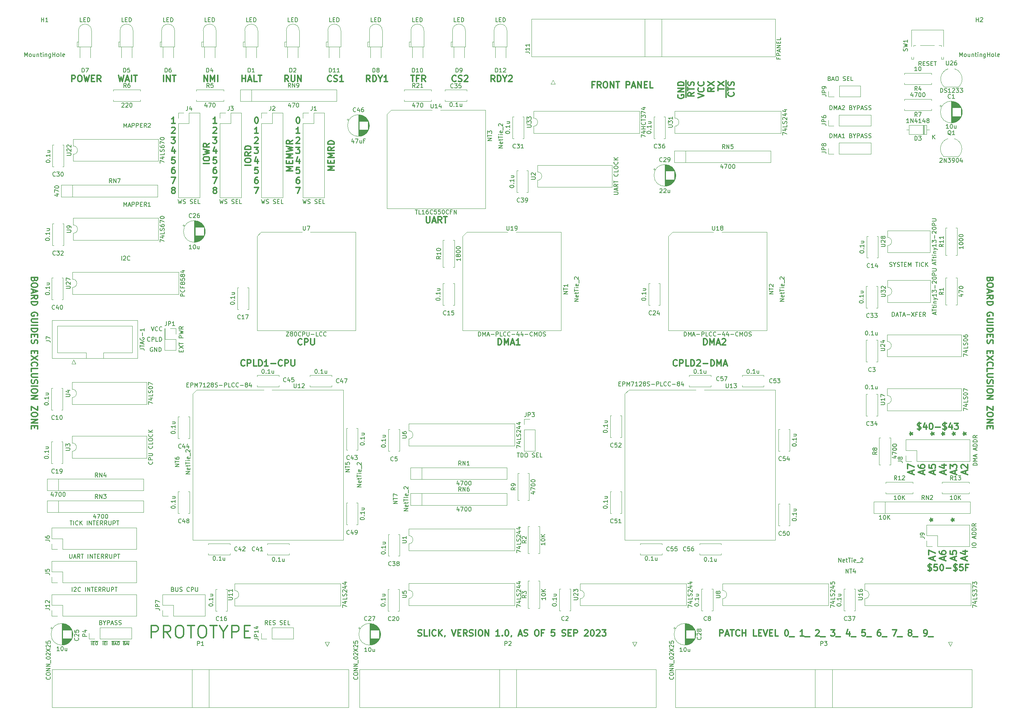
<source format=gbr>
%TF.GenerationSoftware,KiCad,Pcbnew,(6.0.11)*%
%TF.CreationDate,2023-11-15T19:52:27-05:00*%
%TF.ProjectId,Slick,536c6963-6b2e-46b6-9963-61645f706362,rev?*%
%TF.SameCoordinates,Original*%
%TF.FileFunction,Legend,Top*%
%TF.FilePolarity,Positive*%
%FSLAX46Y46*%
G04 Gerber Fmt 4.6, Leading zero omitted, Abs format (unit mm)*
G04 Created by KiCad (PCBNEW (6.0.11)) date 2023-11-15 19:52:27*
%MOMM*%
%LPD*%
G01*
G04 APERTURE LIST*
%ADD10C,0.300000*%
%ADD11C,0.175000*%
%ADD12C,0.150000*%
%ADD13C,0.120000*%
G04 APERTURE END LIST*
D10*
X37607142Y-133285714D02*
X37535714Y-133500000D01*
X37464285Y-133571428D01*
X37321428Y-133642857D01*
X37107142Y-133642857D01*
X36964285Y-133571428D01*
X36892857Y-133500000D01*
X36821428Y-133357142D01*
X36821428Y-132785714D01*
X38321428Y-132785714D01*
X38321428Y-133285714D01*
X38250000Y-133428571D01*
X38178571Y-133500000D01*
X38035714Y-133571428D01*
X37892857Y-133571428D01*
X37750000Y-133500000D01*
X37678571Y-133428571D01*
X37607142Y-133285714D01*
X37607142Y-132785714D01*
X38321428Y-134571428D02*
X38321428Y-134857142D01*
X38250000Y-135000000D01*
X38107142Y-135142857D01*
X37821428Y-135214285D01*
X37321428Y-135214285D01*
X37035714Y-135142857D01*
X36892857Y-135000000D01*
X36821428Y-134857142D01*
X36821428Y-134571428D01*
X36892857Y-134428571D01*
X37035714Y-134285714D01*
X37321428Y-134214285D01*
X37821428Y-134214285D01*
X38107142Y-134285714D01*
X38250000Y-134428571D01*
X38321428Y-134571428D01*
X37250000Y-135785714D02*
X37250000Y-136500000D01*
X36821428Y-135642857D02*
X38321428Y-136142857D01*
X36821428Y-136642857D01*
X36821428Y-138000000D02*
X37535714Y-137500000D01*
X36821428Y-137142857D02*
X38321428Y-137142857D01*
X38321428Y-137714285D01*
X38250000Y-137857142D01*
X38178571Y-137928571D01*
X38035714Y-138000000D01*
X37821428Y-138000000D01*
X37678571Y-137928571D01*
X37607142Y-137857142D01*
X37535714Y-137714285D01*
X37535714Y-137142857D01*
X36821428Y-138642857D02*
X38321428Y-138642857D01*
X38321428Y-139000000D01*
X38250000Y-139214285D01*
X38107142Y-139357142D01*
X37964285Y-139428571D01*
X37678571Y-139500000D01*
X37464285Y-139500000D01*
X37178571Y-139428571D01*
X37035714Y-139357142D01*
X36892857Y-139214285D01*
X36821428Y-139000000D01*
X36821428Y-138642857D01*
X38250000Y-142071428D02*
X38321428Y-141928571D01*
X38321428Y-141714285D01*
X38250000Y-141500000D01*
X38107142Y-141357142D01*
X37964285Y-141285714D01*
X37678571Y-141214285D01*
X37464285Y-141214285D01*
X37178571Y-141285714D01*
X37035714Y-141357142D01*
X36892857Y-141500000D01*
X36821428Y-141714285D01*
X36821428Y-141857142D01*
X36892857Y-142071428D01*
X36964285Y-142142857D01*
X37464285Y-142142857D01*
X37464285Y-141857142D01*
X38321428Y-142785714D02*
X37107142Y-142785714D01*
X36964285Y-142857142D01*
X36892857Y-142928571D01*
X36821428Y-143071428D01*
X36821428Y-143357142D01*
X36892857Y-143500000D01*
X36964285Y-143571428D01*
X37107142Y-143642857D01*
X38321428Y-143642857D01*
X36821428Y-144357142D02*
X38321428Y-144357142D01*
X36821428Y-145071428D02*
X38321428Y-145071428D01*
X38321428Y-145428571D01*
X38250000Y-145642857D01*
X38107142Y-145785714D01*
X37964285Y-145857142D01*
X37678571Y-145928571D01*
X37464285Y-145928571D01*
X37178571Y-145857142D01*
X37035714Y-145785714D01*
X36892857Y-145642857D01*
X36821428Y-145428571D01*
X36821428Y-145071428D01*
X37607142Y-146571428D02*
X37607142Y-147071428D01*
X36821428Y-147285714D02*
X36821428Y-146571428D01*
X38321428Y-146571428D01*
X38321428Y-147285714D01*
X36892857Y-147857142D02*
X36821428Y-148071428D01*
X36821428Y-148428571D01*
X36892857Y-148571428D01*
X36964285Y-148642857D01*
X37107142Y-148714285D01*
X37250000Y-148714285D01*
X37392857Y-148642857D01*
X37464285Y-148571428D01*
X37535714Y-148428571D01*
X37607142Y-148142857D01*
X37678571Y-148000000D01*
X37750000Y-147928571D01*
X37892857Y-147857142D01*
X38035714Y-147857142D01*
X38178571Y-147928571D01*
X38250000Y-148000000D01*
X38321428Y-148142857D01*
X38321428Y-148500000D01*
X38250000Y-148714285D01*
X37607142Y-150500000D02*
X37607142Y-151000000D01*
X36821428Y-151214285D02*
X36821428Y-150500000D01*
X38321428Y-150500000D01*
X38321428Y-151214285D01*
X38321428Y-151714285D02*
X36821428Y-152714285D01*
X38321428Y-152714285D02*
X36821428Y-151714285D01*
X36964285Y-154142857D02*
X36892857Y-154071428D01*
X36821428Y-153857142D01*
X36821428Y-153714285D01*
X36892857Y-153500000D01*
X37035714Y-153357142D01*
X37178571Y-153285714D01*
X37464285Y-153214285D01*
X37678571Y-153214285D01*
X37964285Y-153285714D01*
X38107142Y-153357142D01*
X38250000Y-153500000D01*
X38321428Y-153714285D01*
X38321428Y-153857142D01*
X38250000Y-154071428D01*
X38178571Y-154142857D01*
X36821428Y-155500000D02*
X36821428Y-154785714D01*
X38321428Y-154785714D01*
X38321428Y-156000000D02*
X37107142Y-156000000D01*
X36964285Y-156071428D01*
X36892857Y-156142857D01*
X36821428Y-156285714D01*
X36821428Y-156571428D01*
X36892857Y-156714285D01*
X36964285Y-156785714D01*
X37107142Y-156857142D01*
X38321428Y-156857142D01*
X36892857Y-157500000D02*
X36821428Y-157714285D01*
X36821428Y-158071428D01*
X36892857Y-158214285D01*
X36964285Y-158285714D01*
X37107142Y-158357142D01*
X37250000Y-158357142D01*
X37392857Y-158285714D01*
X37464285Y-158214285D01*
X37535714Y-158071428D01*
X37607142Y-157785714D01*
X37678571Y-157642857D01*
X37750000Y-157571428D01*
X37892857Y-157500000D01*
X38035714Y-157500000D01*
X38178571Y-157571428D01*
X38250000Y-157642857D01*
X38321428Y-157785714D01*
X38321428Y-158142857D01*
X38250000Y-158357142D01*
X36821428Y-159000000D02*
X38321428Y-159000000D01*
X38321428Y-160000000D02*
X38321428Y-160285714D01*
X38250000Y-160428571D01*
X38107142Y-160571428D01*
X37821428Y-160642857D01*
X37321428Y-160642857D01*
X37035714Y-160571428D01*
X36892857Y-160428571D01*
X36821428Y-160285714D01*
X36821428Y-160000000D01*
X36892857Y-159857142D01*
X37035714Y-159714285D01*
X37321428Y-159642857D01*
X37821428Y-159642857D01*
X38107142Y-159714285D01*
X38250000Y-159857142D01*
X38321428Y-160000000D01*
X36821428Y-161285714D02*
X38321428Y-161285714D01*
X36821428Y-162142857D01*
X38321428Y-162142857D01*
X38321428Y-163857142D02*
X38321428Y-164857142D01*
X36821428Y-163857142D01*
X36821428Y-164857142D01*
X38321428Y-165714285D02*
X38321428Y-166000000D01*
X38250000Y-166142857D01*
X38107142Y-166285714D01*
X37821428Y-166357142D01*
X37321428Y-166357142D01*
X37035714Y-166285714D01*
X36892857Y-166142857D01*
X36821428Y-166000000D01*
X36821428Y-165714285D01*
X36892857Y-165571428D01*
X37035714Y-165428571D01*
X37321428Y-165357142D01*
X37821428Y-165357142D01*
X38107142Y-165428571D01*
X38250000Y-165571428D01*
X38321428Y-165714285D01*
X36821428Y-167000000D02*
X38321428Y-167000000D01*
X36821428Y-167857142D01*
X38321428Y-167857142D01*
X37607142Y-168571428D02*
X37607142Y-169071428D01*
X36821428Y-169285714D02*
X36821428Y-168571428D01*
X38321428Y-168571428D01*
X38321428Y-169285714D01*
X109035714Y-85535714D02*
X108964285Y-85607142D01*
X108750000Y-85678571D01*
X108607142Y-85678571D01*
X108392857Y-85607142D01*
X108250000Y-85464285D01*
X108178571Y-85321428D01*
X108107142Y-85035714D01*
X108107142Y-84821428D01*
X108178571Y-84535714D01*
X108250000Y-84392857D01*
X108392857Y-84250000D01*
X108607142Y-84178571D01*
X108750000Y-84178571D01*
X108964285Y-84250000D01*
X109035714Y-84321428D01*
X109607142Y-85607142D02*
X109821428Y-85678571D01*
X110178571Y-85678571D01*
X110321428Y-85607142D01*
X110392857Y-85535714D01*
X110464285Y-85392857D01*
X110464285Y-85250000D01*
X110392857Y-85107142D01*
X110321428Y-85035714D01*
X110178571Y-84964285D01*
X109892857Y-84892857D01*
X109750000Y-84821428D01*
X109678571Y-84750000D01*
X109607142Y-84607142D01*
X109607142Y-84464285D01*
X109678571Y-84321428D01*
X109750000Y-84250000D01*
X109892857Y-84178571D01*
X110250000Y-84178571D01*
X110464285Y-84250000D01*
X111892857Y-85678571D02*
X111035714Y-85678571D01*
X111464285Y-85678571D02*
X111464285Y-84178571D01*
X111321428Y-84392857D01*
X111178571Y-84535714D01*
X111035714Y-84607142D01*
X148357142Y-85678571D02*
X147857142Y-84964285D01*
X147500000Y-85678571D02*
X147500000Y-84178571D01*
X148071428Y-84178571D01*
X148214285Y-84250000D01*
X148285714Y-84321428D01*
X148357142Y-84464285D01*
X148357142Y-84678571D01*
X148285714Y-84821428D01*
X148214285Y-84892857D01*
X148071428Y-84964285D01*
X147500000Y-84964285D01*
X149000000Y-85678571D02*
X149000000Y-84178571D01*
X149357142Y-84178571D01*
X149571428Y-84250000D01*
X149714285Y-84392857D01*
X149785714Y-84535714D01*
X149857142Y-84821428D01*
X149857142Y-85035714D01*
X149785714Y-85321428D01*
X149714285Y-85464285D01*
X149571428Y-85607142D01*
X149357142Y-85678571D01*
X149000000Y-85678571D01*
X150785714Y-84964285D02*
X150785714Y-85678571D01*
X150285714Y-84178571D02*
X150785714Y-84964285D01*
X151285714Y-84178571D01*
X151714285Y-84321428D02*
X151785714Y-84250000D01*
X151928571Y-84178571D01*
X152285714Y-84178571D01*
X152428571Y-84250000D01*
X152500000Y-84321428D01*
X152571428Y-84464285D01*
X152571428Y-84607142D01*
X152500000Y-84821428D01*
X151642857Y-85678571D01*
X152571428Y-85678571D01*
X149142857Y-149078571D02*
X149142857Y-147578571D01*
X149500000Y-147578571D01*
X149714285Y-147650000D01*
X149857142Y-147792857D01*
X149928571Y-147935714D01*
X150000000Y-148221428D01*
X150000000Y-148435714D01*
X149928571Y-148721428D01*
X149857142Y-148864285D01*
X149714285Y-149007142D01*
X149500000Y-149078571D01*
X149142857Y-149078571D01*
X150642857Y-149078571D02*
X150642857Y-147578571D01*
X151142857Y-148650000D01*
X151642857Y-147578571D01*
X151642857Y-149078571D01*
X152285714Y-148650000D02*
X153000000Y-148650000D01*
X152142857Y-149078571D02*
X152642857Y-147578571D01*
X153142857Y-149078571D01*
X154428571Y-149078571D02*
X153571428Y-149078571D01*
X154000000Y-149078571D02*
X154000000Y-147578571D01*
X153857142Y-147792857D01*
X153714285Y-147935714D01*
X153571428Y-148007142D01*
X71428571Y-95726071D02*
X70571428Y-95726071D01*
X71000000Y-95726071D02*
X71000000Y-94226071D01*
X70857142Y-94440357D01*
X70714285Y-94583214D01*
X70571428Y-94654642D01*
X70571428Y-96783928D02*
X70642857Y-96712500D01*
X70785714Y-96641071D01*
X71142857Y-96641071D01*
X71285714Y-96712500D01*
X71357142Y-96783928D01*
X71428571Y-96926785D01*
X71428571Y-97069642D01*
X71357142Y-97283928D01*
X70500000Y-98141071D01*
X71428571Y-98141071D01*
X70500000Y-99056071D02*
X71428571Y-99056071D01*
X70928571Y-99627500D01*
X71142857Y-99627500D01*
X71285714Y-99698928D01*
X71357142Y-99770357D01*
X71428571Y-99913214D01*
X71428571Y-100270357D01*
X71357142Y-100413214D01*
X71285714Y-100484642D01*
X71142857Y-100556071D01*
X70714285Y-100556071D01*
X70571428Y-100484642D01*
X70500000Y-100413214D01*
X71285714Y-101971071D02*
X71285714Y-102971071D01*
X70928571Y-101399642D02*
X70571428Y-102471071D01*
X71500000Y-102471071D01*
X71357142Y-103886071D02*
X70642857Y-103886071D01*
X70571428Y-104600357D01*
X70642857Y-104528928D01*
X70785714Y-104457500D01*
X71142857Y-104457500D01*
X71285714Y-104528928D01*
X71357142Y-104600357D01*
X71428571Y-104743214D01*
X71428571Y-105100357D01*
X71357142Y-105243214D01*
X71285714Y-105314642D01*
X71142857Y-105386071D01*
X70785714Y-105386071D01*
X70642857Y-105314642D01*
X70571428Y-105243214D01*
X71285714Y-106301071D02*
X71000000Y-106301071D01*
X70857142Y-106372500D01*
X70785714Y-106443928D01*
X70642857Y-106658214D01*
X70571428Y-106943928D01*
X70571428Y-107515357D01*
X70642857Y-107658214D01*
X70714285Y-107729642D01*
X70857142Y-107801071D01*
X71142857Y-107801071D01*
X71285714Y-107729642D01*
X71357142Y-107658214D01*
X71428571Y-107515357D01*
X71428571Y-107158214D01*
X71357142Y-107015357D01*
X71285714Y-106943928D01*
X71142857Y-106872500D01*
X70857142Y-106872500D01*
X70714285Y-106943928D01*
X70642857Y-107015357D01*
X70571428Y-107158214D01*
X70500000Y-108716071D02*
X71500000Y-108716071D01*
X70857142Y-110216071D01*
X70857142Y-111773928D02*
X70714285Y-111702500D01*
X70642857Y-111631071D01*
X70571428Y-111488214D01*
X70571428Y-111416785D01*
X70642857Y-111273928D01*
X70714285Y-111202500D01*
X70857142Y-111131071D01*
X71142857Y-111131071D01*
X71285714Y-111202500D01*
X71357142Y-111273928D01*
X71428571Y-111416785D01*
X71428571Y-111488214D01*
X71357142Y-111631071D01*
X71285714Y-111702500D01*
X71142857Y-111773928D01*
X70857142Y-111773928D01*
X70714285Y-111845357D01*
X70642857Y-111916785D01*
X70571428Y-112059642D01*
X70571428Y-112345357D01*
X70642857Y-112488214D01*
X70714285Y-112559642D01*
X70857142Y-112631071D01*
X71142857Y-112631071D01*
X71285714Y-112559642D01*
X71357142Y-112488214D01*
X71428571Y-112345357D01*
X71428571Y-112059642D01*
X71357142Y-111916785D01*
X71285714Y-111845357D01*
X71142857Y-111773928D01*
X81428571Y-95726071D02*
X80571428Y-95726071D01*
X81000000Y-95726071D02*
X81000000Y-94226071D01*
X80857142Y-94440357D01*
X80714285Y-94583214D01*
X80571428Y-94654642D01*
X80571428Y-96783928D02*
X80642857Y-96712500D01*
X80785714Y-96641071D01*
X81142857Y-96641071D01*
X81285714Y-96712500D01*
X81357142Y-96783928D01*
X81428571Y-96926785D01*
X81428571Y-97069642D01*
X81357142Y-97283928D01*
X80500000Y-98141071D01*
X81428571Y-98141071D01*
X80500000Y-99056071D02*
X81428571Y-99056071D01*
X80928571Y-99627500D01*
X81142857Y-99627500D01*
X81285714Y-99698928D01*
X81357142Y-99770357D01*
X81428571Y-99913214D01*
X81428571Y-100270357D01*
X81357142Y-100413214D01*
X81285714Y-100484642D01*
X81142857Y-100556071D01*
X80714285Y-100556071D01*
X80571428Y-100484642D01*
X80500000Y-100413214D01*
X81285714Y-101971071D02*
X81285714Y-102971071D01*
X80928571Y-101399642D02*
X80571428Y-102471071D01*
X81500000Y-102471071D01*
X81357142Y-103886071D02*
X80642857Y-103886071D01*
X80571428Y-104600357D01*
X80642857Y-104528928D01*
X80785714Y-104457500D01*
X81142857Y-104457500D01*
X81285714Y-104528928D01*
X81357142Y-104600357D01*
X81428571Y-104743214D01*
X81428571Y-105100357D01*
X81357142Y-105243214D01*
X81285714Y-105314642D01*
X81142857Y-105386071D01*
X80785714Y-105386071D01*
X80642857Y-105314642D01*
X80571428Y-105243214D01*
X81285714Y-106301071D02*
X81000000Y-106301071D01*
X80857142Y-106372500D01*
X80785714Y-106443928D01*
X80642857Y-106658214D01*
X80571428Y-106943928D01*
X80571428Y-107515357D01*
X80642857Y-107658214D01*
X80714285Y-107729642D01*
X80857142Y-107801071D01*
X81142857Y-107801071D01*
X81285714Y-107729642D01*
X81357142Y-107658214D01*
X81428571Y-107515357D01*
X81428571Y-107158214D01*
X81357142Y-107015357D01*
X81285714Y-106943928D01*
X81142857Y-106872500D01*
X80857142Y-106872500D01*
X80714285Y-106943928D01*
X80642857Y-107015357D01*
X80571428Y-107158214D01*
X80500000Y-108716071D02*
X81500000Y-108716071D01*
X80857142Y-110216071D01*
X80857142Y-111773928D02*
X80714285Y-111702500D01*
X80642857Y-111631071D01*
X80571428Y-111488214D01*
X80571428Y-111416785D01*
X80642857Y-111273928D01*
X80714285Y-111202500D01*
X80857142Y-111131071D01*
X81142857Y-111131071D01*
X81285714Y-111202500D01*
X81357142Y-111273928D01*
X81428571Y-111416785D01*
X81428571Y-111488214D01*
X81357142Y-111631071D01*
X81285714Y-111702500D01*
X81142857Y-111773928D01*
X80857142Y-111773928D01*
X80714285Y-111845357D01*
X80642857Y-111916785D01*
X80571428Y-112059642D01*
X80571428Y-112345357D01*
X80642857Y-112488214D01*
X80714285Y-112559642D01*
X80857142Y-112631071D01*
X81142857Y-112631071D01*
X81285714Y-112559642D01*
X81357142Y-112488214D01*
X81428571Y-112345357D01*
X81428571Y-112059642D01*
X81357142Y-111916785D01*
X81285714Y-111845357D01*
X81142857Y-111773928D01*
X90928571Y-94226071D02*
X91071428Y-94226071D01*
X91214285Y-94297500D01*
X91285714Y-94368928D01*
X91357142Y-94511785D01*
X91428571Y-94797500D01*
X91428571Y-95154642D01*
X91357142Y-95440357D01*
X91285714Y-95583214D01*
X91214285Y-95654642D01*
X91071428Y-95726071D01*
X90928571Y-95726071D01*
X90785714Y-95654642D01*
X90714285Y-95583214D01*
X90642857Y-95440357D01*
X90571428Y-95154642D01*
X90571428Y-94797500D01*
X90642857Y-94511785D01*
X90714285Y-94368928D01*
X90785714Y-94297500D01*
X90928571Y-94226071D01*
X91428571Y-98141071D02*
X90571428Y-98141071D01*
X91000000Y-98141071D02*
X91000000Y-96641071D01*
X90857142Y-96855357D01*
X90714285Y-96998214D01*
X90571428Y-97069642D01*
X90571428Y-99198928D02*
X90642857Y-99127500D01*
X90785714Y-99056071D01*
X91142857Y-99056071D01*
X91285714Y-99127500D01*
X91357142Y-99198928D01*
X91428571Y-99341785D01*
X91428571Y-99484642D01*
X91357142Y-99698928D01*
X90500000Y-100556071D01*
X91428571Y-100556071D01*
X90500000Y-101471071D02*
X91428571Y-101471071D01*
X90928571Y-102042500D01*
X91142857Y-102042500D01*
X91285714Y-102113928D01*
X91357142Y-102185357D01*
X91428571Y-102328214D01*
X91428571Y-102685357D01*
X91357142Y-102828214D01*
X91285714Y-102899642D01*
X91142857Y-102971071D01*
X90714285Y-102971071D01*
X90571428Y-102899642D01*
X90500000Y-102828214D01*
X91285714Y-104386071D02*
X91285714Y-105386071D01*
X90928571Y-103814642D02*
X90571428Y-104886071D01*
X91500000Y-104886071D01*
X91357142Y-106301071D02*
X90642857Y-106301071D01*
X90571428Y-107015357D01*
X90642857Y-106943928D01*
X90785714Y-106872500D01*
X91142857Y-106872500D01*
X91285714Y-106943928D01*
X91357142Y-107015357D01*
X91428571Y-107158214D01*
X91428571Y-107515357D01*
X91357142Y-107658214D01*
X91285714Y-107729642D01*
X91142857Y-107801071D01*
X90785714Y-107801071D01*
X90642857Y-107729642D01*
X90571428Y-107658214D01*
X91285714Y-108716071D02*
X91000000Y-108716071D01*
X90857142Y-108787500D01*
X90785714Y-108858928D01*
X90642857Y-109073214D01*
X90571428Y-109358928D01*
X90571428Y-109930357D01*
X90642857Y-110073214D01*
X90714285Y-110144642D01*
X90857142Y-110216071D01*
X91142857Y-110216071D01*
X91285714Y-110144642D01*
X91357142Y-110073214D01*
X91428571Y-109930357D01*
X91428571Y-109573214D01*
X91357142Y-109430357D01*
X91285714Y-109358928D01*
X91142857Y-109287500D01*
X90857142Y-109287500D01*
X90714285Y-109358928D01*
X90642857Y-109430357D01*
X90571428Y-109573214D01*
X90500000Y-111131071D02*
X91500000Y-111131071D01*
X90857142Y-112631071D01*
X253902666Y-200892857D02*
X253902666Y-200130952D01*
X254359809Y-201045238D02*
X252759809Y-200511904D01*
X254359809Y-199978571D01*
X252759809Y-199597619D02*
X252759809Y-198530952D01*
X254359809Y-199216666D01*
X256478666Y-200892857D02*
X256478666Y-200130952D01*
X256935809Y-201045238D02*
X255335809Y-200511904D01*
X256935809Y-199978571D01*
X255335809Y-198759523D02*
X255335809Y-199064285D01*
X255412000Y-199216666D01*
X255488190Y-199292857D01*
X255716761Y-199445238D01*
X256021523Y-199521428D01*
X256631047Y-199521428D01*
X256783428Y-199445238D01*
X256859619Y-199369047D01*
X256935809Y-199216666D01*
X256935809Y-198911904D01*
X256859619Y-198759523D01*
X256783428Y-198683333D01*
X256631047Y-198607142D01*
X256250095Y-198607142D01*
X256097714Y-198683333D01*
X256021523Y-198759523D01*
X255945333Y-198911904D01*
X255945333Y-199216666D01*
X256021523Y-199369047D01*
X256097714Y-199445238D01*
X256250095Y-199521428D01*
X259054666Y-200892857D02*
X259054666Y-200130952D01*
X259511809Y-201045238D02*
X257911809Y-200511904D01*
X259511809Y-199978571D01*
X257911809Y-198683333D02*
X257911809Y-199445238D01*
X258673714Y-199521428D01*
X258597523Y-199445238D01*
X258521333Y-199292857D01*
X258521333Y-198911904D01*
X258597523Y-198759523D01*
X258673714Y-198683333D01*
X258826095Y-198607142D01*
X259207047Y-198607142D01*
X259359428Y-198683333D01*
X259435619Y-198759523D01*
X259511809Y-198911904D01*
X259511809Y-199292857D01*
X259435619Y-199445238D01*
X259359428Y-199521428D01*
X261630666Y-200892857D02*
X261630666Y-200130952D01*
X262087809Y-201045238D02*
X260487809Y-200511904D01*
X262087809Y-199978571D01*
X261021142Y-198759523D02*
X262087809Y-198759523D01*
X260411619Y-199140476D02*
X261554476Y-199521428D01*
X261554476Y-198530952D01*
D11*
X53908000Y-220419000D02*
X54241333Y-220419000D01*
X54074666Y-221316666D02*
X54074666Y-220616666D01*
X54241333Y-220419000D02*
X54874666Y-220419000D01*
X54408000Y-220950000D02*
X54641333Y-220950000D01*
X54741333Y-221316666D02*
X54408000Y-221316666D01*
X54408000Y-220616666D01*
X54741333Y-220616666D01*
X54874666Y-220419000D02*
X55208000Y-220419000D01*
X55041333Y-221316666D02*
X55041333Y-220616666D01*
X56081333Y-220419000D02*
X56781333Y-220419000D01*
X56481333Y-220950000D02*
X56581333Y-220983333D01*
X56614666Y-221016666D01*
X56648000Y-221083333D01*
X56648000Y-221183333D01*
X56614666Y-221250000D01*
X56581333Y-221283333D01*
X56514666Y-221316666D01*
X56248000Y-221316666D01*
X56248000Y-220616666D01*
X56481333Y-220616666D01*
X56548000Y-220650000D01*
X56581333Y-220683333D01*
X56614666Y-220750000D01*
X56614666Y-220816666D01*
X56581333Y-220883333D01*
X56548000Y-220916666D01*
X56481333Y-220950000D01*
X56248000Y-220950000D01*
X56781333Y-220419000D02*
X57381333Y-220419000D01*
X56914666Y-221116666D02*
X57248000Y-221116666D01*
X56848000Y-221316666D02*
X57081333Y-220616666D01*
X57314666Y-221316666D01*
X57381333Y-220419000D02*
X58114666Y-220419000D01*
X57681333Y-220616666D02*
X57814666Y-220616666D01*
X57881333Y-220650000D01*
X57948000Y-220716666D01*
X57981333Y-220850000D01*
X57981333Y-221083333D01*
X57948000Y-221216666D01*
X57881333Y-221283333D01*
X57814666Y-221316666D01*
X57681333Y-221316666D01*
X57614666Y-221283333D01*
X57548000Y-221216666D01*
X57514666Y-221083333D01*
X57514666Y-220850000D01*
X57548000Y-220716666D01*
X57614666Y-220650000D01*
X57681333Y-220616666D01*
X58821333Y-220419000D02*
X59521333Y-220419000D01*
X59221333Y-220950000D02*
X59321333Y-220983333D01*
X59354666Y-221016666D01*
X59388000Y-221083333D01*
X59388000Y-221183333D01*
X59354666Y-221250000D01*
X59321333Y-221283333D01*
X59254666Y-221316666D01*
X58988000Y-221316666D01*
X58988000Y-220616666D01*
X59221333Y-220616666D01*
X59288000Y-220650000D01*
X59321333Y-220683333D01*
X59354666Y-220750000D01*
X59354666Y-220816666D01*
X59321333Y-220883333D01*
X59288000Y-220916666D01*
X59221333Y-220950000D01*
X58988000Y-220950000D01*
X59521333Y-220419000D02*
X60121333Y-220419000D01*
X59654666Y-221116666D02*
X59988000Y-221116666D01*
X59588000Y-221316666D02*
X59821333Y-220616666D01*
X60054666Y-221316666D01*
X60121333Y-220419000D02*
X60454666Y-220419000D01*
X60288000Y-221316666D02*
X60288000Y-220616666D01*
D10*
X46535714Y-85678571D02*
X46535714Y-84178571D01*
X47107142Y-84178571D01*
X47250000Y-84250000D01*
X47321428Y-84321428D01*
X47392857Y-84464285D01*
X47392857Y-84678571D01*
X47321428Y-84821428D01*
X47250000Y-84892857D01*
X47107142Y-84964285D01*
X46535714Y-84964285D01*
X48321428Y-84178571D02*
X48607142Y-84178571D01*
X48750000Y-84250000D01*
X48892857Y-84392857D01*
X48964285Y-84678571D01*
X48964285Y-85178571D01*
X48892857Y-85464285D01*
X48750000Y-85607142D01*
X48607142Y-85678571D01*
X48321428Y-85678571D01*
X48178571Y-85607142D01*
X48035714Y-85464285D01*
X47964285Y-85178571D01*
X47964285Y-84678571D01*
X48035714Y-84392857D01*
X48178571Y-84250000D01*
X48321428Y-84178571D01*
X49464285Y-84178571D02*
X49821428Y-85678571D01*
X50107142Y-84607142D01*
X50392857Y-85678571D01*
X50750000Y-84178571D01*
X51321428Y-84892857D02*
X51821428Y-84892857D01*
X52035714Y-85678571D02*
X51321428Y-85678571D01*
X51321428Y-84178571D01*
X52035714Y-84178571D01*
X53535714Y-85678571D02*
X53035714Y-84964285D01*
X52678571Y-85678571D02*
X52678571Y-84178571D01*
X53250000Y-84178571D01*
X53392857Y-84250000D01*
X53464285Y-84321428D01*
X53535714Y-84464285D01*
X53535714Y-84678571D01*
X53464285Y-84821428D01*
X53392857Y-84892857D01*
X53250000Y-84964285D01*
X52678571Y-84964285D01*
X267607142Y-133285714D02*
X267535714Y-133500000D01*
X267464285Y-133571428D01*
X267321428Y-133642857D01*
X267107142Y-133642857D01*
X266964285Y-133571428D01*
X266892857Y-133500000D01*
X266821428Y-133357142D01*
X266821428Y-132785714D01*
X268321428Y-132785714D01*
X268321428Y-133285714D01*
X268250000Y-133428571D01*
X268178571Y-133500000D01*
X268035714Y-133571428D01*
X267892857Y-133571428D01*
X267750000Y-133500000D01*
X267678571Y-133428571D01*
X267607142Y-133285714D01*
X267607142Y-132785714D01*
X268321428Y-134571428D02*
X268321428Y-134857142D01*
X268250000Y-135000000D01*
X268107142Y-135142857D01*
X267821428Y-135214285D01*
X267321428Y-135214285D01*
X267035714Y-135142857D01*
X266892857Y-135000000D01*
X266821428Y-134857142D01*
X266821428Y-134571428D01*
X266892857Y-134428571D01*
X267035714Y-134285714D01*
X267321428Y-134214285D01*
X267821428Y-134214285D01*
X268107142Y-134285714D01*
X268250000Y-134428571D01*
X268321428Y-134571428D01*
X267250000Y-135785714D02*
X267250000Y-136500000D01*
X266821428Y-135642857D02*
X268321428Y-136142857D01*
X266821428Y-136642857D01*
X266821428Y-138000000D02*
X267535714Y-137500000D01*
X266821428Y-137142857D02*
X268321428Y-137142857D01*
X268321428Y-137714285D01*
X268250000Y-137857142D01*
X268178571Y-137928571D01*
X268035714Y-138000000D01*
X267821428Y-138000000D01*
X267678571Y-137928571D01*
X267607142Y-137857142D01*
X267535714Y-137714285D01*
X267535714Y-137142857D01*
X266821428Y-138642857D02*
X268321428Y-138642857D01*
X268321428Y-139000000D01*
X268250000Y-139214285D01*
X268107142Y-139357142D01*
X267964285Y-139428571D01*
X267678571Y-139500000D01*
X267464285Y-139500000D01*
X267178571Y-139428571D01*
X267035714Y-139357142D01*
X266892857Y-139214285D01*
X266821428Y-139000000D01*
X266821428Y-138642857D01*
X268250000Y-142071428D02*
X268321428Y-141928571D01*
X268321428Y-141714285D01*
X268250000Y-141500000D01*
X268107142Y-141357142D01*
X267964285Y-141285714D01*
X267678571Y-141214285D01*
X267464285Y-141214285D01*
X267178571Y-141285714D01*
X267035714Y-141357142D01*
X266892857Y-141500000D01*
X266821428Y-141714285D01*
X266821428Y-141857142D01*
X266892857Y-142071428D01*
X266964285Y-142142857D01*
X267464285Y-142142857D01*
X267464285Y-141857142D01*
X268321428Y-142785714D02*
X267107142Y-142785714D01*
X266964285Y-142857142D01*
X266892857Y-142928571D01*
X266821428Y-143071428D01*
X266821428Y-143357142D01*
X266892857Y-143500000D01*
X266964285Y-143571428D01*
X267107142Y-143642857D01*
X268321428Y-143642857D01*
X266821428Y-144357142D02*
X268321428Y-144357142D01*
X266821428Y-145071428D02*
X268321428Y-145071428D01*
X268321428Y-145428571D01*
X268250000Y-145642857D01*
X268107142Y-145785714D01*
X267964285Y-145857142D01*
X267678571Y-145928571D01*
X267464285Y-145928571D01*
X267178571Y-145857142D01*
X267035714Y-145785714D01*
X266892857Y-145642857D01*
X266821428Y-145428571D01*
X266821428Y-145071428D01*
X267607142Y-146571428D02*
X267607142Y-147071428D01*
X266821428Y-147285714D02*
X266821428Y-146571428D01*
X268321428Y-146571428D01*
X268321428Y-147285714D01*
X266892857Y-147857142D02*
X266821428Y-148071428D01*
X266821428Y-148428571D01*
X266892857Y-148571428D01*
X266964285Y-148642857D01*
X267107142Y-148714285D01*
X267250000Y-148714285D01*
X267392857Y-148642857D01*
X267464285Y-148571428D01*
X267535714Y-148428571D01*
X267607142Y-148142857D01*
X267678571Y-148000000D01*
X267750000Y-147928571D01*
X267892857Y-147857142D01*
X268035714Y-147857142D01*
X268178571Y-147928571D01*
X268250000Y-148000000D01*
X268321428Y-148142857D01*
X268321428Y-148500000D01*
X268250000Y-148714285D01*
X267607142Y-150500000D02*
X267607142Y-151000000D01*
X266821428Y-151214285D02*
X266821428Y-150500000D01*
X268321428Y-150500000D01*
X268321428Y-151214285D01*
X268321428Y-151714285D02*
X266821428Y-152714285D01*
X268321428Y-152714285D02*
X266821428Y-151714285D01*
X266964285Y-154142857D02*
X266892857Y-154071428D01*
X266821428Y-153857142D01*
X266821428Y-153714285D01*
X266892857Y-153500000D01*
X267035714Y-153357142D01*
X267178571Y-153285714D01*
X267464285Y-153214285D01*
X267678571Y-153214285D01*
X267964285Y-153285714D01*
X268107142Y-153357142D01*
X268250000Y-153500000D01*
X268321428Y-153714285D01*
X268321428Y-153857142D01*
X268250000Y-154071428D01*
X268178571Y-154142857D01*
X266821428Y-155500000D02*
X266821428Y-154785714D01*
X268321428Y-154785714D01*
X268321428Y-156000000D02*
X267107142Y-156000000D01*
X266964285Y-156071428D01*
X266892857Y-156142857D01*
X266821428Y-156285714D01*
X266821428Y-156571428D01*
X266892857Y-156714285D01*
X266964285Y-156785714D01*
X267107142Y-156857142D01*
X268321428Y-156857142D01*
X266892857Y-157500000D02*
X266821428Y-157714285D01*
X266821428Y-158071428D01*
X266892857Y-158214285D01*
X266964285Y-158285714D01*
X267107142Y-158357142D01*
X267250000Y-158357142D01*
X267392857Y-158285714D01*
X267464285Y-158214285D01*
X267535714Y-158071428D01*
X267607142Y-157785714D01*
X267678571Y-157642857D01*
X267750000Y-157571428D01*
X267892857Y-157500000D01*
X268035714Y-157500000D01*
X268178571Y-157571428D01*
X268250000Y-157642857D01*
X268321428Y-157785714D01*
X268321428Y-158142857D01*
X268250000Y-158357142D01*
X266821428Y-159000000D02*
X268321428Y-159000000D01*
X268321428Y-160000000D02*
X268321428Y-160285714D01*
X268250000Y-160428571D01*
X268107142Y-160571428D01*
X267821428Y-160642857D01*
X267321428Y-160642857D01*
X267035714Y-160571428D01*
X266892857Y-160428571D01*
X266821428Y-160285714D01*
X266821428Y-160000000D01*
X266892857Y-159857142D01*
X267035714Y-159714285D01*
X267321428Y-159642857D01*
X267821428Y-159642857D01*
X268107142Y-159714285D01*
X268250000Y-159857142D01*
X268321428Y-160000000D01*
X266821428Y-161285714D02*
X268321428Y-161285714D01*
X266821428Y-162142857D01*
X268321428Y-162142857D01*
X268321428Y-163857142D02*
X268321428Y-164857142D01*
X266821428Y-163857142D01*
X266821428Y-164857142D01*
X268321428Y-165714285D02*
X268321428Y-166000000D01*
X268250000Y-166142857D01*
X268107142Y-166285714D01*
X267821428Y-166357142D01*
X267321428Y-166357142D01*
X267035714Y-166285714D01*
X266892857Y-166142857D01*
X266821428Y-166000000D01*
X266821428Y-165714285D01*
X266892857Y-165571428D01*
X267035714Y-165428571D01*
X267321428Y-165357142D01*
X267821428Y-165357142D01*
X268107142Y-165428571D01*
X268250000Y-165571428D01*
X268321428Y-165714285D01*
X266821428Y-167000000D02*
X268321428Y-167000000D01*
X266821428Y-167857142D01*
X268321428Y-167857142D01*
X267607142Y-168571428D02*
X267607142Y-169071428D01*
X266821428Y-169285714D02*
X266821428Y-168571428D01*
X268321428Y-168571428D01*
X268321428Y-169285714D01*
D12*
X243404761Y-130154761D02*
X243547619Y-130202380D01*
X243785714Y-130202380D01*
X243880952Y-130154761D01*
X243928571Y-130107142D01*
X243976190Y-130011904D01*
X243976190Y-129916666D01*
X243928571Y-129821428D01*
X243880952Y-129773809D01*
X243785714Y-129726190D01*
X243595238Y-129678571D01*
X243500000Y-129630952D01*
X243452380Y-129583333D01*
X243404761Y-129488095D01*
X243404761Y-129392857D01*
X243452380Y-129297619D01*
X243500000Y-129250000D01*
X243595238Y-129202380D01*
X243833333Y-129202380D01*
X243976190Y-129250000D01*
X244595238Y-129726190D02*
X244595238Y-130202380D01*
X244261904Y-129202380D02*
X244595238Y-129726190D01*
X244928571Y-129202380D01*
X245214285Y-130154761D02*
X245357142Y-130202380D01*
X245595238Y-130202380D01*
X245690476Y-130154761D01*
X245738095Y-130107142D01*
X245785714Y-130011904D01*
X245785714Y-129916666D01*
X245738095Y-129821428D01*
X245690476Y-129773809D01*
X245595238Y-129726190D01*
X245404761Y-129678571D01*
X245309523Y-129630952D01*
X245261904Y-129583333D01*
X245214285Y-129488095D01*
X245214285Y-129392857D01*
X245261904Y-129297619D01*
X245309523Y-129250000D01*
X245404761Y-129202380D01*
X245642857Y-129202380D01*
X245785714Y-129250000D01*
X246071428Y-129202380D02*
X246642857Y-129202380D01*
X246357142Y-130202380D02*
X246357142Y-129202380D01*
X246976190Y-129678571D02*
X247309523Y-129678571D01*
X247452380Y-130202380D02*
X246976190Y-130202380D01*
X246976190Y-129202380D01*
X247452380Y-129202380D01*
X247880952Y-130202380D02*
X247880952Y-129202380D01*
X248214285Y-129916666D01*
X248547619Y-129202380D01*
X248547619Y-130202380D01*
X249642857Y-129202380D02*
X250214285Y-129202380D01*
X249928571Y-130202380D02*
X249928571Y-129202380D01*
X250547619Y-130202380D02*
X250547619Y-129202380D01*
X251595238Y-130107142D02*
X251547619Y-130154761D01*
X251404761Y-130202380D01*
X251309523Y-130202380D01*
X251166666Y-130154761D01*
X251071428Y-130059523D01*
X251023809Y-129964285D01*
X250976190Y-129773809D01*
X250976190Y-129630952D01*
X251023809Y-129440476D01*
X251071428Y-129345238D01*
X251166666Y-129250000D01*
X251309523Y-129202380D01*
X251404761Y-129202380D01*
X251547619Y-129250000D01*
X251595238Y-129297619D01*
X252023809Y-130202380D02*
X252023809Y-129202380D01*
X252595238Y-130202380D02*
X252166666Y-129630952D01*
X252595238Y-129202380D02*
X252023809Y-129773809D01*
D10*
X118357142Y-85678571D02*
X117857142Y-84964285D01*
X117500000Y-85678571D02*
X117500000Y-84178571D01*
X118071428Y-84178571D01*
X118214285Y-84250000D01*
X118285714Y-84321428D01*
X118357142Y-84464285D01*
X118357142Y-84678571D01*
X118285714Y-84821428D01*
X118214285Y-84892857D01*
X118071428Y-84964285D01*
X117500000Y-84964285D01*
X119000000Y-85678571D02*
X119000000Y-84178571D01*
X119357142Y-84178571D01*
X119571428Y-84250000D01*
X119714285Y-84392857D01*
X119785714Y-84535714D01*
X119857142Y-84821428D01*
X119857142Y-85035714D01*
X119785714Y-85321428D01*
X119714285Y-85464285D01*
X119571428Y-85607142D01*
X119357142Y-85678571D01*
X119000000Y-85678571D01*
X120785714Y-84964285D02*
X120785714Y-85678571D01*
X120285714Y-84178571D02*
X120785714Y-84964285D01*
X121285714Y-84178571D01*
X122571428Y-85678571D02*
X121714285Y-85678571D01*
X122142857Y-85678571D02*
X122142857Y-84178571D01*
X122000000Y-84392857D01*
X121857142Y-84535714D01*
X121714285Y-84607142D01*
X101928571Y-148935714D02*
X101857142Y-149007142D01*
X101642857Y-149078571D01*
X101500000Y-149078571D01*
X101285714Y-149007142D01*
X101142857Y-148864285D01*
X101071428Y-148721428D01*
X101000000Y-148435714D01*
X101000000Y-148221428D01*
X101071428Y-147935714D01*
X101142857Y-147792857D01*
X101285714Y-147650000D01*
X101500000Y-147578571D01*
X101642857Y-147578571D01*
X101857142Y-147650000D01*
X101928571Y-147721428D01*
X102571428Y-149078571D02*
X102571428Y-147578571D01*
X103142857Y-147578571D01*
X103285714Y-147650000D01*
X103357142Y-147721428D01*
X103428571Y-147864285D01*
X103428571Y-148078571D01*
X103357142Y-148221428D01*
X103285714Y-148292857D01*
X103142857Y-148364285D01*
X102571428Y-148364285D01*
X104071428Y-147578571D02*
X104071428Y-148792857D01*
X104142857Y-148935714D01*
X104214285Y-149007142D01*
X104357142Y-149078571D01*
X104642857Y-149078571D01*
X104785714Y-149007142D01*
X104857142Y-148935714D01*
X104928571Y-148792857D01*
X104928571Y-147578571D01*
X128178571Y-84178571D02*
X129035714Y-84178571D01*
X128607142Y-85678571D02*
X128607142Y-84178571D01*
X130035714Y-84892857D02*
X129535714Y-84892857D01*
X129535714Y-85678571D02*
X129535714Y-84178571D01*
X130250000Y-84178571D01*
X131678571Y-85678571D02*
X131178571Y-84964285D01*
X130821428Y-85678571D02*
X130821428Y-84178571D01*
X131392857Y-84178571D01*
X131535714Y-84250000D01*
X131607142Y-84321428D01*
X131678571Y-84464285D01*
X131678571Y-84678571D01*
X131607142Y-84821428D01*
X131535714Y-84892857D01*
X131392857Y-84964285D01*
X130821428Y-84964285D01*
D11*
X51150000Y-220419000D02*
X51483333Y-220419000D01*
X51316666Y-221316666D02*
X51316666Y-220616666D01*
X51483333Y-220419000D02*
X52116666Y-220419000D01*
X51650000Y-220950000D02*
X51883333Y-220950000D01*
X51983333Y-221316666D02*
X51650000Y-221316666D01*
X51650000Y-220616666D01*
X51983333Y-220616666D01*
X52116666Y-220419000D02*
X52850000Y-220419000D01*
X52416666Y-220616666D02*
X52550000Y-220616666D01*
X52616666Y-220650000D01*
X52683333Y-220716666D01*
X52716666Y-220850000D01*
X52716666Y-221083333D01*
X52683333Y-221216666D01*
X52616666Y-221283333D01*
X52550000Y-221316666D01*
X52416666Y-221316666D01*
X52350000Y-221283333D01*
X52283333Y-221216666D01*
X52250000Y-221083333D01*
X52250000Y-220850000D01*
X52283333Y-220716666D01*
X52350000Y-220650000D01*
X52416666Y-220616666D01*
D10*
X192462500Y-88873571D02*
X192391071Y-89016428D01*
X192391071Y-89230714D01*
X192462500Y-89445000D01*
X192605357Y-89587857D01*
X192748214Y-89659285D01*
X193033928Y-89730714D01*
X193248214Y-89730714D01*
X193533928Y-89659285D01*
X193676785Y-89587857D01*
X193819642Y-89445000D01*
X193891071Y-89230714D01*
X193891071Y-89087857D01*
X193819642Y-88873571D01*
X193748214Y-88802142D01*
X193248214Y-88802142D01*
X193248214Y-89087857D01*
X193891071Y-88159285D02*
X192391071Y-88159285D01*
X193891071Y-87302142D01*
X192391071Y-87302142D01*
X193891071Y-86587857D02*
X192391071Y-86587857D01*
X192391071Y-86230714D01*
X192462500Y-86016428D01*
X192605357Y-85873571D01*
X192748214Y-85802142D01*
X193033928Y-85730714D01*
X193248214Y-85730714D01*
X193533928Y-85802142D01*
X193676785Y-85873571D01*
X193819642Y-86016428D01*
X193891071Y-86230714D01*
X193891071Y-86587857D01*
X194382500Y-89516428D02*
X194382500Y-88016428D01*
X196306071Y-88302142D02*
X195591785Y-88802142D01*
X196306071Y-89159285D02*
X194806071Y-89159285D01*
X194806071Y-88587857D01*
X194877500Y-88445000D01*
X194948928Y-88373571D01*
X195091785Y-88302142D01*
X195306071Y-88302142D01*
X195448928Y-88373571D01*
X195520357Y-88445000D01*
X195591785Y-88587857D01*
X195591785Y-89159285D01*
X194382500Y-88016428D02*
X194382500Y-86873571D01*
X194806071Y-87873571D02*
X194806071Y-87016428D01*
X196306071Y-87445000D02*
X194806071Y-87445000D01*
X194382500Y-86873571D02*
X194382500Y-85445000D01*
X196234642Y-86587857D02*
X196306071Y-86373571D01*
X196306071Y-86016428D01*
X196234642Y-85873571D01*
X196163214Y-85802142D01*
X196020357Y-85730714D01*
X195877500Y-85730714D01*
X195734642Y-85802142D01*
X195663214Y-85873571D01*
X195591785Y-86016428D01*
X195520357Y-86302142D01*
X195448928Y-86445000D01*
X195377500Y-86516428D01*
X195234642Y-86587857D01*
X195091785Y-86587857D01*
X194948928Y-86516428D01*
X194877500Y-86445000D01*
X194806071Y-86302142D01*
X194806071Y-85945000D01*
X194877500Y-85730714D01*
X197221071Y-89587857D02*
X198721071Y-89087857D01*
X197221071Y-88587857D01*
X198578214Y-87230714D02*
X198649642Y-87302142D01*
X198721071Y-87516428D01*
X198721071Y-87659285D01*
X198649642Y-87873571D01*
X198506785Y-88016428D01*
X198363928Y-88087857D01*
X198078214Y-88159285D01*
X197863928Y-88159285D01*
X197578214Y-88087857D01*
X197435357Y-88016428D01*
X197292500Y-87873571D01*
X197221071Y-87659285D01*
X197221071Y-87516428D01*
X197292500Y-87302142D01*
X197363928Y-87230714D01*
X198578214Y-85730714D02*
X198649642Y-85802142D01*
X198721071Y-86016428D01*
X198721071Y-86159285D01*
X198649642Y-86373571D01*
X198506785Y-86516428D01*
X198363928Y-86587857D01*
X198078214Y-86659285D01*
X197863928Y-86659285D01*
X197578214Y-86587857D01*
X197435357Y-86516428D01*
X197292500Y-86373571D01*
X197221071Y-86159285D01*
X197221071Y-86016428D01*
X197292500Y-85802142D01*
X197363928Y-85730714D01*
X201136071Y-87159285D02*
X200421785Y-87659285D01*
X201136071Y-88016428D02*
X199636071Y-88016428D01*
X199636071Y-87445000D01*
X199707500Y-87302142D01*
X199778928Y-87230714D01*
X199921785Y-87159285D01*
X200136071Y-87159285D01*
X200278928Y-87230714D01*
X200350357Y-87302142D01*
X200421785Y-87445000D01*
X200421785Y-88016428D01*
X199636071Y-86659285D02*
X201136071Y-85659285D01*
X199636071Y-85659285D02*
X201136071Y-86659285D01*
X202051071Y-87873571D02*
X202051071Y-87016428D01*
X203551071Y-87445000D02*
X202051071Y-87445000D01*
X202051071Y-86659285D02*
X203551071Y-85659285D01*
X202051071Y-85659285D02*
X203551071Y-86659285D01*
X204042500Y-89516428D02*
X204042500Y-88016428D01*
X205823214Y-88302142D02*
X205894642Y-88373571D01*
X205966071Y-88587857D01*
X205966071Y-88730714D01*
X205894642Y-88945000D01*
X205751785Y-89087857D01*
X205608928Y-89159285D01*
X205323214Y-89230714D01*
X205108928Y-89230714D01*
X204823214Y-89159285D01*
X204680357Y-89087857D01*
X204537500Y-88945000D01*
X204466071Y-88730714D01*
X204466071Y-88587857D01*
X204537500Y-88373571D01*
X204608928Y-88302142D01*
X204042500Y-88016428D02*
X204042500Y-86873571D01*
X204466071Y-87873571D02*
X204466071Y-87016428D01*
X205966071Y-87445000D02*
X204466071Y-87445000D01*
X204042500Y-86873571D02*
X204042500Y-85445000D01*
X205894642Y-86587857D02*
X205966071Y-86373571D01*
X205966071Y-86016428D01*
X205894642Y-85873571D01*
X205823214Y-85802142D01*
X205680357Y-85730714D01*
X205537500Y-85730714D01*
X205394642Y-85802142D01*
X205323214Y-85873571D01*
X205251785Y-86016428D01*
X205180357Y-86302142D01*
X205108928Y-86445000D01*
X205037500Y-86516428D01*
X204894642Y-86587857D01*
X204751785Y-86587857D01*
X204608928Y-86516428D01*
X204537500Y-86445000D01*
X204466071Y-86302142D01*
X204466071Y-85945000D01*
X204537500Y-85730714D01*
D12*
X59059523Y-115702380D02*
X59059523Y-114702380D01*
X59392857Y-115416666D01*
X59726190Y-114702380D01*
X59726190Y-115702380D01*
X60154761Y-115416666D02*
X60630952Y-115416666D01*
X60059523Y-115702380D02*
X60392857Y-114702380D01*
X60726190Y-115702380D01*
X61059523Y-115702380D02*
X61059523Y-114702380D01*
X61440476Y-114702380D01*
X61535714Y-114750000D01*
X61583333Y-114797619D01*
X61630952Y-114892857D01*
X61630952Y-115035714D01*
X61583333Y-115130952D01*
X61535714Y-115178571D01*
X61440476Y-115226190D01*
X61059523Y-115226190D01*
X62059523Y-115702380D02*
X62059523Y-114702380D01*
X62440476Y-114702380D01*
X62535714Y-114750000D01*
X62583333Y-114797619D01*
X62630952Y-114892857D01*
X62630952Y-115035714D01*
X62583333Y-115130952D01*
X62535714Y-115178571D01*
X62440476Y-115226190D01*
X62059523Y-115226190D01*
X63059523Y-115178571D02*
X63392857Y-115178571D01*
X63535714Y-115702380D02*
X63059523Y-115702380D01*
X63059523Y-114702380D01*
X63535714Y-114702380D01*
X64535714Y-115702380D02*
X64202380Y-115226190D01*
X63964285Y-115702380D02*
X63964285Y-114702380D01*
X64345238Y-114702380D01*
X64440476Y-114750000D01*
X64488095Y-114797619D01*
X64535714Y-114892857D01*
X64535714Y-115035714D01*
X64488095Y-115130952D01*
X64440476Y-115178571D01*
X64345238Y-115226190D01*
X63964285Y-115226190D01*
X65488095Y-115702380D02*
X64916666Y-115702380D01*
X65202380Y-115702380D02*
X65202380Y-114702380D01*
X65107142Y-114845238D01*
X65011904Y-114940476D01*
X64916666Y-114988095D01*
X65988095Y-149740000D02*
X65892857Y-149692380D01*
X65750000Y-149692380D01*
X65607142Y-149740000D01*
X65511904Y-149835238D01*
X65464285Y-149930476D01*
X65416666Y-150120952D01*
X65416666Y-150263809D01*
X65464285Y-150454285D01*
X65511904Y-150549523D01*
X65607142Y-150644761D01*
X65750000Y-150692380D01*
X65845238Y-150692380D01*
X65988095Y-150644761D01*
X66035714Y-150597142D01*
X66035714Y-150263809D01*
X65845238Y-150263809D01*
X66464285Y-150692380D02*
X66464285Y-149692380D01*
X67035714Y-150692380D01*
X67035714Y-149692380D01*
X67511904Y-150692380D02*
X67511904Y-149692380D01*
X67750000Y-149692380D01*
X67892857Y-149740000D01*
X67988095Y-149835238D01*
X68035714Y-149930476D01*
X68083333Y-150120952D01*
X68083333Y-150263809D01*
X68035714Y-150454285D01*
X67988095Y-150549523D01*
X67892857Y-150644761D01*
X67750000Y-150692380D01*
X67511904Y-150692380D01*
D10*
X198642857Y-149078571D02*
X198642857Y-147578571D01*
X199000000Y-147578571D01*
X199214285Y-147650000D01*
X199357142Y-147792857D01*
X199428571Y-147935714D01*
X199500000Y-148221428D01*
X199500000Y-148435714D01*
X199428571Y-148721428D01*
X199357142Y-148864285D01*
X199214285Y-149007142D01*
X199000000Y-149078571D01*
X198642857Y-149078571D01*
X200142857Y-149078571D02*
X200142857Y-147578571D01*
X200642857Y-148650000D01*
X201142857Y-147578571D01*
X201142857Y-149078571D01*
X201785714Y-148650000D02*
X202500000Y-148650000D01*
X201642857Y-149078571D02*
X202142857Y-147578571D01*
X202642857Y-149078571D01*
X203071428Y-147721428D02*
X203142857Y-147650000D01*
X203285714Y-147578571D01*
X203642857Y-147578571D01*
X203785714Y-147650000D01*
X203857142Y-147721428D01*
X203928571Y-147864285D01*
X203928571Y-148007142D01*
X203857142Y-148221428D01*
X203000000Y-149078571D01*
X203928571Y-149078571D01*
X89678571Y-105785714D02*
X88178571Y-105785714D01*
X88178571Y-104785714D02*
X88178571Y-104500000D01*
X88250000Y-104357142D01*
X88392857Y-104214285D01*
X88678571Y-104142857D01*
X89178571Y-104142857D01*
X89464285Y-104214285D01*
X89607142Y-104357142D01*
X89678571Y-104500000D01*
X89678571Y-104785714D01*
X89607142Y-104928571D01*
X89464285Y-105071428D01*
X89178571Y-105142857D01*
X88678571Y-105142857D01*
X88392857Y-105071428D01*
X88250000Y-104928571D01*
X88178571Y-104785714D01*
X89678571Y-102642857D02*
X88964285Y-103142857D01*
X89678571Y-103500000D02*
X88178571Y-103500000D01*
X88178571Y-102928571D01*
X88250000Y-102785714D01*
X88321428Y-102714285D01*
X88464285Y-102642857D01*
X88678571Y-102642857D01*
X88821428Y-102714285D01*
X88892857Y-102785714D01*
X88964285Y-102928571D01*
X88964285Y-103500000D01*
X89678571Y-102000000D02*
X88178571Y-102000000D01*
X88178571Y-101642857D01*
X88250000Y-101428571D01*
X88392857Y-101285714D01*
X88535714Y-101214285D01*
X88821428Y-101142857D01*
X89035714Y-101142857D01*
X89321428Y-101214285D01*
X89464285Y-101285714D01*
X89607142Y-101428571D01*
X89678571Y-101642857D01*
X89678571Y-102000000D01*
D12*
X65666666Y-144692380D02*
X66000000Y-145692380D01*
X66333333Y-144692380D01*
X67238095Y-145597142D02*
X67190476Y-145644761D01*
X67047619Y-145692380D01*
X66952380Y-145692380D01*
X66809523Y-145644761D01*
X66714285Y-145549523D01*
X66666666Y-145454285D01*
X66619047Y-145263809D01*
X66619047Y-145120952D01*
X66666666Y-144930476D01*
X66714285Y-144835238D01*
X66809523Y-144740000D01*
X66952380Y-144692380D01*
X67047619Y-144692380D01*
X67190476Y-144740000D01*
X67238095Y-144787619D01*
X68238095Y-145597142D02*
X68190476Y-145644761D01*
X68047619Y-145692380D01*
X67952380Y-145692380D01*
X67809523Y-145644761D01*
X67714285Y-145549523D01*
X67666666Y-145454285D01*
X67619047Y-145263809D01*
X67619047Y-145120952D01*
X67666666Y-144930476D01*
X67714285Y-144835238D01*
X67809523Y-144740000D01*
X67952380Y-144692380D01*
X68047619Y-144692380D01*
X68190476Y-144740000D01*
X68238095Y-144787619D01*
D10*
X129892857Y-219107142D02*
X130107142Y-219178571D01*
X130464285Y-219178571D01*
X130607142Y-219107142D01*
X130678571Y-219035714D01*
X130750000Y-218892857D01*
X130750000Y-218750000D01*
X130678571Y-218607142D01*
X130607142Y-218535714D01*
X130464285Y-218464285D01*
X130178571Y-218392857D01*
X130035714Y-218321428D01*
X129964285Y-218250000D01*
X129892857Y-218107142D01*
X129892857Y-217964285D01*
X129964285Y-217821428D01*
X130035714Y-217750000D01*
X130178571Y-217678571D01*
X130535714Y-217678571D01*
X130750000Y-217750000D01*
X132107142Y-219178571D02*
X131392857Y-219178571D01*
X131392857Y-217678571D01*
X132607142Y-219178571D02*
X132607142Y-217678571D01*
X134178571Y-219035714D02*
X134107142Y-219107142D01*
X133892857Y-219178571D01*
X133750000Y-219178571D01*
X133535714Y-219107142D01*
X133392857Y-218964285D01*
X133321428Y-218821428D01*
X133250000Y-218535714D01*
X133250000Y-218321428D01*
X133321428Y-218035714D01*
X133392857Y-217892857D01*
X133535714Y-217750000D01*
X133750000Y-217678571D01*
X133892857Y-217678571D01*
X134107142Y-217750000D01*
X134178571Y-217821428D01*
X134821428Y-219178571D02*
X134821428Y-217678571D01*
X135678571Y-219178571D02*
X135035714Y-218321428D01*
X135678571Y-217678571D02*
X134821428Y-218535714D01*
X136392857Y-219107142D02*
X136392857Y-219178571D01*
X136321428Y-219321428D01*
X136250000Y-219392857D01*
X137964285Y-217678571D02*
X138464285Y-219178571D01*
X138964285Y-217678571D01*
X139464285Y-218392857D02*
X139964285Y-218392857D01*
X140178571Y-219178571D02*
X139464285Y-219178571D01*
X139464285Y-217678571D01*
X140178571Y-217678571D01*
X141678571Y-219178571D02*
X141178571Y-218464285D01*
X140821428Y-219178571D02*
X140821428Y-217678571D01*
X141392857Y-217678571D01*
X141535714Y-217750000D01*
X141607142Y-217821428D01*
X141678571Y-217964285D01*
X141678571Y-218178571D01*
X141607142Y-218321428D01*
X141535714Y-218392857D01*
X141392857Y-218464285D01*
X140821428Y-218464285D01*
X142250000Y-219107142D02*
X142464285Y-219178571D01*
X142821428Y-219178571D01*
X142964285Y-219107142D01*
X143035714Y-219035714D01*
X143107142Y-218892857D01*
X143107142Y-218750000D01*
X143035714Y-218607142D01*
X142964285Y-218535714D01*
X142821428Y-218464285D01*
X142535714Y-218392857D01*
X142392857Y-218321428D01*
X142321428Y-218250000D01*
X142250000Y-218107142D01*
X142250000Y-217964285D01*
X142321428Y-217821428D01*
X142392857Y-217750000D01*
X142535714Y-217678571D01*
X142892857Y-217678571D01*
X143107142Y-217750000D01*
X143750000Y-219178571D02*
X143750000Y-217678571D01*
X144750000Y-217678571D02*
X145035714Y-217678571D01*
X145178571Y-217750000D01*
X145321428Y-217892857D01*
X145392857Y-218178571D01*
X145392857Y-218678571D01*
X145321428Y-218964285D01*
X145178571Y-219107142D01*
X145035714Y-219178571D01*
X144750000Y-219178571D01*
X144607142Y-219107142D01*
X144464285Y-218964285D01*
X144392857Y-218678571D01*
X144392857Y-218178571D01*
X144464285Y-217892857D01*
X144607142Y-217750000D01*
X144750000Y-217678571D01*
X146035714Y-219178571D02*
X146035714Y-217678571D01*
X146892857Y-219178571D01*
X146892857Y-217678571D01*
X149535714Y-219178571D02*
X148678571Y-219178571D01*
X149107142Y-219178571D02*
X149107142Y-217678571D01*
X148964285Y-217892857D01*
X148821428Y-218035714D01*
X148678571Y-218107142D01*
X150178571Y-219035714D02*
X150250000Y-219107142D01*
X150178571Y-219178571D01*
X150107142Y-219107142D01*
X150178571Y-219035714D01*
X150178571Y-219178571D01*
X151178571Y-217678571D02*
X151321428Y-217678571D01*
X151464285Y-217750000D01*
X151535714Y-217821428D01*
X151607142Y-217964285D01*
X151678571Y-218250000D01*
X151678571Y-218607142D01*
X151607142Y-218892857D01*
X151535714Y-219035714D01*
X151464285Y-219107142D01*
X151321428Y-219178571D01*
X151178571Y-219178571D01*
X151035714Y-219107142D01*
X150964285Y-219035714D01*
X150892857Y-218892857D01*
X150821428Y-218607142D01*
X150821428Y-218250000D01*
X150892857Y-217964285D01*
X150964285Y-217821428D01*
X151035714Y-217750000D01*
X151178571Y-217678571D01*
X152392857Y-219107142D02*
X152392857Y-219178571D01*
X152321428Y-219321428D01*
X152250000Y-219392857D01*
X154107142Y-218750000D02*
X154821428Y-218750000D01*
X153964285Y-219178571D02*
X154464285Y-217678571D01*
X154964285Y-219178571D01*
X155392857Y-219107142D02*
X155607142Y-219178571D01*
X155964285Y-219178571D01*
X156107142Y-219107142D01*
X156178571Y-219035714D01*
X156250000Y-218892857D01*
X156250000Y-218750000D01*
X156178571Y-218607142D01*
X156107142Y-218535714D01*
X155964285Y-218464285D01*
X155678571Y-218392857D01*
X155535714Y-218321428D01*
X155464285Y-218250000D01*
X155392857Y-218107142D01*
X155392857Y-217964285D01*
X155464285Y-217821428D01*
X155535714Y-217750000D01*
X155678571Y-217678571D01*
X156035714Y-217678571D01*
X156250000Y-217750000D01*
X158321428Y-217678571D02*
X158607142Y-217678571D01*
X158750000Y-217750000D01*
X158892857Y-217892857D01*
X158964285Y-218178571D01*
X158964285Y-218678571D01*
X158892857Y-218964285D01*
X158750000Y-219107142D01*
X158607142Y-219178571D01*
X158321428Y-219178571D01*
X158178571Y-219107142D01*
X158035714Y-218964285D01*
X157964285Y-218678571D01*
X157964285Y-218178571D01*
X158035714Y-217892857D01*
X158178571Y-217750000D01*
X158321428Y-217678571D01*
X160107142Y-218392857D02*
X159607142Y-218392857D01*
X159607142Y-219178571D02*
X159607142Y-217678571D01*
X160321428Y-217678571D01*
X162750000Y-217678571D02*
X162035714Y-217678571D01*
X161964285Y-218392857D01*
X162035714Y-218321428D01*
X162178571Y-218250000D01*
X162535714Y-218250000D01*
X162678571Y-218321428D01*
X162750000Y-218392857D01*
X162821428Y-218535714D01*
X162821428Y-218892857D01*
X162750000Y-219035714D01*
X162678571Y-219107142D01*
X162535714Y-219178571D01*
X162178571Y-219178571D01*
X162035714Y-219107142D01*
X161964285Y-219035714D01*
X164535714Y-219107142D02*
X164750000Y-219178571D01*
X165107142Y-219178571D01*
X165250000Y-219107142D01*
X165321428Y-219035714D01*
X165392857Y-218892857D01*
X165392857Y-218750000D01*
X165321428Y-218607142D01*
X165250000Y-218535714D01*
X165107142Y-218464285D01*
X164821428Y-218392857D01*
X164678571Y-218321428D01*
X164607142Y-218250000D01*
X164535714Y-218107142D01*
X164535714Y-217964285D01*
X164607142Y-217821428D01*
X164678571Y-217750000D01*
X164821428Y-217678571D01*
X165178571Y-217678571D01*
X165392857Y-217750000D01*
X166035714Y-218392857D02*
X166535714Y-218392857D01*
X166750000Y-219178571D02*
X166035714Y-219178571D01*
X166035714Y-217678571D01*
X166750000Y-217678571D01*
X167392857Y-219178571D02*
X167392857Y-217678571D01*
X167964285Y-217678571D01*
X168107142Y-217750000D01*
X168178571Y-217821428D01*
X168250000Y-217964285D01*
X168250000Y-218178571D01*
X168178571Y-218321428D01*
X168107142Y-218392857D01*
X167964285Y-218464285D01*
X167392857Y-218464285D01*
X169964285Y-217821428D02*
X170035714Y-217750000D01*
X170178571Y-217678571D01*
X170535714Y-217678571D01*
X170678571Y-217750000D01*
X170750000Y-217821428D01*
X170821428Y-217964285D01*
X170821428Y-218107142D01*
X170750000Y-218321428D01*
X169892857Y-219178571D01*
X170821428Y-219178571D01*
X171750000Y-217678571D02*
X171892857Y-217678571D01*
X172035714Y-217750000D01*
X172107142Y-217821428D01*
X172178571Y-217964285D01*
X172250000Y-218250000D01*
X172250000Y-218607142D01*
X172178571Y-218892857D01*
X172107142Y-219035714D01*
X172035714Y-219107142D01*
X171892857Y-219178571D01*
X171750000Y-219178571D01*
X171607142Y-219107142D01*
X171535714Y-219035714D01*
X171464285Y-218892857D01*
X171392857Y-218607142D01*
X171392857Y-218250000D01*
X171464285Y-217964285D01*
X171535714Y-217821428D01*
X171607142Y-217750000D01*
X171750000Y-217678571D01*
X172821428Y-217821428D02*
X172892857Y-217750000D01*
X173035714Y-217678571D01*
X173392857Y-217678571D01*
X173535714Y-217750000D01*
X173607142Y-217821428D01*
X173678571Y-217964285D01*
X173678571Y-218107142D01*
X173607142Y-218321428D01*
X172750000Y-219178571D01*
X173678571Y-219178571D01*
X174178571Y-217678571D02*
X175107142Y-217678571D01*
X174607142Y-218250000D01*
X174821428Y-218250000D01*
X174964285Y-218321428D01*
X175035714Y-218392857D01*
X175107142Y-218535714D01*
X175107142Y-218892857D01*
X175035714Y-219035714D01*
X174964285Y-219107142D01*
X174821428Y-219178571D01*
X174392857Y-219178571D01*
X174249999Y-219107142D01*
X174178571Y-219035714D01*
X139035714Y-85535714D02*
X138964285Y-85607142D01*
X138750000Y-85678571D01*
X138607142Y-85678571D01*
X138392857Y-85607142D01*
X138250000Y-85464285D01*
X138178571Y-85321428D01*
X138107142Y-85035714D01*
X138107142Y-84821428D01*
X138178571Y-84535714D01*
X138250000Y-84392857D01*
X138392857Y-84250000D01*
X138607142Y-84178571D01*
X138750000Y-84178571D01*
X138964285Y-84250000D01*
X139035714Y-84321428D01*
X139607142Y-85607142D02*
X139821428Y-85678571D01*
X140178571Y-85678571D01*
X140321428Y-85607142D01*
X140392857Y-85535714D01*
X140464285Y-85392857D01*
X140464285Y-85250000D01*
X140392857Y-85107142D01*
X140321428Y-85035714D01*
X140178571Y-84964285D01*
X139892857Y-84892857D01*
X139750000Y-84821428D01*
X139678571Y-84750000D01*
X139607142Y-84607142D01*
X139607142Y-84464285D01*
X139678571Y-84321428D01*
X139750000Y-84250000D01*
X139892857Y-84178571D01*
X140250000Y-84178571D01*
X140464285Y-84250000D01*
X141035714Y-84321428D02*
X141107142Y-84250000D01*
X141250000Y-84178571D01*
X141607142Y-84178571D01*
X141750000Y-84250000D01*
X141821428Y-84321428D01*
X141892857Y-84464285D01*
X141892857Y-84607142D01*
X141821428Y-84821428D01*
X140964285Y-85678571D01*
X141892857Y-85678571D01*
X68642857Y-85678571D02*
X68642857Y-84178571D01*
X69357142Y-85678571D02*
X69357142Y-84178571D01*
X70214285Y-85678571D01*
X70214285Y-84178571D01*
X70714285Y-84178571D02*
X71571428Y-84178571D01*
X71142857Y-85678571D02*
X71142857Y-84178571D01*
D12*
X59059523Y-96702380D02*
X59059523Y-95702380D01*
X59392857Y-96416666D01*
X59726190Y-95702380D01*
X59726190Y-96702380D01*
X60154761Y-96416666D02*
X60630952Y-96416666D01*
X60059523Y-96702380D02*
X60392857Y-95702380D01*
X60726190Y-96702380D01*
X61059523Y-96702380D02*
X61059523Y-95702380D01*
X61440476Y-95702380D01*
X61535714Y-95750000D01*
X61583333Y-95797619D01*
X61630952Y-95892857D01*
X61630952Y-96035714D01*
X61583333Y-96130952D01*
X61535714Y-96178571D01*
X61440476Y-96226190D01*
X61059523Y-96226190D01*
X62059523Y-96702380D02*
X62059523Y-95702380D01*
X62440476Y-95702380D01*
X62535714Y-95750000D01*
X62583333Y-95797619D01*
X62630952Y-95892857D01*
X62630952Y-96035714D01*
X62583333Y-96130952D01*
X62535714Y-96178571D01*
X62440476Y-96226190D01*
X62059523Y-96226190D01*
X63059523Y-96178571D02*
X63392857Y-96178571D01*
X63535714Y-96702380D02*
X63059523Y-96702380D01*
X63059523Y-95702380D01*
X63535714Y-95702380D01*
X64535714Y-96702380D02*
X64202380Y-96226190D01*
X63964285Y-96702380D02*
X63964285Y-95702380D01*
X64345238Y-95702380D01*
X64440476Y-95750000D01*
X64488095Y-95797619D01*
X64535714Y-95892857D01*
X64535714Y-96035714D01*
X64488095Y-96130952D01*
X64440476Y-96178571D01*
X64345238Y-96226190D01*
X63964285Y-96226190D01*
X64916666Y-95797619D02*
X64964285Y-95750000D01*
X65059523Y-95702380D01*
X65297619Y-95702380D01*
X65392857Y-95750000D01*
X65440476Y-95797619D01*
X65488095Y-95892857D01*
X65488095Y-95988095D01*
X65440476Y-96130952D01*
X64869047Y-96702380D01*
X65488095Y-96702380D01*
D10*
X192214285Y-154035714D02*
X192142857Y-154107142D01*
X191928571Y-154178571D01*
X191785714Y-154178571D01*
X191571428Y-154107142D01*
X191428571Y-153964285D01*
X191357142Y-153821428D01*
X191285714Y-153535714D01*
X191285714Y-153321428D01*
X191357142Y-153035714D01*
X191428571Y-152892857D01*
X191571428Y-152750000D01*
X191785714Y-152678571D01*
X191928571Y-152678571D01*
X192142857Y-152750000D01*
X192214285Y-152821428D01*
X192857142Y-154178571D02*
X192857142Y-152678571D01*
X193428571Y-152678571D01*
X193571428Y-152750000D01*
X193642857Y-152821428D01*
X193714285Y-152964285D01*
X193714285Y-153178571D01*
X193642857Y-153321428D01*
X193571428Y-153392857D01*
X193428571Y-153464285D01*
X192857142Y-153464285D01*
X195071428Y-154178571D02*
X194357142Y-154178571D01*
X194357142Y-152678571D01*
X195571428Y-154178571D02*
X195571428Y-152678571D01*
X195928571Y-152678571D01*
X196142857Y-152750000D01*
X196285714Y-152892857D01*
X196357142Y-153035714D01*
X196428571Y-153321428D01*
X196428571Y-153535714D01*
X196357142Y-153821428D01*
X196285714Y-153964285D01*
X196142857Y-154107142D01*
X195928571Y-154178571D01*
X195571428Y-154178571D01*
X197000000Y-152821428D02*
X197071428Y-152750000D01*
X197214285Y-152678571D01*
X197571428Y-152678571D01*
X197714285Y-152750000D01*
X197785714Y-152821428D01*
X197857142Y-152964285D01*
X197857142Y-153107142D01*
X197785714Y-153321428D01*
X196928571Y-154178571D01*
X197857142Y-154178571D01*
X198500000Y-153607142D02*
X199642857Y-153607142D01*
X200357142Y-154178571D02*
X200357142Y-152678571D01*
X200714285Y-152678571D01*
X200928571Y-152750000D01*
X201071428Y-152892857D01*
X201142857Y-153035714D01*
X201214285Y-153321428D01*
X201214285Y-153535714D01*
X201142857Y-153821428D01*
X201071428Y-153964285D01*
X200928571Y-154107142D01*
X200714285Y-154178571D01*
X200357142Y-154178571D01*
X201857142Y-154178571D02*
X201857142Y-152678571D01*
X202357142Y-153750000D01*
X202857142Y-152678571D01*
X202857142Y-154178571D01*
X203500000Y-153750000D02*
X204214285Y-153750000D01*
X203357142Y-154178571D02*
X203857142Y-152678571D01*
X204357142Y-154178571D01*
X78357142Y-85678571D02*
X78357142Y-84178571D01*
X79214285Y-85678571D01*
X79214285Y-84178571D01*
X79928571Y-85678571D02*
X79928571Y-84178571D01*
X80428571Y-85250000D01*
X80928571Y-84178571D01*
X80928571Y-85678571D01*
X81642857Y-85678571D02*
X81642857Y-84178571D01*
D12*
X244023809Y-142202380D02*
X244023809Y-141202380D01*
X244261904Y-141202380D01*
X244404761Y-141250000D01*
X244500000Y-141345238D01*
X244547619Y-141440476D01*
X244595238Y-141630952D01*
X244595238Y-141773809D01*
X244547619Y-141964285D01*
X244500000Y-142059523D01*
X244404761Y-142154761D01*
X244261904Y-142202380D01*
X244023809Y-142202380D01*
X244976190Y-141916666D02*
X245452380Y-141916666D01*
X244880952Y-142202380D02*
X245214285Y-141202380D01*
X245547619Y-142202380D01*
X245738095Y-141202380D02*
X246309523Y-141202380D01*
X246023809Y-142202380D02*
X246023809Y-141202380D01*
X246595238Y-141916666D02*
X247071428Y-141916666D01*
X246500000Y-142202380D02*
X246833333Y-141202380D01*
X247166666Y-142202380D01*
X247500000Y-141821428D02*
X248261904Y-141821428D01*
X248642857Y-141202380D02*
X249309523Y-142202380D01*
X249309523Y-141202380D02*
X248642857Y-142202380D01*
X250023809Y-141678571D02*
X249690476Y-141678571D01*
X249690476Y-142202380D02*
X249690476Y-141202380D01*
X250166666Y-141202380D01*
X250547619Y-141678571D02*
X250880952Y-141678571D01*
X251023809Y-142202380D02*
X250547619Y-142202380D01*
X250547619Y-141202380D01*
X251023809Y-141202380D01*
X252023809Y-142202380D02*
X251690476Y-141726190D01*
X251452380Y-142202380D02*
X251452380Y-141202380D01*
X251833333Y-141202380D01*
X251928571Y-141250000D01*
X251976190Y-141297619D01*
X252023809Y-141392857D01*
X252023809Y-141535714D01*
X251976190Y-141630952D01*
X251928571Y-141678571D01*
X251833333Y-141726190D01*
X251452380Y-141726190D01*
D10*
X65642857Y-219607142D02*
X65642857Y-216607142D01*
X66785714Y-216607142D01*
X67071428Y-216750000D01*
X67214285Y-216892857D01*
X67357142Y-217178571D01*
X67357142Y-217607142D01*
X67214285Y-217892857D01*
X67071428Y-218035714D01*
X66785714Y-218178571D01*
X65642857Y-218178571D01*
X70357142Y-219607142D02*
X69357142Y-218178571D01*
X68642857Y-219607142D02*
X68642857Y-216607142D01*
X69785714Y-216607142D01*
X70071428Y-216750000D01*
X70214285Y-216892857D01*
X70357142Y-217178571D01*
X70357142Y-217607142D01*
X70214285Y-217892857D01*
X70071428Y-218035714D01*
X69785714Y-218178571D01*
X68642857Y-218178571D01*
X72214285Y-216607142D02*
X72785714Y-216607142D01*
X73071428Y-216750000D01*
X73357142Y-217035714D01*
X73500000Y-217607142D01*
X73500000Y-218607142D01*
X73357142Y-219178571D01*
X73071428Y-219464285D01*
X72785714Y-219607142D01*
X72214285Y-219607142D01*
X71928571Y-219464285D01*
X71642857Y-219178571D01*
X71500000Y-218607142D01*
X71500000Y-217607142D01*
X71642857Y-217035714D01*
X71928571Y-216750000D01*
X72214285Y-216607142D01*
X74357142Y-216607142D02*
X76071428Y-216607142D01*
X75214285Y-219607142D02*
X75214285Y-216607142D01*
X77642857Y-216607142D02*
X78214285Y-216607142D01*
X78500000Y-216750000D01*
X78785714Y-217035714D01*
X78928571Y-217607142D01*
X78928571Y-218607142D01*
X78785714Y-219178571D01*
X78500000Y-219464285D01*
X78214285Y-219607142D01*
X77642857Y-219607142D01*
X77357142Y-219464285D01*
X77071428Y-219178571D01*
X76928571Y-218607142D01*
X76928571Y-217607142D01*
X77071428Y-217035714D01*
X77357142Y-216750000D01*
X77642857Y-216607142D01*
X79785714Y-216607142D02*
X81500000Y-216607142D01*
X80642857Y-219607142D02*
X80642857Y-216607142D01*
X83071428Y-218178571D02*
X83071428Y-219607142D01*
X82071428Y-216607142D02*
X83071428Y-218178571D01*
X84071428Y-216607142D01*
X85071428Y-219607142D02*
X85071428Y-216607142D01*
X86214285Y-216607142D01*
X86500000Y-216750000D01*
X86642857Y-216892857D01*
X86785714Y-217178571D01*
X86785714Y-217607142D01*
X86642857Y-217892857D01*
X86500000Y-218035714D01*
X86214285Y-218178571D01*
X85071428Y-218178571D01*
X88071428Y-218035714D02*
X89071428Y-218035714D01*
X89500000Y-219607142D02*
X88071428Y-219607142D01*
X88071428Y-216607142D01*
X89500000Y-216607142D01*
X131857142Y-118178571D02*
X131857142Y-119392857D01*
X131928571Y-119535714D01*
X132000000Y-119607142D01*
X132142857Y-119678571D01*
X132428571Y-119678571D01*
X132571428Y-119607142D01*
X132642857Y-119535714D01*
X132714285Y-119392857D01*
X132714285Y-118178571D01*
X133357142Y-119250000D02*
X134071428Y-119250000D01*
X133214285Y-119678571D02*
X133714285Y-118178571D01*
X134214285Y-119678571D01*
X135571428Y-119678571D02*
X135071428Y-118964285D01*
X134714285Y-119678571D02*
X134714285Y-118178571D01*
X135285714Y-118178571D01*
X135428571Y-118250000D01*
X135500000Y-118321428D01*
X135571428Y-118464285D01*
X135571428Y-118678571D01*
X135500000Y-118821428D01*
X135428571Y-118892857D01*
X135285714Y-118964285D01*
X134714285Y-118964285D01*
X136000000Y-118178571D02*
X136857142Y-118178571D01*
X136428571Y-119678571D02*
X136428571Y-118178571D01*
X248183809Y-170475000D02*
X248564761Y-170475000D01*
X248412380Y-170855952D02*
X248564761Y-170475000D01*
X248412380Y-170094047D01*
X248869523Y-170703571D02*
X248564761Y-170475000D01*
X248869523Y-170246428D01*
X253335809Y-170475000D02*
X253716761Y-170475000D01*
X253564380Y-170855952D02*
X253716761Y-170475000D01*
X253564380Y-170094047D01*
X254021523Y-170703571D02*
X253716761Y-170475000D01*
X254021523Y-170246428D01*
X255911809Y-170475000D02*
X256292761Y-170475000D01*
X256140380Y-170855952D02*
X256292761Y-170475000D01*
X256140380Y-170094047D01*
X256597523Y-170703571D02*
X256292761Y-170475000D01*
X256597523Y-170246428D01*
X258487809Y-170475000D02*
X258868761Y-170475000D01*
X258716380Y-170855952D02*
X258868761Y-170475000D01*
X258716380Y-170094047D01*
X259173523Y-170703571D02*
X258868761Y-170475000D01*
X259173523Y-170246428D01*
X261063809Y-170475000D02*
X261444761Y-170475000D01*
X261292380Y-170855952D02*
X261444761Y-170475000D01*
X261292380Y-170094047D01*
X261749523Y-170703571D02*
X261444761Y-170475000D01*
X261749523Y-170246428D01*
X100928571Y-94226071D02*
X101071428Y-94226071D01*
X101214285Y-94297500D01*
X101285714Y-94368928D01*
X101357142Y-94511785D01*
X101428571Y-94797500D01*
X101428571Y-95154642D01*
X101357142Y-95440357D01*
X101285714Y-95583214D01*
X101214285Y-95654642D01*
X101071428Y-95726071D01*
X100928571Y-95726071D01*
X100785714Y-95654642D01*
X100714285Y-95583214D01*
X100642857Y-95440357D01*
X100571428Y-95154642D01*
X100571428Y-94797500D01*
X100642857Y-94511785D01*
X100714285Y-94368928D01*
X100785714Y-94297500D01*
X100928571Y-94226071D01*
X101428571Y-98141071D02*
X100571428Y-98141071D01*
X101000000Y-98141071D02*
X101000000Y-96641071D01*
X100857142Y-96855357D01*
X100714285Y-96998214D01*
X100571428Y-97069642D01*
X100571428Y-99198928D02*
X100642857Y-99127500D01*
X100785714Y-99056071D01*
X101142857Y-99056071D01*
X101285714Y-99127500D01*
X101357142Y-99198928D01*
X101428571Y-99341785D01*
X101428571Y-99484642D01*
X101357142Y-99698928D01*
X100500000Y-100556071D01*
X101428571Y-100556071D01*
X100500000Y-101471071D02*
X101428571Y-101471071D01*
X100928571Y-102042500D01*
X101142857Y-102042500D01*
X101285714Y-102113928D01*
X101357142Y-102185357D01*
X101428571Y-102328214D01*
X101428571Y-102685357D01*
X101357142Y-102828214D01*
X101285714Y-102899642D01*
X101142857Y-102971071D01*
X100714285Y-102971071D01*
X100571428Y-102899642D01*
X100500000Y-102828214D01*
X101285714Y-104386071D02*
X101285714Y-105386071D01*
X100928571Y-103814642D02*
X100571428Y-104886071D01*
X101500000Y-104886071D01*
X101357142Y-106301071D02*
X100642857Y-106301071D01*
X100571428Y-107015357D01*
X100642857Y-106943928D01*
X100785714Y-106872500D01*
X101142857Y-106872500D01*
X101285714Y-106943928D01*
X101357142Y-107015357D01*
X101428571Y-107158214D01*
X101428571Y-107515357D01*
X101357142Y-107658214D01*
X101285714Y-107729642D01*
X101142857Y-107801071D01*
X100785714Y-107801071D01*
X100642857Y-107729642D01*
X100571428Y-107658214D01*
X101285714Y-108716071D02*
X101000000Y-108716071D01*
X100857142Y-108787500D01*
X100785714Y-108858928D01*
X100642857Y-109073214D01*
X100571428Y-109358928D01*
X100571428Y-109930357D01*
X100642857Y-110073214D01*
X100714285Y-110144642D01*
X100857142Y-110216071D01*
X101142857Y-110216071D01*
X101285714Y-110144642D01*
X101357142Y-110073214D01*
X101428571Y-109930357D01*
X101428571Y-109573214D01*
X101357142Y-109430357D01*
X101285714Y-109358928D01*
X101142857Y-109287500D01*
X100857142Y-109287500D01*
X100714285Y-109358928D01*
X100642857Y-109430357D01*
X100571428Y-109573214D01*
X100500000Y-111131071D02*
X101500000Y-111131071D01*
X100857142Y-112631071D01*
X252642857Y-203357142D02*
X252857142Y-203428571D01*
X253214285Y-203428571D01*
X253357142Y-203357142D01*
X253428571Y-203285714D01*
X253500000Y-203142857D01*
X253500000Y-203000000D01*
X253428571Y-202857142D01*
X253357142Y-202785714D01*
X253214285Y-202714285D01*
X252928571Y-202642857D01*
X252785714Y-202571428D01*
X252714285Y-202500000D01*
X252642857Y-202357142D01*
X252642857Y-202214285D01*
X252714285Y-202071428D01*
X252785714Y-202000000D01*
X252928571Y-201928571D01*
X253285714Y-201928571D01*
X253500000Y-202000000D01*
X253071428Y-201714285D02*
X253071428Y-203642857D01*
X254857142Y-201928571D02*
X254142857Y-201928571D01*
X254071428Y-202642857D01*
X254142857Y-202571428D01*
X254285714Y-202500000D01*
X254642857Y-202500000D01*
X254785714Y-202571428D01*
X254857142Y-202642857D01*
X254928571Y-202785714D01*
X254928571Y-203142857D01*
X254857142Y-203285714D01*
X254785714Y-203357142D01*
X254642857Y-203428571D01*
X254285714Y-203428571D01*
X254142857Y-203357142D01*
X254071428Y-203285714D01*
X255857142Y-201928571D02*
X256000000Y-201928571D01*
X256142857Y-202000000D01*
X256214285Y-202071428D01*
X256285714Y-202214285D01*
X256357142Y-202500000D01*
X256357142Y-202857142D01*
X256285714Y-203142857D01*
X256214285Y-203285714D01*
X256142857Y-203357142D01*
X256000000Y-203428571D01*
X255857142Y-203428571D01*
X255714285Y-203357142D01*
X255642857Y-203285714D01*
X255571428Y-203142857D01*
X255500000Y-202857142D01*
X255500000Y-202500000D01*
X255571428Y-202214285D01*
X255642857Y-202071428D01*
X255714285Y-202000000D01*
X255857142Y-201928571D01*
X257000000Y-202857142D02*
X258142857Y-202857142D01*
X258785714Y-203357142D02*
X259000000Y-203428571D01*
X259357142Y-203428571D01*
X259500000Y-203357142D01*
X259571428Y-203285714D01*
X259642857Y-203142857D01*
X259642857Y-203000000D01*
X259571428Y-202857142D01*
X259500000Y-202785714D01*
X259357142Y-202714285D01*
X259071428Y-202642857D01*
X258928571Y-202571428D01*
X258857142Y-202500000D01*
X258785714Y-202357142D01*
X258785714Y-202214285D01*
X258857142Y-202071428D01*
X258928571Y-202000000D01*
X259071428Y-201928571D01*
X259428571Y-201928571D01*
X259642857Y-202000000D01*
X259214285Y-201714285D02*
X259214285Y-203642857D01*
X261000000Y-201928571D02*
X260285714Y-201928571D01*
X260214285Y-202642857D01*
X260285714Y-202571428D01*
X260428571Y-202500000D01*
X260785714Y-202500000D01*
X260928571Y-202571428D01*
X261000000Y-202642857D01*
X261071428Y-202785714D01*
X261071428Y-203142857D01*
X261000000Y-203285714D01*
X260928571Y-203357142D01*
X260785714Y-203428571D01*
X260428571Y-203428571D01*
X260285714Y-203357142D01*
X260214285Y-203285714D01*
X262214285Y-202642857D02*
X261714285Y-202642857D01*
X261714285Y-203428571D02*
X261714285Y-201928571D01*
X262428571Y-201928571D01*
X98692857Y-85678571D02*
X98192857Y-84964285D01*
X97835714Y-85678571D02*
X97835714Y-84178571D01*
X98407142Y-84178571D01*
X98550000Y-84250000D01*
X98621428Y-84321428D01*
X98692857Y-84464285D01*
X98692857Y-84678571D01*
X98621428Y-84821428D01*
X98550000Y-84892857D01*
X98407142Y-84964285D01*
X97835714Y-84964285D01*
X99335714Y-84178571D02*
X99335714Y-85392857D01*
X99407142Y-85535714D01*
X99478571Y-85607142D01*
X99621428Y-85678571D01*
X99907142Y-85678571D01*
X100050000Y-85607142D01*
X100121428Y-85535714D01*
X100192857Y-85392857D01*
X100192857Y-84178571D01*
X100907142Y-85678571D02*
X100907142Y-84178571D01*
X101764285Y-85678571D01*
X101764285Y-84178571D01*
X99678571Y-107142857D02*
X98178571Y-107142857D01*
X99250000Y-106642857D01*
X98178571Y-106142857D01*
X99678571Y-106142857D01*
X98892857Y-105428571D02*
X98892857Y-104928571D01*
X99678571Y-104714285D02*
X99678571Y-105428571D01*
X98178571Y-105428571D01*
X98178571Y-104714285D01*
X99678571Y-104071428D02*
X98178571Y-104071428D01*
X99250000Y-103571428D01*
X98178571Y-103071428D01*
X99678571Y-103071428D01*
X98178571Y-102500000D02*
X99678571Y-102142857D01*
X98607142Y-101857142D01*
X99678571Y-101571428D01*
X98178571Y-101214285D01*
X99678571Y-99785714D02*
X98964285Y-100285714D01*
X99678571Y-100642857D02*
X98178571Y-100642857D01*
X98178571Y-100071428D01*
X98250000Y-99928571D01*
X98321428Y-99857142D01*
X98464285Y-99785714D01*
X98678571Y-99785714D01*
X98821428Y-99857142D01*
X98892857Y-99928571D01*
X98964285Y-100071428D01*
X98964285Y-100642857D01*
D12*
X65374761Y-148102142D02*
X65327142Y-148149761D01*
X65184285Y-148197380D01*
X65089047Y-148197380D01*
X64946190Y-148149761D01*
X64850952Y-148054523D01*
X64803333Y-147959285D01*
X64755714Y-147768809D01*
X64755714Y-147625952D01*
X64803333Y-147435476D01*
X64850952Y-147340238D01*
X64946190Y-147245000D01*
X65089047Y-147197380D01*
X65184285Y-147197380D01*
X65327142Y-147245000D01*
X65374761Y-147292619D01*
X65803333Y-148197380D02*
X65803333Y-147197380D01*
X66184285Y-147197380D01*
X66279523Y-147245000D01*
X66327142Y-147292619D01*
X66374761Y-147387857D01*
X66374761Y-147530714D01*
X66327142Y-147625952D01*
X66279523Y-147673571D01*
X66184285Y-147721190D01*
X65803333Y-147721190D01*
X67279523Y-148197380D02*
X66803333Y-148197380D01*
X66803333Y-147197380D01*
X67612857Y-148197380D02*
X67612857Y-147197380D01*
X67850952Y-147197380D01*
X67993809Y-147245000D01*
X68089047Y-147340238D01*
X68136666Y-147435476D01*
X68184285Y-147625952D01*
X68184285Y-147768809D01*
X68136666Y-147959285D01*
X68089047Y-148054523D01*
X67993809Y-148149761D01*
X67850952Y-148197380D01*
X67612857Y-148197380D01*
D10*
X79678571Y-105392857D02*
X78178571Y-105392857D01*
X78178571Y-104392857D02*
X78178571Y-104107142D01*
X78250000Y-103964285D01*
X78392857Y-103821428D01*
X78678571Y-103750000D01*
X79178571Y-103750000D01*
X79464285Y-103821428D01*
X79607142Y-103964285D01*
X79678571Y-104107142D01*
X79678571Y-104392857D01*
X79607142Y-104535714D01*
X79464285Y-104678571D01*
X79178571Y-104750000D01*
X78678571Y-104750000D01*
X78392857Y-104678571D01*
X78250000Y-104535714D01*
X78178571Y-104392857D01*
X78178571Y-103250000D02*
X79678571Y-102892857D01*
X78607142Y-102607142D01*
X79678571Y-102321428D01*
X78178571Y-101964285D01*
X79678571Y-100535714D02*
X78964285Y-101035714D01*
X79678571Y-101392857D02*
X78178571Y-101392857D01*
X78178571Y-100821428D01*
X78250000Y-100678571D01*
X78321428Y-100607142D01*
X78464285Y-100535714D01*
X78678571Y-100535714D01*
X78821428Y-100607142D01*
X78892857Y-100678571D01*
X78964285Y-100821428D01*
X78964285Y-101392857D01*
X172285714Y-86392857D02*
X171785714Y-86392857D01*
X171785714Y-87178571D02*
X171785714Y-85678571D01*
X172500000Y-85678571D01*
X173928571Y-87178571D02*
X173428571Y-86464285D01*
X173071428Y-87178571D02*
X173071428Y-85678571D01*
X173642857Y-85678571D01*
X173785714Y-85750000D01*
X173857142Y-85821428D01*
X173928571Y-85964285D01*
X173928571Y-86178571D01*
X173857142Y-86321428D01*
X173785714Y-86392857D01*
X173642857Y-86464285D01*
X173071428Y-86464285D01*
X174857142Y-85678571D02*
X175142857Y-85678571D01*
X175285714Y-85750000D01*
X175428571Y-85892857D01*
X175500000Y-86178571D01*
X175500000Y-86678571D01*
X175428571Y-86964285D01*
X175285714Y-87107142D01*
X175142857Y-87178571D01*
X174857142Y-87178571D01*
X174714285Y-87107142D01*
X174571428Y-86964285D01*
X174500000Y-86678571D01*
X174500000Y-86178571D01*
X174571428Y-85892857D01*
X174714285Y-85750000D01*
X174857142Y-85678571D01*
X176142857Y-87178571D02*
X176142857Y-85678571D01*
X177000000Y-87178571D01*
X177000000Y-85678571D01*
X177500000Y-85678571D02*
X178357142Y-85678571D01*
X177928571Y-87178571D02*
X177928571Y-85678571D01*
X180000000Y-87178571D02*
X180000000Y-85678571D01*
X180571428Y-85678571D01*
X180714285Y-85750000D01*
X180785714Y-85821428D01*
X180857142Y-85964285D01*
X180857142Y-86178571D01*
X180785714Y-86321428D01*
X180714285Y-86392857D01*
X180571428Y-86464285D01*
X180000000Y-86464285D01*
X181428571Y-86750000D02*
X182142857Y-86750000D01*
X181285714Y-87178571D02*
X181785714Y-85678571D01*
X182285714Y-87178571D01*
X182785714Y-87178571D02*
X182785714Y-85678571D01*
X183642857Y-87178571D01*
X183642857Y-85678571D01*
X184357142Y-86392857D02*
X184857142Y-86392857D01*
X185071428Y-87178571D02*
X184357142Y-87178571D01*
X184357142Y-85678571D01*
X185071428Y-85678571D01*
X186428571Y-87178571D02*
X185714285Y-87178571D01*
X185714285Y-85678571D01*
X248826666Y-180142857D02*
X248826666Y-179380952D01*
X249283809Y-180295238D02*
X247683809Y-179761904D01*
X249283809Y-179228571D01*
X247683809Y-178847619D02*
X247683809Y-177780952D01*
X249283809Y-178466666D01*
X251402666Y-180142857D02*
X251402666Y-179380952D01*
X251859809Y-180295238D02*
X250259809Y-179761904D01*
X251859809Y-179228571D01*
X250259809Y-178009523D02*
X250259809Y-178314285D01*
X250336000Y-178466666D01*
X250412190Y-178542857D01*
X250640761Y-178695238D01*
X250945523Y-178771428D01*
X251555047Y-178771428D01*
X251707428Y-178695238D01*
X251783619Y-178619047D01*
X251859809Y-178466666D01*
X251859809Y-178161904D01*
X251783619Y-178009523D01*
X251707428Y-177933333D01*
X251555047Y-177857142D01*
X251174095Y-177857142D01*
X251021714Y-177933333D01*
X250945523Y-178009523D01*
X250869333Y-178161904D01*
X250869333Y-178466666D01*
X250945523Y-178619047D01*
X251021714Y-178695238D01*
X251174095Y-178771428D01*
X253978666Y-180142857D02*
X253978666Y-179380952D01*
X254435809Y-180295238D02*
X252835809Y-179761904D01*
X254435809Y-179228571D01*
X252835809Y-177933333D02*
X252835809Y-178695238D01*
X253597714Y-178771428D01*
X253521523Y-178695238D01*
X253445333Y-178542857D01*
X253445333Y-178161904D01*
X253521523Y-178009523D01*
X253597714Y-177933333D01*
X253750095Y-177857142D01*
X254131047Y-177857142D01*
X254283428Y-177933333D01*
X254359619Y-178009523D01*
X254435809Y-178161904D01*
X254435809Y-178542857D01*
X254359619Y-178695238D01*
X254283428Y-178771428D01*
X256554666Y-180142857D02*
X256554666Y-179380952D01*
X257011809Y-180295238D02*
X255411809Y-179761904D01*
X257011809Y-179228571D01*
X255945142Y-178009523D02*
X257011809Y-178009523D01*
X255335619Y-178390476D02*
X256478476Y-178771428D01*
X256478476Y-177780952D01*
X259130666Y-180142857D02*
X259130666Y-179380952D01*
X259587809Y-180295238D02*
X257987809Y-179761904D01*
X259587809Y-179228571D01*
X257987809Y-178847619D02*
X257987809Y-177857142D01*
X258597333Y-178390476D01*
X258597333Y-178161904D01*
X258673523Y-178009523D01*
X258749714Y-177933333D01*
X258902095Y-177857142D01*
X259283047Y-177857142D01*
X259435428Y-177933333D01*
X259511619Y-178009523D01*
X259587809Y-178161904D01*
X259587809Y-178619047D01*
X259511619Y-178771428D01*
X259435428Y-178847619D01*
X261706666Y-180142857D02*
X261706666Y-179380952D01*
X262163809Y-180295238D02*
X260563809Y-179761904D01*
X262163809Y-179228571D01*
X260716190Y-178771428D02*
X260640000Y-178695238D01*
X260563809Y-178542857D01*
X260563809Y-178161904D01*
X260640000Y-178009523D01*
X260716190Y-177933333D01*
X260868571Y-177857142D01*
X261020952Y-177857142D01*
X261249523Y-177933333D01*
X262163809Y-178847619D01*
X262163809Y-177857142D01*
X202500000Y-219178571D02*
X202500000Y-217678571D01*
X203071428Y-217678571D01*
X203214285Y-217750000D01*
X203285714Y-217821428D01*
X203357142Y-217964285D01*
X203357142Y-218178571D01*
X203285714Y-218321428D01*
X203214285Y-218392857D01*
X203071428Y-218464285D01*
X202500000Y-218464285D01*
X203928571Y-218750000D02*
X204642857Y-218750000D01*
X203785714Y-219178571D02*
X204285714Y-217678571D01*
X204785714Y-219178571D01*
X205071428Y-217678571D02*
X205928571Y-217678571D01*
X205500000Y-219178571D02*
X205500000Y-217678571D01*
X207285714Y-219035714D02*
X207214285Y-219107142D01*
X207000000Y-219178571D01*
X206857142Y-219178571D01*
X206642857Y-219107142D01*
X206500000Y-218964285D01*
X206428571Y-218821428D01*
X206357142Y-218535714D01*
X206357142Y-218321428D01*
X206428571Y-218035714D01*
X206500000Y-217892857D01*
X206642857Y-217750000D01*
X206857142Y-217678571D01*
X207000000Y-217678571D01*
X207214285Y-217750000D01*
X207285714Y-217821428D01*
X207928571Y-219178571D02*
X207928571Y-217678571D01*
X207928571Y-218392857D02*
X208785714Y-218392857D01*
X208785714Y-219178571D02*
X208785714Y-217678571D01*
X211357142Y-219178571D02*
X210642857Y-219178571D01*
X210642857Y-217678571D01*
X211857142Y-218392857D02*
X212357142Y-218392857D01*
X212571428Y-219178571D02*
X211857142Y-219178571D01*
X211857142Y-217678571D01*
X212571428Y-217678571D01*
X213000000Y-217678571D02*
X213500000Y-219178571D01*
X214000000Y-217678571D01*
X214500000Y-218392857D02*
X215000000Y-218392857D01*
X215214285Y-219178571D02*
X214500000Y-219178571D01*
X214500000Y-217678571D01*
X215214285Y-217678571D01*
X216571428Y-219178571D02*
X215857142Y-219178571D01*
X215857142Y-217678571D01*
X218500000Y-217678571D02*
X218642857Y-217678571D01*
X218785714Y-217750000D01*
X218857142Y-217821428D01*
X218928571Y-217964285D01*
X219000000Y-218250000D01*
X219000000Y-218607142D01*
X218928571Y-218892857D01*
X218857142Y-219035714D01*
X218785714Y-219107142D01*
X218642857Y-219178571D01*
X218500000Y-219178571D01*
X218357142Y-219107142D01*
X218285714Y-219035714D01*
X218214285Y-218892857D01*
X218142857Y-218607142D01*
X218142857Y-218250000D01*
X218214285Y-217964285D01*
X218285714Y-217821428D01*
X218357142Y-217750000D01*
X218500000Y-217678571D01*
X219285714Y-219321428D02*
X220428571Y-219321428D01*
X222714285Y-219178571D02*
X221857142Y-219178571D01*
X222285714Y-219178571D02*
X222285714Y-217678571D01*
X222142857Y-217892857D01*
X222000000Y-218035714D01*
X221857142Y-218107142D01*
X223000000Y-219321428D02*
X224142857Y-219321428D01*
X225571428Y-217821428D02*
X225642857Y-217750000D01*
X225785714Y-217678571D01*
X226142857Y-217678571D01*
X226285714Y-217750000D01*
X226357142Y-217821428D01*
X226428571Y-217964285D01*
X226428571Y-218107142D01*
X226357142Y-218321428D01*
X225500000Y-219178571D01*
X226428571Y-219178571D01*
X226714285Y-219321428D02*
X227857142Y-219321428D01*
X229214285Y-217678571D02*
X230142857Y-217678571D01*
X229642857Y-218250000D01*
X229857142Y-218250000D01*
X230000000Y-218321428D01*
X230071428Y-218392857D01*
X230142857Y-218535714D01*
X230142857Y-218892857D01*
X230071428Y-219035714D01*
X230000000Y-219107142D01*
X229857142Y-219178571D01*
X229428571Y-219178571D01*
X229285714Y-219107142D01*
X229214285Y-219035714D01*
X230428571Y-219321428D02*
X231571428Y-219321428D01*
X233714285Y-218178571D02*
X233714285Y-219178571D01*
X233357142Y-217607142D02*
X233000000Y-218678571D01*
X233928571Y-218678571D01*
X234142857Y-219321428D02*
X235285714Y-219321428D01*
X237500000Y-217678571D02*
X236785714Y-217678571D01*
X236714285Y-218392857D01*
X236785714Y-218321428D01*
X236928571Y-218250000D01*
X237285714Y-218250000D01*
X237428571Y-218321428D01*
X237500000Y-218392857D01*
X237571428Y-218535714D01*
X237571428Y-218892857D01*
X237500000Y-219035714D01*
X237428571Y-219107142D01*
X237285714Y-219178571D01*
X236928571Y-219178571D01*
X236785714Y-219107142D01*
X236714285Y-219035714D01*
X237857142Y-219321428D02*
X238999999Y-219321428D01*
X241142857Y-217678571D02*
X240857142Y-217678571D01*
X240714285Y-217750000D01*
X240642857Y-217821428D01*
X240499999Y-218035714D01*
X240428571Y-218321428D01*
X240428571Y-218892857D01*
X240499999Y-219035714D01*
X240571428Y-219107142D01*
X240714285Y-219178571D01*
X240999999Y-219178571D01*
X241142857Y-219107142D01*
X241214285Y-219035714D01*
X241285714Y-218892857D01*
X241285714Y-218535714D01*
X241214285Y-218392857D01*
X241142857Y-218321428D01*
X240999999Y-218250000D01*
X240714285Y-218250000D01*
X240571428Y-218321428D01*
X240499999Y-218392857D01*
X240428571Y-218535714D01*
X241571428Y-219321428D02*
X242714285Y-219321428D01*
X244071428Y-217678571D02*
X245071428Y-217678571D01*
X244428571Y-219178571D01*
X245285714Y-219321428D02*
X246428571Y-219321428D01*
X248142857Y-218321428D02*
X247999999Y-218250000D01*
X247928571Y-218178571D01*
X247857142Y-218035714D01*
X247857142Y-217964285D01*
X247928571Y-217821428D01*
X247999999Y-217750000D01*
X248142857Y-217678571D01*
X248428571Y-217678571D01*
X248571428Y-217750000D01*
X248642857Y-217821428D01*
X248714285Y-217964285D01*
X248714285Y-218035714D01*
X248642857Y-218178571D01*
X248571428Y-218250000D01*
X248428571Y-218321428D01*
X248142857Y-218321428D01*
X247999999Y-218392857D01*
X247928571Y-218464285D01*
X247857142Y-218607142D01*
X247857142Y-218892857D01*
X247928571Y-219035714D01*
X247999999Y-219107142D01*
X248142857Y-219178571D01*
X248428571Y-219178571D01*
X248571428Y-219107142D01*
X248642857Y-219035714D01*
X248714285Y-218892857D01*
X248714285Y-218607142D01*
X248642857Y-218464285D01*
X248571428Y-218392857D01*
X248428571Y-218321428D01*
X248999999Y-219321428D02*
X250142857Y-219321428D01*
X251714285Y-219178571D02*
X251999999Y-219178571D01*
X252142857Y-219107142D01*
X252214285Y-219035714D01*
X252357142Y-218821428D01*
X252428571Y-218535714D01*
X252428571Y-217964285D01*
X252357142Y-217821428D01*
X252285714Y-217750000D01*
X252142857Y-217678571D01*
X251857142Y-217678571D01*
X251714285Y-217750000D01*
X251642857Y-217821428D01*
X251571428Y-217964285D01*
X251571428Y-218321428D01*
X251642857Y-218464285D01*
X251714285Y-218535714D01*
X251857142Y-218607142D01*
X252142857Y-218607142D01*
X252285714Y-218535714D01*
X252357142Y-218464285D01*
X252428571Y-218321428D01*
X252714285Y-219321428D02*
X253857142Y-219321428D01*
X57785714Y-84178571D02*
X58142857Y-85678571D01*
X58428571Y-84607142D01*
X58714285Y-85678571D01*
X59071428Y-84178571D01*
X59571428Y-85250000D02*
X60285714Y-85250000D01*
X59428571Y-85678571D02*
X59928571Y-84178571D01*
X60428571Y-85678571D01*
X60928571Y-85678571D02*
X60928571Y-84178571D01*
X61428571Y-84178571D02*
X62285714Y-84178571D01*
X61857142Y-85678571D02*
X61857142Y-84178571D01*
X88178571Y-154035714D02*
X88107142Y-154107142D01*
X87892857Y-154178571D01*
X87750000Y-154178571D01*
X87535714Y-154107142D01*
X87392857Y-153964285D01*
X87321428Y-153821428D01*
X87250000Y-153535714D01*
X87250000Y-153321428D01*
X87321428Y-153035714D01*
X87392857Y-152892857D01*
X87535714Y-152750000D01*
X87750000Y-152678571D01*
X87892857Y-152678571D01*
X88107142Y-152750000D01*
X88178571Y-152821428D01*
X88821428Y-154178571D02*
X88821428Y-152678571D01*
X89392857Y-152678571D01*
X89535714Y-152750000D01*
X89607142Y-152821428D01*
X89678571Y-152964285D01*
X89678571Y-153178571D01*
X89607142Y-153321428D01*
X89535714Y-153392857D01*
X89392857Y-153464285D01*
X88821428Y-153464285D01*
X91035714Y-154178571D02*
X90321428Y-154178571D01*
X90321428Y-152678571D01*
X91535714Y-154178571D02*
X91535714Y-152678571D01*
X91892857Y-152678571D01*
X92107142Y-152750000D01*
X92250000Y-152892857D01*
X92321428Y-153035714D01*
X92392857Y-153321428D01*
X92392857Y-153535714D01*
X92321428Y-153821428D01*
X92250000Y-153964285D01*
X92107142Y-154107142D01*
X91892857Y-154178571D01*
X91535714Y-154178571D01*
X93821428Y-154178571D02*
X92964285Y-154178571D01*
X93392857Y-154178571D02*
X93392857Y-152678571D01*
X93250000Y-152892857D01*
X93107142Y-153035714D01*
X92964285Y-153107142D01*
X94464285Y-153607142D02*
X95607142Y-153607142D01*
X97178571Y-154035714D02*
X97107142Y-154107142D01*
X96892857Y-154178571D01*
X96750000Y-154178571D01*
X96535714Y-154107142D01*
X96392857Y-153964285D01*
X96321428Y-153821428D01*
X96250000Y-153535714D01*
X96250000Y-153321428D01*
X96321428Y-153035714D01*
X96392857Y-152892857D01*
X96535714Y-152750000D01*
X96750000Y-152678571D01*
X96892857Y-152678571D01*
X97107142Y-152750000D01*
X97178571Y-152821428D01*
X97821428Y-154178571D02*
X97821428Y-152678571D01*
X98392857Y-152678571D01*
X98535714Y-152750000D01*
X98607142Y-152821428D01*
X98678571Y-152964285D01*
X98678571Y-153178571D01*
X98607142Y-153321428D01*
X98535714Y-153392857D01*
X98392857Y-153464285D01*
X97821428Y-153464285D01*
X99321428Y-152678571D02*
X99321428Y-153892857D01*
X99392857Y-154035714D01*
X99464285Y-154107142D01*
X99607142Y-154178571D01*
X99892857Y-154178571D01*
X100035714Y-154107142D01*
X100107142Y-154035714D01*
X100178571Y-153892857D01*
X100178571Y-152678571D01*
X87550000Y-85678571D02*
X87550000Y-84178571D01*
X87550000Y-84892857D02*
X88407142Y-84892857D01*
X88407142Y-85678571D02*
X88407142Y-84178571D01*
X89050000Y-85250000D02*
X89764285Y-85250000D01*
X88907142Y-85678571D02*
X89407142Y-84178571D01*
X89907142Y-85678571D01*
X91121428Y-85678571D02*
X90407142Y-85678571D01*
X90407142Y-84178571D01*
X91407142Y-84178571D02*
X92264285Y-84178571D01*
X91835714Y-85678571D02*
X91835714Y-84178571D01*
X109678571Y-107035714D02*
X108178571Y-107035714D01*
X109250000Y-106535714D01*
X108178571Y-106035714D01*
X109678571Y-106035714D01*
X108892857Y-105321428D02*
X108892857Y-104821428D01*
X109678571Y-104607142D02*
X109678571Y-105321428D01*
X108178571Y-105321428D01*
X108178571Y-104607142D01*
X109678571Y-103964285D02*
X108178571Y-103964285D01*
X109250000Y-103464285D01*
X108178571Y-102964285D01*
X109678571Y-102964285D01*
X109678571Y-101392857D02*
X108964285Y-101892857D01*
X109678571Y-102250000D02*
X108178571Y-102250000D01*
X108178571Y-101678571D01*
X108250000Y-101535714D01*
X108321428Y-101464285D01*
X108464285Y-101392857D01*
X108678571Y-101392857D01*
X108821428Y-101464285D01*
X108892857Y-101535714D01*
X108964285Y-101678571D01*
X108964285Y-102250000D01*
X109678571Y-100750000D02*
X108178571Y-100750000D01*
X108178571Y-100392857D01*
X108250000Y-100178571D01*
X108392857Y-100035714D01*
X108535714Y-99964285D01*
X108821428Y-99892857D01*
X109035714Y-99892857D01*
X109321428Y-99964285D01*
X109464285Y-100035714D01*
X109607142Y-100178571D01*
X109678571Y-100392857D01*
X109678571Y-100750000D01*
X250071428Y-169357142D02*
X250285714Y-169428571D01*
X250642857Y-169428571D01*
X250785714Y-169357142D01*
X250857142Y-169285714D01*
X250928571Y-169142857D01*
X250928571Y-169000000D01*
X250857142Y-168857142D01*
X250785714Y-168785714D01*
X250642857Y-168714285D01*
X250357142Y-168642857D01*
X250214285Y-168571428D01*
X250142857Y-168500000D01*
X250071428Y-168357142D01*
X250071428Y-168214285D01*
X250142857Y-168071428D01*
X250214285Y-168000000D01*
X250357142Y-167928571D01*
X250714285Y-167928571D01*
X250928571Y-168000000D01*
X250500000Y-167714285D02*
X250500000Y-169642857D01*
X252214285Y-168428571D02*
X252214285Y-169428571D01*
X251857142Y-167857142D02*
X251500000Y-168928571D01*
X252428571Y-168928571D01*
X253285714Y-167928571D02*
X253428571Y-167928571D01*
X253571428Y-168000000D01*
X253642857Y-168071428D01*
X253714285Y-168214285D01*
X253785714Y-168500000D01*
X253785714Y-168857142D01*
X253714285Y-169142857D01*
X253642857Y-169285714D01*
X253571428Y-169357142D01*
X253428571Y-169428571D01*
X253285714Y-169428571D01*
X253142857Y-169357142D01*
X253071428Y-169285714D01*
X253000000Y-169142857D01*
X252928571Y-168857142D01*
X252928571Y-168500000D01*
X253000000Y-168214285D01*
X253071428Y-168071428D01*
X253142857Y-168000000D01*
X253285714Y-167928571D01*
X254428571Y-168857142D02*
X255571428Y-168857142D01*
X256214285Y-169357142D02*
X256428571Y-169428571D01*
X256785714Y-169428571D01*
X256928571Y-169357142D01*
X257000000Y-169285714D01*
X257071428Y-169142857D01*
X257071428Y-169000000D01*
X257000000Y-168857142D01*
X256928571Y-168785714D01*
X256785714Y-168714285D01*
X256500000Y-168642857D01*
X256357142Y-168571428D01*
X256285714Y-168500000D01*
X256214285Y-168357142D01*
X256214285Y-168214285D01*
X256285714Y-168071428D01*
X256357142Y-168000000D01*
X256500000Y-167928571D01*
X256857142Y-167928571D01*
X257071428Y-168000000D01*
X256642857Y-167714285D02*
X256642857Y-169642857D01*
X258357142Y-168428571D02*
X258357142Y-169428571D01*
X258000000Y-167857142D02*
X257642857Y-168928571D01*
X258571428Y-168928571D01*
X259000000Y-167928571D02*
X259928571Y-167928571D01*
X259428571Y-168500000D01*
X259642857Y-168500000D01*
X259785714Y-168571428D01*
X259857142Y-168642857D01*
X259928571Y-168785714D01*
X259928571Y-169142857D01*
X259857142Y-169285714D01*
X259785714Y-169357142D01*
X259642857Y-169428571D01*
X259214285Y-169428571D01*
X259071428Y-169357142D01*
X259000000Y-169285714D01*
D12*
X58523809Y-128702380D02*
X58523809Y-127702380D01*
X58952380Y-127797619D02*
X59000000Y-127750000D01*
X59095238Y-127702380D01*
X59333333Y-127702380D01*
X59428571Y-127750000D01*
X59476190Y-127797619D01*
X59523809Y-127892857D01*
X59523809Y-127988095D01*
X59476190Y-128130952D01*
X58904761Y-128702380D01*
X59523809Y-128702380D01*
X60523809Y-128607142D02*
X60476190Y-128654761D01*
X60333333Y-128702380D01*
X60238095Y-128702380D01*
X60095238Y-128654761D01*
X60000000Y-128559523D01*
X59952380Y-128464285D01*
X59904761Y-128273809D01*
X59904761Y-128130952D01*
X59952380Y-127940476D01*
X60000000Y-127845238D01*
X60095238Y-127750000D01*
X60238095Y-127702380D01*
X60333333Y-127702380D01*
X60476190Y-127750000D01*
X60523809Y-127797619D01*
D10*
X253047809Y-191225000D02*
X253428761Y-191225000D01*
X253276380Y-191605952D02*
X253428761Y-191225000D01*
X253276380Y-190844047D01*
X253733523Y-191453571D02*
X253428761Y-191225000D01*
X253733523Y-190996428D01*
X258199809Y-191225000D02*
X258580761Y-191225000D01*
X258428380Y-191605952D02*
X258580761Y-191225000D01*
X258428380Y-190844047D01*
X258885523Y-191453571D02*
X258580761Y-191225000D01*
X258885523Y-190996428D01*
D12*
%TO.C,P1*%
X41297142Y-229023809D02*
X41344761Y-229071428D01*
X41392380Y-229214285D01*
X41392380Y-229309523D01*
X41344761Y-229452380D01*
X41249523Y-229547619D01*
X41154285Y-229595238D01*
X40963809Y-229642857D01*
X40820952Y-229642857D01*
X40630476Y-229595238D01*
X40535238Y-229547619D01*
X40440000Y-229452380D01*
X40392380Y-229309523D01*
X40392380Y-229214285D01*
X40440000Y-229071428D01*
X40487619Y-229023809D01*
X40392380Y-228404761D02*
X40392380Y-228214285D01*
X40440000Y-228119047D01*
X40535238Y-228023809D01*
X40725714Y-227976190D01*
X41059047Y-227976190D01*
X41249523Y-228023809D01*
X41344761Y-228119047D01*
X41392380Y-228214285D01*
X41392380Y-228404761D01*
X41344761Y-228500000D01*
X41249523Y-228595238D01*
X41059047Y-228642857D01*
X40725714Y-228642857D01*
X40535238Y-228595238D01*
X40440000Y-228500000D01*
X40392380Y-228404761D01*
X41392380Y-227547619D02*
X40392380Y-227547619D01*
X41392380Y-226976190D01*
X40392380Y-226976190D01*
X41392380Y-226500000D02*
X40392380Y-226500000D01*
X41392380Y-225928571D01*
X40392380Y-225928571D01*
X41487619Y-225690476D02*
X41487619Y-224928571D01*
X40392380Y-224500000D02*
X40392380Y-224404761D01*
X40440000Y-224309523D01*
X40487619Y-224261904D01*
X40582857Y-224214285D01*
X40773333Y-224166666D01*
X41011428Y-224166666D01*
X41201904Y-224214285D01*
X41297142Y-224261904D01*
X41344761Y-224309523D01*
X41392380Y-224404761D01*
X41392380Y-224500000D01*
X41344761Y-224595238D01*
X41297142Y-224642857D01*
X41201904Y-224690476D01*
X41011428Y-224738095D01*
X40773333Y-224738095D01*
X40582857Y-224690476D01*
X40487619Y-224642857D01*
X40440000Y-224595238D01*
X40392380Y-224500000D01*
X40487619Y-223785714D02*
X40440000Y-223738095D01*
X40392380Y-223642857D01*
X40392380Y-223404761D01*
X40440000Y-223309523D01*
X40487619Y-223261904D01*
X40582857Y-223214285D01*
X40678095Y-223214285D01*
X40820952Y-223261904D01*
X41392380Y-223833333D01*
X41392380Y-223214285D01*
X40392380Y-222880952D02*
X41392380Y-222214285D01*
X40392380Y-222214285D02*
X41392380Y-222880952D01*
X40487619Y-221880952D02*
X40440000Y-221833333D01*
X40392380Y-221738095D01*
X40392380Y-221500000D01*
X40440000Y-221404761D01*
X40487619Y-221357142D01*
X40582857Y-221309523D01*
X40678095Y-221309523D01*
X40820952Y-221357142D01*
X41392380Y-221928571D01*
X41392380Y-221309523D01*
X40392380Y-220404761D02*
X40392380Y-220880952D01*
X40868571Y-220928571D01*
X40820952Y-220880952D01*
X40773333Y-220785714D01*
X40773333Y-220547619D01*
X40820952Y-220452380D01*
X40868571Y-220404761D01*
X40963809Y-220357142D01*
X41201904Y-220357142D01*
X41297142Y-220404761D01*
X41344761Y-220452380D01*
X41392380Y-220547619D01*
X41392380Y-220785714D01*
X41344761Y-220880952D01*
X41297142Y-220928571D01*
X76781904Y-221452380D02*
X76781904Y-220452380D01*
X77162857Y-220452380D01*
X77258095Y-220500000D01*
X77305714Y-220547619D01*
X77353333Y-220642857D01*
X77353333Y-220785714D01*
X77305714Y-220880952D01*
X77258095Y-220928571D01*
X77162857Y-220976190D01*
X76781904Y-220976190D01*
X78305714Y-221452380D02*
X77734285Y-221452380D01*
X78020000Y-221452380D02*
X78020000Y-220452380D01*
X77924761Y-220595238D01*
X77829523Y-220690476D01*
X77734285Y-220738095D01*
%TO.C,C2*%
X165083333Y-215357142D02*
X165035714Y-215404761D01*
X164892857Y-215452380D01*
X164797619Y-215452380D01*
X164654761Y-215404761D01*
X164559523Y-215309523D01*
X164511904Y-215214285D01*
X164464285Y-215023809D01*
X164464285Y-214880952D01*
X164511904Y-214690476D01*
X164559523Y-214595238D01*
X164654761Y-214500000D01*
X164797619Y-214452380D01*
X164892857Y-214452380D01*
X165035714Y-214500000D01*
X165083333Y-214547619D01*
X165464285Y-214547619D02*
X165511904Y-214500000D01*
X165607142Y-214452380D01*
X165845238Y-214452380D01*
X165940476Y-214500000D01*
X165988095Y-214547619D01*
X166035714Y-214642857D01*
X166035714Y-214738095D01*
X165988095Y-214880952D01*
X165416666Y-215452380D01*
X166035714Y-215452380D01*
X162202380Y-211714285D02*
X162202380Y-211619047D01*
X162250000Y-211523809D01*
X162297619Y-211476190D01*
X162392857Y-211428571D01*
X162583333Y-211380952D01*
X162821428Y-211380952D01*
X163011904Y-211428571D01*
X163107142Y-211476190D01*
X163154761Y-211523809D01*
X163202380Y-211619047D01*
X163202380Y-211714285D01*
X163154761Y-211809523D01*
X163107142Y-211857142D01*
X163011904Y-211904761D01*
X162821428Y-211952380D01*
X162583333Y-211952380D01*
X162392857Y-211904761D01*
X162297619Y-211857142D01*
X162250000Y-211809523D01*
X162202380Y-211714285D01*
X163107142Y-210952380D02*
X163154761Y-210904761D01*
X163202380Y-210952380D01*
X163154761Y-211000000D01*
X163107142Y-210952380D01*
X163202380Y-210952380D01*
X163202380Y-209952380D02*
X163202380Y-210523809D01*
X163202380Y-210238095D02*
X162202380Y-210238095D01*
X162345238Y-210333333D01*
X162440476Y-210428571D01*
X162488095Y-210523809D01*
X162535714Y-209095238D02*
X163202380Y-209095238D01*
X162535714Y-209523809D02*
X163059523Y-209523809D01*
X163154761Y-209476190D01*
X163202380Y-209380952D01*
X163202380Y-209238095D01*
X163154761Y-209142857D01*
X163107142Y-209095238D01*
%TO.C,C3*%
X238958333Y-155407142D02*
X238910714Y-155454761D01*
X238767857Y-155502380D01*
X238672619Y-155502380D01*
X238529761Y-155454761D01*
X238434523Y-155359523D01*
X238386904Y-155264285D01*
X238339285Y-155073809D01*
X238339285Y-154930952D01*
X238386904Y-154740476D01*
X238434523Y-154645238D01*
X238529761Y-154550000D01*
X238672619Y-154502380D01*
X238767857Y-154502380D01*
X238910714Y-154550000D01*
X238958333Y-154597619D01*
X239291666Y-154502380D02*
X239910714Y-154502380D01*
X239577380Y-154883333D01*
X239720238Y-154883333D01*
X239815476Y-154930952D01*
X239863095Y-154978571D01*
X239910714Y-155073809D01*
X239910714Y-155311904D01*
X239863095Y-155407142D01*
X239815476Y-155454761D01*
X239720238Y-155502380D01*
X239434523Y-155502380D01*
X239339285Y-155454761D01*
X239291666Y-155407142D01*
X237785714Y-145702380D02*
X237880952Y-145702380D01*
X237976190Y-145750000D01*
X238023809Y-145797619D01*
X238071428Y-145892857D01*
X238119047Y-146083333D01*
X238119047Y-146321428D01*
X238071428Y-146511904D01*
X238023809Y-146607142D01*
X237976190Y-146654761D01*
X237880952Y-146702380D01*
X237785714Y-146702380D01*
X237690476Y-146654761D01*
X237642857Y-146607142D01*
X237595238Y-146511904D01*
X237547619Y-146321428D01*
X237547619Y-146083333D01*
X237595238Y-145892857D01*
X237642857Y-145797619D01*
X237690476Y-145750000D01*
X237785714Y-145702380D01*
X238547619Y-146607142D02*
X238595238Y-146654761D01*
X238547619Y-146702380D01*
X238500000Y-146654761D01*
X238547619Y-146607142D01*
X238547619Y-146702380D01*
X239547619Y-146702380D02*
X238976190Y-146702380D01*
X239261904Y-146702380D02*
X239261904Y-145702380D01*
X239166666Y-145845238D01*
X239071428Y-145940476D01*
X238976190Y-145988095D01*
X240404761Y-146035714D02*
X240404761Y-146702380D01*
X239976190Y-146035714D02*
X239976190Y-146559523D01*
X240023809Y-146654761D01*
X240119047Y-146702380D01*
X240261904Y-146702380D01*
X240357142Y-146654761D01*
X240404761Y-146607142D01*
%TO.C,C5*%
X123933333Y-176907142D02*
X123885714Y-176954761D01*
X123742857Y-177002380D01*
X123647619Y-177002380D01*
X123504761Y-176954761D01*
X123409523Y-176859523D01*
X123361904Y-176764285D01*
X123314285Y-176573809D01*
X123314285Y-176430952D01*
X123361904Y-176240476D01*
X123409523Y-176145238D01*
X123504761Y-176050000D01*
X123647619Y-176002380D01*
X123742857Y-176002380D01*
X123885714Y-176050000D01*
X123933333Y-176097619D01*
X124838095Y-176002380D02*
X124361904Y-176002380D01*
X124314285Y-176478571D01*
X124361904Y-176430952D01*
X124457142Y-176383333D01*
X124695238Y-176383333D01*
X124790476Y-176430952D01*
X124838095Y-176478571D01*
X124885714Y-176573809D01*
X124885714Y-176811904D01*
X124838095Y-176907142D01*
X124790476Y-176954761D01*
X124695238Y-177002380D01*
X124457142Y-177002380D01*
X124361904Y-176954761D01*
X124314285Y-176907142D01*
X121052380Y-173464285D02*
X121052380Y-173369047D01*
X121100000Y-173273809D01*
X121147619Y-173226190D01*
X121242857Y-173178571D01*
X121433333Y-173130952D01*
X121671428Y-173130952D01*
X121861904Y-173178571D01*
X121957142Y-173226190D01*
X122004761Y-173273809D01*
X122052380Y-173369047D01*
X122052380Y-173464285D01*
X122004761Y-173559523D01*
X121957142Y-173607142D01*
X121861904Y-173654761D01*
X121671428Y-173702380D01*
X121433333Y-173702380D01*
X121242857Y-173654761D01*
X121147619Y-173607142D01*
X121100000Y-173559523D01*
X121052380Y-173464285D01*
X121957142Y-172702380D02*
X122004761Y-172654761D01*
X122052380Y-172702380D01*
X122004761Y-172750000D01*
X121957142Y-172702380D01*
X122052380Y-172702380D01*
X122052380Y-171702380D02*
X122052380Y-172273809D01*
X122052380Y-171988095D02*
X121052380Y-171988095D01*
X121195238Y-172083333D01*
X121290476Y-172178571D01*
X121338095Y-172273809D01*
X121385714Y-170845238D02*
X122052380Y-170845238D01*
X121385714Y-171273809D02*
X121909523Y-171273809D01*
X122004761Y-171226190D01*
X122052380Y-171130952D01*
X122052380Y-170988095D01*
X122004761Y-170892857D01*
X121957142Y-170845238D01*
%TO.C,C8*%
X199333333Y-215357142D02*
X199285714Y-215404761D01*
X199142857Y-215452380D01*
X199047619Y-215452380D01*
X198904761Y-215404761D01*
X198809523Y-215309523D01*
X198761904Y-215214285D01*
X198714285Y-215023809D01*
X198714285Y-214880952D01*
X198761904Y-214690476D01*
X198809523Y-214595238D01*
X198904761Y-214500000D01*
X199047619Y-214452380D01*
X199142857Y-214452380D01*
X199285714Y-214500000D01*
X199333333Y-214547619D01*
X199904761Y-214880952D02*
X199809523Y-214833333D01*
X199761904Y-214785714D01*
X199714285Y-214690476D01*
X199714285Y-214642857D01*
X199761904Y-214547619D01*
X199809523Y-214500000D01*
X199904761Y-214452380D01*
X200095238Y-214452380D01*
X200190476Y-214500000D01*
X200238095Y-214547619D01*
X200285714Y-214642857D01*
X200285714Y-214690476D01*
X200238095Y-214785714D01*
X200190476Y-214833333D01*
X200095238Y-214880952D01*
X199904761Y-214880952D01*
X199809523Y-214928571D01*
X199761904Y-214976190D01*
X199714285Y-215071428D01*
X199714285Y-215261904D01*
X199761904Y-215357142D01*
X199809523Y-215404761D01*
X199904761Y-215452380D01*
X200095238Y-215452380D01*
X200190476Y-215404761D01*
X200238095Y-215357142D01*
X200285714Y-215261904D01*
X200285714Y-215071428D01*
X200238095Y-214976190D01*
X200190476Y-214928571D01*
X200095238Y-214880952D01*
X196452380Y-211714285D02*
X196452380Y-211619047D01*
X196500000Y-211523809D01*
X196547619Y-211476190D01*
X196642857Y-211428571D01*
X196833333Y-211380952D01*
X197071428Y-211380952D01*
X197261904Y-211428571D01*
X197357142Y-211476190D01*
X197404761Y-211523809D01*
X197452380Y-211619047D01*
X197452380Y-211714285D01*
X197404761Y-211809523D01*
X197357142Y-211857142D01*
X197261904Y-211904761D01*
X197071428Y-211952380D01*
X196833333Y-211952380D01*
X196642857Y-211904761D01*
X196547619Y-211857142D01*
X196500000Y-211809523D01*
X196452380Y-211714285D01*
X197357142Y-210952380D02*
X197404761Y-210904761D01*
X197452380Y-210952380D01*
X197404761Y-211000000D01*
X197357142Y-210952380D01*
X197452380Y-210952380D01*
X197452380Y-209952380D02*
X197452380Y-210523809D01*
X197452380Y-210238095D02*
X196452380Y-210238095D01*
X196595238Y-210333333D01*
X196690476Y-210428571D01*
X196738095Y-210523809D01*
X196785714Y-209095238D02*
X197452380Y-209095238D01*
X196785714Y-209523809D02*
X197309523Y-209523809D01*
X197404761Y-209476190D01*
X197452380Y-209380952D01*
X197452380Y-209238095D01*
X197404761Y-209142857D01*
X197357142Y-209095238D01*
%TO.C,C10*%
X42352142Y-166957142D02*
X42304523Y-167004761D01*
X42161666Y-167052380D01*
X42066428Y-167052380D01*
X41923571Y-167004761D01*
X41828333Y-166909523D01*
X41780714Y-166814285D01*
X41733095Y-166623809D01*
X41733095Y-166480952D01*
X41780714Y-166290476D01*
X41828333Y-166195238D01*
X41923571Y-166100000D01*
X42066428Y-166052380D01*
X42161666Y-166052380D01*
X42304523Y-166100000D01*
X42352142Y-166147619D01*
X43304523Y-167052380D02*
X42733095Y-167052380D01*
X43018809Y-167052380D02*
X43018809Y-166052380D01*
X42923571Y-166195238D01*
X42828333Y-166290476D01*
X42733095Y-166338095D01*
X43923571Y-166052380D02*
X44018809Y-166052380D01*
X44114047Y-166100000D01*
X44161666Y-166147619D01*
X44209285Y-166242857D01*
X44256904Y-166433333D01*
X44256904Y-166671428D01*
X44209285Y-166861904D01*
X44161666Y-166957142D01*
X44114047Y-167004761D01*
X44018809Y-167052380D01*
X43923571Y-167052380D01*
X43828333Y-167004761D01*
X43780714Y-166957142D01*
X43733095Y-166861904D01*
X43685476Y-166671428D01*
X43685476Y-166433333D01*
X43733095Y-166242857D01*
X43780714Y-166147619D01*
X43828333Y-166100000D01*
X43923571Y-166052380D01*
X39947380Y-163314285D02*
X39947380Y-163219047D01*
X39995000Y-163123809D01*
X40042619Y-163076190D01*
X40137857Y-163028571D01*
X40328333Y-162980952D01*
X40566428Y-162980952D01*
X40756904Y-163028571D01*
X40852142Y-163076190D01*
X40899761Y-163123809D01*
X40947380Y-163219047D01*
X40947380Y-163314285D01*
X40899761Y-163409523D01*
X40852142Y-163457142D01*
X40756904Y-163504761D01*
X40566428Y-163552380D01*
X40328333Y-163552380D01*
X40137857Y-163504761D01*
X40042619Y-163457142D01*
X39995000Y-163409523D01*
X39947380Y-163314285D01*
X40852142Y-162552380D02*
X40899761Y-162504761D01*
X40947380Y-162552380D01*
X40899761Y-162600000D01*
X40852142Y-162552380D01*
X40947380Y-162552380D01*
X40947380Y-161552380D02*
X40947380Y-162123809D01*
X40947380Y-161838095D02*
X39947380Y-161838095D01*
X40090238Y-161933333D01*
X40185476Y-162028571D01*
X40233095Y-162123809D01*
X40280714Y-160695238D02*
X40947380Y-160695238D01*
X40280714Y-161123809D02*
X40804523Y-161123809D01*
X40899761Y-161076190D01*
X40947380Y-160980952D01*
X40947380Y-160838095D01*
X40899761Y-160742857D01*
X40852142Y-160695238D01*
%TO.C,C14*%
X238607142Y-130357142D02*
X238559523Y-130404761D01*
X238416666Y-130452380D01*
X238321428Y-130452380D01*
X238178571Y-130404761D01*
X238083333Y-130309523D01*
X238035714Y-130214285D01*
X237988095Y-130023809D01*
X237988095Y-129880952D01*
X238035714Y-129690476D01*
X238083333Y-129595238D01*
X238178571Y-129500000D01*
X238321428Y-129452380D01*
X238416666Y-129452380D01*
X238559523Y-129500000D01*
X238607142Y-129547619D01*
X239559523Y-130452380D02*
X238988095Y-130452380D01*
X239273809Y-130452380D02*
X239273809Y-129452380D01*
X239178571Y-129595238D01*
X239083333Y-129690476D01*
X238988095Y-129738095D01*
X240416666Y-129785714D02*
X240416666Y-130452380D01*
X240178571Y-129404761D02*
X239940476Y-130119047D01*
X240559523Y-130119047D01*
X236202380Y-126714285D02*
X236202380Y-126619047D01*
X236250000Y-126523809D01*
X236297619Y-126476190D01*
X236392857Y-126428571D01*
X236583333Y-126380952D01*
X236821428Y-126380952D01*
X237011904Y-126428571D01*
X237107142Y-126476190D01*
X237154761Y-126523809D01*
X237202380Y-126619047D01*
X237202380Y-126714285D01*
X237154761Y-126809523D01*
X237107142Y-126857142D01*
X237011904Y-126904761D01*
X236821428Y-126952380D01*
X236583333Y-126952380D01*
X236392857Y-126904761D01*
X236297619Y-126857142D01*
X236250000Y-126809523D01*
X236202380Y-126714285D01*
X237107142Y-125952380D02*
X237154761Y-125904761D01*
X237202380Y-125952380D01*
X237154761Y-126000000D01*
X237107142Y-125952380D01*
X237202380Y-125952380D01*
X237202380Y-124952380D02*
X237202380Y-125523809D01*
X237202380Y-125238095D02*
X236202380Y-125238095D01*
X236345238Y-125333333D01*
X236440476Y-125428571D01*
X236488095Y-125523809D01*
X236535714Y-124095238D02*
X237202380Y-124095238D01*
X236535714Y-124523809D02*
X237059523Y-124523809D01*
X237154761Y-124476190D01*
X237202380Y-124380952D01*
X237202380Y-124238095D01*
X237154761Y-124142857D01*
X237107142Y-124095238D01*
%TO.C,C15*%
X136607142Y-141757142D02*
X136559523Y-141804761D01*
X136416666Y-141852380D01*
X136321428Y-141852380D01*
X136178571Y-141804761D01*
X136083333Y-141709523D01*
X136035714Y-141614285D01*
X135988095Y-141423809D01*
X135988095Y-141280952D01*
X136035714Y-141090476D01*
X136083333Y-140995238D01*
X136178571Y-140900000D01*
X136321428Y-140852380D01*
X136416666Y-140852380D01*
X136559523Y-140900000D01*
X136607142Y-140947619D01*
X137559523Y-141852380D02*
X136988095Y-141852380D01*
X137273809Y-141852380D02*
X137273809Y-140852380D01*
X137178571Y-140995238D01*
X137083333Y-141090476D01*
X136988095Y-141138095D01*
X138464285Y-140852380D02*
X137988095Y-140852380D01*
X137940476Y-141328571D01*
X137988095Y-141280952D01*
X138083333Y-141233333D01*
X138321428Y-141233333D01*
X138416666Y-141280952D01*
X138464285Y-141328571D01*
X138511904Y-141423809D01*
X138511904Y-141661904D01*
X138464285Y-141757142D01*
X138416666Y-141804761D01*
X138321428Y-141852380D01*
X138083333Y-141852380D01*
X137988095Y-141804761D01*
X137940476Y-141757142D01*
X134202380Y-138114285D02*
X134202380Y-138019047D01*
X134250000Y-137923809D01*
X134297619Y-137876190D01*
X134392857Y-137828571D01*
X134583333Y-137780952D01*
X134821428Y-137780952D01*
X135011904Y-137828571D01*
X135107142Y-137876190D01*
X135154761Y-137923809D01*
X135202380Y-138019047D01*
X135202380Y-138114285D01*
X135154761Y-138209523D01*
X135107142Y-138257142D01*
X135011904Y-138304761D01*
X134821428Y-138352380D01*
X134583333Y-138352380D01*
X134392857Y-138304761D01*
X134297619Y-138257142D01*
X134250000Y-138209523D01*
X134202380Y-138114285D01*
X135107142Y-137352380D02*
X135154761Y-137304761D01*
X135202380Y-137352380D01*
X135154761Y-137400000D01*
X135107142Y-137352380D01*
X135202380Y-137352380D01*
X135202380Y-136352380D02*
X135202380Y-136923809D01*
X135202380Y-136638095D02*
X134202380Y-136638095D01*
X134345238Y-136733333D01*
X134440476Y-136828571D01*
X134488095Y-136923809D01*
X134535714Y-135495238D02*
X135202380Y-135495238D01*
X134535714Y-135923809D02*
X135059523Y-135923809D01*
X135154761Y-135876190D01*
X135202380Y-135780952D01*
X135202380Y-135638095D01*
X135154761Y-135542857D01*
X135107142Y-135495238D01*
%TO.C,C25*%
X48107190Y-219642857D02*
X48154809Y-219690476D01*
X48202428Y-219833333D01*
X48202428Y-219928571D01*
X48154809Y-220071428D01*
X48059571Y-220166666D01*
X47964333Y-220214285D01*
X47773857Y-220261904D01*
X47631000Y-220261904D01*
X47440524Y-220214285D01*
X47345286Y-220166666D01*
X47250048Y-220071428D01*
X47202428Y-219928571D01*
X47202428Y-219833333D01*
X47250048Y-219690476D01*
X47297667Y-219642857D01*
X47297667Y-219261904D02*
X47250048Y-219214285D01*
X47202428Y-219119047D01*
X47202428Y-218880952D01*
X47250048Y-218785714D01*
X47297667Y-218738095D01*
X47392905Y-218690476D01*
X47488143Y-218690476D01*
X47631000Y-218738095D01*
X48202428Y-219309523D01*
X48202428Y-218690476D01*
X47202428Y-217785714D02*
X47202428Y-218261904D01*
X47678619Y-218309523D01*
X47631000Y-218261904D01*
X47583381Y-218166666D01*
X47583381Y-217928571D01*
X47631000Y-217833333D01*
X47678619Y-217785714D01*
X47773857Y-217738095D01*
X48011952Y-217738095D01*
X48107190Y-217785714D01*
X48154809Y-217833333D01*
X48202428Y-217928571D01*
X48202428Y-218166666D01*
X48154809Y-218261904D01*
X48107190Y-218309523D01*
X43536742Y-222702380D02*
X42965314Y-222702380D01*
X43251028Y-222702380D02*
X43251028Y-221702380D01*
X43155790Y-221845238D01*
X43060552Y-221940476D01*
X42965314Y-221988095D01*
X44155790Y-221702380D02*
X44251028Y-221702380D01*
X44346266Y-221750000D01*
X44393885Y-221797619D01*
X44441504Y-221892857D01*
X44489123Y-222083333D01*
X44489123Y-222321428D01*
X44441504Y-222511904D01*
X44393885Y-222607142D01*
X44346266Y-222654761D01*
X44251028Y-222702380D01*
X44155790Y-222702380D01*
X44060552Y-222654761D01*
X44012933Y-222607142D01*
X43965314Y-222511904D01*
X43917695Y-222321428D01*
X43917695Y-222083333D01*
X43965314Y-221892857D01*
X44012933Y-221797619D01*
X44060552Y-221750000D01*
X44155790Y-221702380D01*
X45346266Y-222035714D02*
X45346266Y-222702380D01*
X44917695Y-222035714D02*
X44917695Y-222559523D01*
X44965314Y-222654761D01*
X45060552Y-222702380D01*
X45203409Y-222702380D01*
X45298647Y-222654761D01*
X45346266Y-222607142D01*
%TO.C,C26*%
X75402042Y-118357142D02*
X75354423Y-118404761D01*
X75211566Y-118452380D01*
X75116328Y-118452380D01*
X74973471Y-118404761D01*
X74878233Y-118309523D01*
X74830614Y-118214285D01*
X74782995Y-118023809D01*
X74782995Y-117880952D01*
X74830614Y-117690476D01*
X74878233Y-117595238D01*
X74973471Y-117500000D01*
X75116328Y-117452380D01*
X75211566Y-117452380D01*
X75354423Y-117500000D01*
X75402042Y-117547619D01*
X75782995Y-117547619D02*
X75830614Y-117500000D01*
X75925852Y-117452380D01*
X76163947Y-117452380D01*
X76259185Y-117500000D01*
X76306804Y-117547619D01*
X76354423Y-117642857D01*
X76354423Y-117738095D01*
X76306804Y-117880952D01*
X75735376Y-118452380D01*
X76354423Y-118452380D01*
X77211566Y-117452380D02*
X77021090Y-117452380D01*
X76925852Y-117500000D01*
X76878233Y-117547619D01*
X76782995Y-117690476D01*
X76735376Y-117880952D01*
X76735376Y-118261904D01*
X76782995Y-118357142D01*
X76830614Y-118404761D01*
X76925852Y-118452380D01*
X77116328Y-118452380D01*
X77211566Y-118404761D01*
X77259185Y-118357142D01*
X77306804Y-118261904D01*
X77306804Y-118023809D01*
X77259185Y-117928571D01*
X77211566Y-117880952D01*
X77116328Y-117833333D01*
X76925852Y-117833333D01*
X76830614Y-117880952D01*
X76782995Y-117928571D01*
X76735376Y-118023809D01*
X75402042Y-125952380D02*
X74830614Y-125952380D01*
X75116328Y-125952380D02*
X75116328Y-124952380D01*
X75021090Y-125095238D01*
X74925852Y-125190476D01*
X74830614Y-125238095D01*
X76021090Y-124952380D02*
X76116328Y-124952380D01*
X76211566Y-125000000D01*
X76259185Y-125047619D01*
X76306804Y-125142857D01*
X76354423Y-125333333D01*
X76354423Y-125571428D01*
X76306804Y-125761904D01*
X76259185Y-125857142D01*
X76211566Y-125904761D01*
X76116328Y-125952380D01*
X76021090Y-125952380D01*
X75925852Y-125904761D01*
X75878233Y-125857142D01*
X75830614Y-125761904D01*
X75782995Y-125571428D01*
X75782995Y-125333333D01*
X75830614Y-125142857D01*
X75878233Y-125047619D01*
X75925852Y-125000000D01*
X76021090Y-124952380D01*
X77211566Y-125285714D02*
X77211566Y-125952380D01*
X76782995Y-125285714D02*
X76782995Y-125809523D01*
X76830614Y-125904761D01*
X76925852Y-125952380D01*
X77068709Y-125952380D01*
X77163947Y-125904761D01*
X77211566Y-125857142D01*
%TO.C,C17*%
X87107142Y-142747142D02*
X87059523Y-142794761D01*
X86916666Y-142842380D01*
X86821428Y-142842380D01*
X86678571Y-142794761D01*
X86583333Y-142699523D01*
X86535714Y-142604285D01*
X86488095Y-142413809D01*
X86488095Y-142270952D01*
X86535714Y-142080476D01*
X86583333Y-141985238D01*
X86678571Y-141890000D01*
X86821428Y-141842380D01*
X86916666Y-141842380D01*
X87059523Y-141890000D01*
X87107142Y-141937619D01*
X88059523Y-142842380D02*
X87488095Y-142842380D01*
X87773809Y-142842380D02*
X87773809Y-141842380D01*
X87678571Y-141985238D01*
X87583333Y-142080476D01*
X87488095Y-142128095D01*
X88392857Y-141842380D02*
X89059523Y-141842380D01*
X88630952Y-142842380D01*
X84702380Y-139104285D02*
X84702380Y-139009047D01*
X84750000Y-138913809D01*
X84797619Y-138866190D01*
X84892857Y-138818571D01*
X85083333Y-138770952D01*
X85321428Y-138770952D01*
X85511904Y-138818571D01*
X85607142Y-138866190D01*
X85654761Y-138913809D01*
X85702380Y-139009047D01*
X85702380Y-139104285D01*
X85654761Y-139199523D01*
X85607142Y-139247142D01*
X85511904Y-139294761D01*
X85321428Y-139342380D01*
X85083333Y-139342380D01*
X84892857Y-139294761D01*
X84797619Y-139247142D01*
X84750000Y-139199523D01*
X84702380Y-139104285D01*
X85607142Y-138342380D02*
X85654761Y-138294761D01*
X85702380Y-138342380D01*
X85654761Y-138390000D01*
X85607142Y-138342380D01*
X85702380Y-138342380D01*
X85702380Y-137342380D02*
X85702380Y-137913809D01*
X85702380Y-137628095D02*
X84702380Y-137628095D01*
X84845238Y-137723333D01*
X84940476Y-137818571D01*
X84988095Y-137913809D01*
X85035714Y-136485238D02*
X85702380Y-136485238D01*
X85035714Y-136913809D02*
X85559523Y-136913809D01*
X85654761Y-136866190D01*
X85702380Y-136770952D01*
X85702380Y-136628095D01*
X85654761Y-136532857D01*
X85607142Y-136485238D01*
%TO.C,C20*%
X123357142Y-215407142D02*
X123309523Y-215454761D01*
X123166666Y-215502380D01*
X123071428Y-215502380D01*
X122928571Y-215454761D01*
X122833333Y-215359523D01*
X122785714Y-215264285D01*
X122738095Y-215073809D01*
X122738095Y-214930952D01*
X122785714Y-214740476D01*
X122833333Y-214645238D01*
X122928571Y-214550000D01*
X123071428Y-214502380D01*
X123166666Y-214502380D01*
X123309523Y-214550000D01*
X123357142Y-214597619D01*
X123738095Y-214597619D02*
X123785714Y-214550000D01*
X123880952Y-214502380D01*
X124119047Y-214502380D01*
X124214285Y-214550000D01*
X124261904Y-214597619D01*
X124309523Y-214692857D01*
X124309523Y-214788095D01*
X124261904Y-214930952D01*
X123690476Y-215502380D01*
X124309523Y-215502380D01*
X124928571Y-214502380D02*
X125023809Y-214502380D01*
X125119047Y-214550000D01*
X125166666Y-214597619D01*
X125214285Y-214692857D01*
X125261904Y-214883333D01*
X125261904Y-215121428D01*
X125214285Y-215311904D01*
X125166666Y-215407142D01*
X125119047Y-215454761D01*
X125023809Y-215502380D01*
X124928571Y-215502380D01*
X124833333Y-215454761D01*
X124785714Y-215407142D01*
X124738095Y-215311904D01*
X124690476Y-215121428D01*
X124690476Y-214883333D01*
X124738095Y-214692857D01*
X124785714Y-214597619D01*
X124833333Y-214550000D01*
X124928571Y-214502380D01*
X120952380Y-211764285D02*
X120952380Y-211669047D01*
X121000000Y-211573809D01*
X121047619Y-211526190D01*
X121142857Y-211478571D01*
X121333333Y-211430952D01*
X121571428Y-211430952D01*
X121761904Y-211478571D01*
X121857142Y-211526190D01*
X121904761Y-211573809D01*
X121952380Y-211669047D01*
X121952380Y-211764285D01*
X121904761Y-211859523D01*
X121857142Y-211907142D01*
X121761904Y-211954761D01*
X121571428Y-212002380D01*
X121333333Y-212002380D01*
X121142857Y-211954761D01*
X121047619Y-211907142D01*
X121000000Y-211859523D01*
X120952380Y-211764285D01*
X121857142Y-211002380D02*
X121904761Y-210954761D01*
X121952380Y-211002380D01*
X121904761Y-211050000D01*
X121857142Y-211002380D01*
X121952380Y-211002380D01*
X121952380Y-210002380D02*
X121952380Y-210573809D01*
X121952380Y-210288095D02*
X120952380Y-210288095D01*
X121095238Y-210383333D01*
X121190476Y-210478571D01*
X121238095Y-210573809D01*
X121285714Y-209145238D02*
X121952380Y-209145238D01*
X121285714Y-209573809D02*
X121809523Y-209573809D01*
X121904761Y-209526190D01*
X121952380Y-209430952D01*
X121952380Y-209288095D01*
X121904761Y-209192857D01*
X121857142Y-209145238D01*
%TO.C,C27*%
X117607142Y-215357142D02*
X117559523Y-215404761D01*
X117416666Y-215452380D01*
X117321428Y-215452380D01*
X117178571Y-215404761D01*
X117083333Y-215309523D01*
X117035714Y-215214285D01*
X116988095Y-215023809D01*
X116988095Y-214880952D01*
X117035714Y-214690476D01*
X117083333Y-214595238D01*
X117178571Y-214500000D01*
X117321428Y-214452380D01*
X117416666Y-214452380D01*
X117559523Y-214500000D01*
X117607142Y-214547619D01*
X117988095Y-214547619D02*
X118035714Y-214500000D01*
X118130952Y-214452380D01*
X118369047Y-214452380D01*
X118464285Y-214500000D01*
X118511904Y-214547619D01*
X118559523Y-214642857D01*
X118559523Y-214738095D01*
X118511904Y-214880952D01*
X117940476Y-215452380D01*
X118559523Y-215452380D01*
X118892857Y-214452380D02*
X119559523Y-214452380D01*
X119130952Y-215452380D01*
X117607142Y-222952380D02*
X117035714Y-222952380D01*
X117321428Y-222952380D02*
X117321428Y-221952380D01*
X117226190Y-222095238D01*
X117130952Y-222190476D01*
X117035714Y-222238095D01*
X118226190Y-221952380D02*
X118321428Y-221952380D01*
X118416666Y-222000000D01*
X118464285Y-222047619D01*
X118511904Y-222142857D01*
X118559523Y-222333333D01*
X118559523Y-222571428D01*
X118511904Y-222761904D01*
X118464285Y-222857142D01*
X118416666Y-222904761D01*
X118321428Y-222952380D01*
X118226190Y-222952380D01*
X118130952Y-222904761D01*
X118083333Y-222857142D01*
X118035714Y-222761904D01*
X117988095Y-222571428D01*
X117988095Y-222333333D01*
X118035714Y-222142857D01*
X118083333Y-222047619D01*
X118130952Y-222000000D01*
X118226190Y-221952380D01*
X119416666Y-222285714D02*
X119416666Y-222952380D01*
X118988095Y-222285714D02*
X118988095Y-222809523D01*
X119035714Y-222904761D01*
X119130952Y-222952380D01*
X119273809Y-222952380D01*
X119369047Y-222904761D01*
X119416666Y-222857142D01*
%TO.C,C28*%
X197946954Y-219392857D02*
X197994573Y-219440476D01*
X198042192Y-219583333D01*
X198042192Y-219678571D01*
X197994573Y-219821428D01*
X197899335Y-219916666D01*
X197804097Y-219964285D01*
X197613621Y-220011904D01*
X197470764Y-220011904D01*
X197280288Y-219964285D01*
X197185050Y-219916666D01*
X197089812Y-219821428D01*
X197042192Y-219678571D01*
X197042192Y-219583333D01*
X197089812Y-219440476D01*
X197137431Y-219392857D01*
X197137431Y-219011904D02*
X197089812Y-218964285D01*
X197042192Y-218869047D01*
X197042192Y-218630952D01*
X197089812Y-218535714D01*
X197137431Y-218488095D01*
X197232669Y-218440476D01*
X197327907Y-218440476D01*
X197470764Y-218488095D01*
X198042192Y-219059523D01*
X198042192Y-218440476D01*
X197470764Y-217869047D02*
X197423145Y-217964285D01*
X197375526Y-218011904D01*
X197280288Y-218059523D01*
X197232669Y-218059523D01*
X197137431Y-218011904D01*
X197089812Y-217964285D01*
X197042192Y-217869047D01*
X197042192Y-217678571D01*
X197089812Y-217583333D01*
X197137431Y-217535714D01*
X197232669Y-217488095D01*
X197280288Y-217488095D01*
X197375526Y-217535714D01*
X197423145Y-217583333D01*
X197470764Y-217678571D01*
X197470764Y-217869047D01*
X197518383Y-217964285D01*
X197566002Y-218011904D01*
X197661240Y-218059523D01*
X197851716Y-218059523D01*
X197946954Y-218011904D01*
X197994573Y-217964285D01*
X198042192Y-217869047D01*
X198042192Y-217678571D01*
X197994573Y-217583333D01*
X197946954Y-217535714D01*
X197851716Y-217488095D01*
X197661240Y-217488095D01*
X197566002Y-217535714D01*
X197518383Y-217583333D01*
X197470764Y-217678571D01*
X193491842Y-222952380D02*
X192920414Y-222952380D01*
X193206128Y-222952380D02*
X193206128Y-221952380D01*
X193110890Y-222095238D01*
X193015652Y-222190476D01*
X192920414Y-222238095D01*
X194110890Y-221952380D02*
X194206128Y-221952380D01*
X194301366Y-222000000D01*
X194348985Y-222047619D01*
X194396604Y-222142857D01*
X194444223Y-222333333D01*
X194444223Y-222571428D01*
X194396604Y-222761904D01*
X194348985Y-222857142D01*
X194301366Y-222904761D01*
X194206128Y-222952380D01*
X194110890Y-222952380D01*
X194015652Y-222904761D01*
X193968033Y-222857142D01*
X193920414Y-222761904D01*
X193872795Y-222571428D01*
X193872795Y-222333333D01*
X193920414Y-222142857D01*
X193968033Y-222047619D01*
X194015652Y-222000000D01*
X194110890Y-221952380D01*
X195301366Y-222285714D02*
X195301366Y-222952380D01*
X194872795Y-222285714D02*
X194872795Y-222809523D01*
X194920414Y-222904761D01*
X195015652Y-222952380D01*
X195158509Y-222952380D01*
X195253747Y-222904761D01*
X195301366Y-222857142D01*
%TO.C,C29*%
X188652042Y-104857142D02*
X188604423Y-104904761D01*
X188461566Y-104952380D01*
X188366328Y-104952380D01*
X188223471Y-104904761D01*
X188128233Y-104809523D01*
X188080614Y-104714285D01*
X188032995Y-104523809D01*
X188032995Y-104380952D01*
X188080614Y-104190476D01*
X188128233Y-104095238D01*
X188223471Y-104000000D01*
X188366328Y-103952380D01*
X188461566Y-103952380D01*
X188604423Y-104000000D01*
X188652042Y-104047619D01*
X189032995Y-104047619D02*
X189080614Y-104000000D01*
X189175852Y-103952380D01*
X189413947Y-103952380D01*
X189509185Y-104000000D01*
X189556804Y-104047619D01*
X189604423Y-104142857D01*
X189604423Y-104238095D01*
X189556804Y-104380952D01*
X188985376Y-104952380D01*
X189604423Y-104952380D01*
X190080614Y-104952380D02*
X190271090Y-104952380D01*
X190366328Y-104904761D01*
X190413947Y-104857142D01*
X190509185Y-104714285D01*
X190556804Y-104523809D01*
X190556804Y-104142857D01*
X190509185Y-104047619D01*
X190461566Y-104000000D01*
X190366328Y-103952380D01*
X190175852Y-103952380D01*
X190080614Y-104000000D01*
X190032995Y-104047619D01*
X189985376Y-104142857D01*
X189985376Y-104380952D01*
X190032995Y-104476190D01*
X190080614Y-104523809D01*
X190175852Y-104571428D01*
X190366328Y-104571428D01*
X190461566Y-104523809D01*
X190509185Y-104476190D01*
X190556804Y-104380952D01*
X188080614Y-111547619D02*
X188128233Y-111500000D01*
X188223471Y-111452380D01*
X188461566Y-111452380D01*
X188556804Y-111500000D01*
X188604423Y-111547619D01*
X188652042Y-111642857D01*
X188652042Y-111738095D01*
X188604423Y-111880952D01*
X188032995Y-112452380D01*
X188652042Y-112452380D01*
X189032995Y-111547619D02*
X189080614Y-111500000D01*
X189175852Y-111452380D01*
X189413947Y-111452380D01*
X189509185Y-111500000D01*
X189556804Y-111547619D01*
X189604423Y-111642857D01*
X189604423Y-111738095D01*
X189556804Y-111880952D01*
X188985376Y-112452380D01*
X189604423Y-112452380D01*
X190461566Y-111785714D02*
X190461566Y-112452380D01*
X190032995Y-111785714D02*
X190032995Y-112309523D01*
X190080614Y-112404761D01*
X190175852Y-112452380D01*
X190318709Y-112452380D01*
X190413947Y-112404761D01*
X190461566Y-112357142D01*
%TO.C,D4*%
X78991904Y-83412380D02*
X78991904Y-82412380D01*
X79230000Y-82412380D01*
X79372857Y-82460000D01*
X79468095Y-82555238D01*
X79515714Y-82650476D01*
X79563333Y-82840952D01*
X79563333Y-82983809D01*
X79515714Y-83174285D01*
X79468095Y-83269523D01*
X79372857Y-83364761D01*
X79230000Y-83412380D01*
X78991904Y-83412380D01*
X80420476Y-82745714D02*
X80420476Y-83412380D01*
X80182380Y-82364761D02*
X79944285Y-83079047D01*
X80563333Y-83079047D01*
X79087142Y-71282380D02*
X78610952Y-71282380D01*
X78610952Y-70282380D01*
X79420476Y-70758571D02*
X79753809Y-70758571D01*
X79896666Y-71282380D02*
X79420476Y-71282380D01*
X79420476Y-70282380D01*
X79896666Y-70282380D01*
X80325238Y-71282380D02*
X80325238Y-70282380D01*
X80563333Y-70282380D01*
X80706190Y-70330000D01*
X80801428Y-70425238D01*
X80849047Y-70520476D01*
X80896666Y-70710952D01*
X80896666Y-70853809D01*
X80849047Y-71044285D01*
X80801428Y-71139523D01*
X80706190Y-71234761D01*
X80563333Y-71282380D01*
X80325238Y-71282380D01*
%TO.C,D5*%
X58991904Y-83412380D02*
X58991904Y-82412380D01*
X59230000Y-82412380D01*
X59372857Y-82460000D01*
X59468095Y-82555238D01*
X59515714Y-82650476D01*
X59563333Y-82840952D01*
X59563333Y-82983809D01*
X59515714Y-83174285D01*
X59468095Y-83269523D01*
X59372857Y-83364761D01*
X59230000Y-83412380D01*
X58991904Y-83412380D01*
X60468095Y-82412380D02*
X59991904Y-82412380D01*
X59944285Y-82888571D01*
X59991904Y-82840952D01*
X60087142Y-82793333D01*
X60325238Y-82793333D01*
X60420476Y-82840952D01*
X60468095Y-82888571D01*
X60515714Y-82983809D01*
X60515714Y-83221904D01*
X60468095Y-83317142D01*
X60420476Y-83364761D01*
X60325238Y-83412380D01*
X60087142Y-83412380D01*
X59991904Y-83364761D01*
X59944285Y-83317142D01*
X59087142Y-71282380D02*
X58610952Y-71282380D01*
X58610952Y-70282380D01*
X59420476Y-70758571D02*
X59753809Y-70758571D01*
X59896666Y-71282380D02*
X59420476Y-71282380D01*
X59420476Y-70282380D01*
X59896666Y-70282380D01*
X60325238Y-71282380D02*
X60325238Y-70282380D01*
X60563333Y-70282380D01*
X60706190Y-70330000D01*
X60801428Y-70425238D01*
X60849047Y-70520476D01*
X60896666Y-70710952D01*
X60896666Y-70853809D01*
X60849047Y-71044285D01*
X60801428Y-71139523D01*
X60706190Y-71234761D01*
X60563333Y-71282380D01*
X60325238Y-71282380D01*
%TO.C,D6*%
X68991904Y-83412380D02*
X68991904Y-82412380D01*
X69230000Y-82412380D01*
X69372857Y-82460000D01*
X69468095Y-82555238D01*
X69515714Y-82650476D01*
X69563333Y-82840952D01*
X69563333Y-82983809D01*
X69515714Y-83174285D01*
X69468095Y-83269523D01*
X69372857Y-83364761D01*
X69230000Y-83412380D01*
X68991904Y-83412380D01*
X70420476Y-82412380D02*
X70230000Y-82412380D01*
X70134761Y-82460000D01*
X70087142Y-82507619D01*
X69991904Y-82650476D01*
X69944285Y-82840952D01*
X69944285Y-83221904D01*
X69991904Y-83317142D01*
X70039523Y-83364761D01*
X70134761Y-83412380D01*
X70325238Y-83412380D01*
X70420476Y-83364761D01*
X70468095Y-83317142D01*
X70515714Y-83221904D01*
X70515714Y-82983809D01*
X70468095Y-82888571D01*
X70420476Y-82840952D01*
X70325238Y-82793333D01*
X70134761Y-82793333D01*
X70039523Y-82840952D01*
X69991904Y-82888571D01*
X69944285Y-82983809D01*
X69087142Y-71282380D02*
X68610952Y-71282380D01*
X68610952Y-70282380D01*
X69420476Y-70758571D02*
X69753809Y-70758571D01*
X69896666Y-71282380D02*
X69420476Y-71282380D01*
X69420476Y-70282380D01*
X69896666Y-70282380D01*
X70325238Y-71282380D02*
X70325238Y-70282380D01*
X70563333Y-70282380D01*
X70706190Y-70330000D01*
X70801428Y-70425238D01*
X70849047Y-70520476D01*
X70896666Y-70710952D01*
X70896666Y-70853809D01*
X70849047Y-71044285D01*
X70801428Y-71139523D01*
X70706190Y-71234761D01*
X70563333Y-71282380D01*
X70325238Y-71282380D01*
%TO.C,D1*%
X88991904Y-83412380D02*
X88991904Y-82412380D01*
X89230000Y-82412380D01*
X89372857Y-82460000D01*
X89468095Y-82555238D01*
X89515714Y-82650476D01*
X89563333Y-82840952D01*
X89563333Y-82983809D01*
X89515714Y-83174285D01*
X89468095Y-83269523D01*
X89372857Y-83364761D01*
X89230000Y-83412380D01*
X88991904Y-83412380D01*
X90515714Y-83412380D02*
X89944285Y-83412380D01*
X90230000Y-83412380D02*
X90230000Y-82412380D01*
X90134761Y-82555238D01*
X90039523Y-82650476D01*
X89944285Y-82698095D01*
X89087142Y-71282380D02*
X88610952Y-71282380D01*
X88610952Y-70282380D01*
X89420476Y-70758571D02*
X89753809Y-70758571D01*
X89896666Y-71282380D02*
X89420476Y-71282380D01*
X89420476Y-70282380D01*
X89896666Y-70282380D01*
X90325238Y-71282380D02*
X90325238Y-70282380D01*
X90563333Y-70282380D01*
X90706190Y-70330000D01*
X90801428Y-70425238D01*
X90849047Y-70520476D01*
X90896666Y-70710952D01*
X90896666Y-70853809D01*
X90849047Y-71044285D01*
X90801428Y-71139523D01*
X90706190Y-71234761D01*
X90563333Y-71282380D01*
X90325238Y-71282380D01*
%TO.C,D2*%
X98991904Y-83412380D02*
X98991904Y-82412380D01*
X99230000Y-82412380D01*
X99372857Y-82460000D01*
X99468095Y-82555238D01*
X99515714Y-82650476D01*
X99563333Y-82840952D01*
X99563333Y-82983809D01*
X99515714Y-83174285D01*
X99468095Y-83269523D01*
X99372857Y-83364761D01*
X99230000Y-83412380D01*
X98991904Y-83412380D01*
X99944285Y-82507619D02*
X99991904Y-82460000D01*
X100087142Y-82412380D01*
X100325238Y-82412380D01*
X100420476Y-82460000D01*
X100468095Y-82507619D01*
X100515714Y-82602857D01*
X100515714Y-82698095D01*
X100468095Y-82840952D01*
X99896666Y-83412380D01*
X100515714Y-83412380D01*
X99087142Y-71282380D02*
X98610952Y-71282380D01*
X98610952Y-70282380D01*
X99420476Y-70758571D02*
X99753809Y-70758571D01*
X99896666Y-71282380D02*
X99420476Y-71282380D01*
X99420476Y-70282380D01*
X99896666Y-70282380D01*
X100325238Y-71282380D02*
X100325238Y-70282380D01*
X100563333Y-70282380D01*
X100706190Y-70330000D01*
X100801428Y-70425238D01*
X100849047Y-70520476D01*
X100896666Y-70710952D01*
X100896666Y-70853809D01*
X100849047Y-71044285D01*
X100801428Y-71139523D01*
X100706190Y-71234761D01*
X100563333Y-71282380D01*
X100325238Y-71282380D01*
%TO.C,R5*%
X79643333Y-87082380D02*
X79310000Y-86606190D01*
X79071904Y-87082380D02*
X79071904Y-86082380D01*
X79452857Y-86082380D01*
X79548095Y-86130000D01*
X79595714Y-86177619D01*
X79643333Y-86272857D01*
X79643333Y-86415714D01*
X79595714Y-86510952D01*
X79548095Y-86558571D01*
X79452857Y-86606190D01*
X79071904Y-86606190D01*
X80548095Y-86082380D02*
X80071904Y-86082380D01*
X80024285Y-86558571D01*
X80071904Y-86510952D01*
X80167142Y-86463333D01*
X80405238Y-86463333D01*
X80500476Y-86510952D01*
X80548095Y-86558571D01*
X80595714Y-86653809D01*
X80595714Y-86891904D01*
X80548095Y-86987142D01*
X80500476Y-87034761D01*
X80405238Y-87082380D01*
X80167142Y-87082380D01*
X80071904Y-87034761D01*
X80024285Y-86987142D01*
X79048095Y-91155714D02*
X79048095Y-91822380D01*
X78810000Y-90774761D02*
X78571904Y-91489047D01*
X79190952Y-91489047D01*
X79476666Y-90822380D02*
X80143333Y-90822380D01*
X79714761Y-91822380D01*
X80714761Y-90822380D02*
X80810000Y-90822380D01*
X80905238Y-90870000D01*
X80952857Y-90917619D01*
X81000476Y-91012857D01*
X81048095Y-91203333D01*
X81048095Y-91441428D01*
X81000476Y-91631904D01*
X80952857Y-91727142D01*
X80905238Y-91774761D01*
X80810000Y-91822380D01*
X80714761Y-91822380D01*
X80619523Y-91774761D01*
X80571904Y-91727142D01*
X80524285Y-91631904D01*
X80476666Y-91441428D01*
X80476666Y-91203333D01*
X80524285Y-91012857D01*
X80571904Y-90917619D01*
X80619523Y-90870000D01*
X80714761Y-90822380D01*
%TO.C,R6*%
X59643333Y-87082380D02*
X59310000Y-86606190D01*
X59071904Y-87082380D02*
X59071904Y-86082380D01*
X59452857Y-86082380D01*
X59548095Y-86130000D01*
X59595714Y-86177619D01*
X59643333Y-86272857D01*
X59643333Y-86415714D01*
X59595714Y-86510952D01*
X59548095Y-86558571D01*
X59452857Y-86606190D01*
X59071904Y-86606190D01*
X60500476Y-86082380D02*
X60310000Y-86082380D01*
X60214761Y-86130000D01*
X60167142Y-86177619D01*
X60071904Y-86320476D01*
X60024285Y-86510952D01*
X60024285Y-86891904D01*
X60071904Y-86987142D01*
X60119523Y-87034761D01*
X60214761Y-87082380D01*
X60405238Y-87082380D01*
X60500476Y-87034761D01*
X60548095Y-86987142D01*
X60595714Y-86891904D01*
X60595714Y-86653809D01*
X60548095Y-86558571D01*
X60500476Y-86510952D01*
X60405238Y-86463333D01*
X60214761Y-86463333D01*
X60119523Y-86510952D01*
X60071904Y-86558571D01*
X60024285Y-86653809D01*
X58571904Y-90917619D02*
X58619523Y-90870000D01*
X58714761Y-90822380D01*
X58952857Y-90822380D01*
X59048095Y-90870000D01*
X59095714Y-90917619D01*
X59143333Y-91012857D01*
X59143333Y-91108095D01*
X59095714Y-91250952D01*
X58524285Y-91822380D01*
X59143333Y-91822380D01*
X59524285Y-90917619D02*
X59571904Y-90870000D01*
X59667142Y-90822380D01*
X59905238Y-90822380D01*
X60000476Y-90870000D01*
X60048095Y-90917619D01*
X60095714Y-91012857D01*
X60095714Y-91108095D01*
X60048095Y-91250952D01*
X59476666Y-91822380D01*
X60095714Y-91822380D01*
X60714761Y-90822380D02*
X60810000Y-90822380D01*
X60905238Y-90870000D01*
X60952857Y-90917619D01*
X61000476Y-91012857D01*
X61048095Y-91203333D01*
X61048095Y-91441428D01*
X61000476Y-91631904D01*
X60952857Y-91727142D01*
X60905238Y-91774761D01*
X60810000Y-91822380D01*
X60714761Y-91822380D01*
X60619523Y-91774761D01*
X60571904Y-91727142D01*
X60524285Y-91631904D01*
X60476666Y-91441428D01*
X60476666Y-91203333D01*
X60524285Y-91012857D01*
X60571904Y-90917619D01*
X60619523Y-90870000D01*
X60714761Y-90822380D01*
%TO.C,RN2*%
X251754523Y-186302380D02*
X251421190Y-185826190D01*
X251183095Y-186302380D02*
X251183095Y-185302380D01*
X251564047Y-185302380D01*
X251659285Y-185350000D01*
X251706904Y-185397619D01*
X251754523Y-185492857D01*
X251754523Y-185635714D01*
X251706904Y-185730952D01*
X251659285Y-185778571D01*
X251564047Y-185826190D01*
X251183095Y-185826190D01*
X252183095Y-186302380D02*
X252183095Y-185302380D01*
X252754523Y-186302380D01*
X252754523Y-185302380D01*
X253183095Y-185397619D02*
X253230714Y-185350000D01*
X253325952Y-185302380D01*
X253564047Y-185302380D01*
X253659285Y-185350000D01*
X253706904Y-185397619D01*
X253754523Y-185492857D01*
X253754523Y-185588095D01*
X253706904Y-185730952D01*
X253135476Y-186302380D01*
X253754523Y-186302380D01*
X241504523Y-191102380D02*
X240933095Y-191102380D01*
X241218809Y-191102380D02*
X241218809Y-190102380D01*
X241123571Y-190245238D01*
X241028333Y-190340476D01*
X240933095Y-190388095D01*
X242123571Y-190102380D02*
X242218809Y-190102380D01*
X242314047Y-190150000D01*
X242361666Y-190197619D01*
X242409285Y-190292857D01*
X242456904Y-190483333D01*
X242456904Y-190721428D01*
X242409285Y-190911904D01*
X242361666Y-191007142D01*
X242314047Y-191054761D01*
X242218809Y-191102380D01*
X242123571Y-191102380D01*
X242028333Y-191054761D01*
X241980714Y-191007142D01*
X241933095Y-190911904D01*
X241885476Y-190721428D01*
X241885476Y-190483333D01*
X241933095Y-190292857D01*
X241980714Y-190197619D01*
X242028333Y-190150000D01*
X242123571Y-190102380D01*
X242885476Y-191102380D02*
X242885476Y-190102380D01*
X243456904Y-191102380D02*
X243028333Y-190530952D01*
X243456904Y-190102380D02*
X242885476Y-190673809D01*
%TO.C,U4*%
X45117380Y-161501904D02*
X45926904Y-161501904D01*
X46022142Y-161454285D01*
X46069761Y-161406666D01*
X46117380Y-161311428D01*
X46117380Y-161120952D01*
X46069761Y-161025714D01*
X46022142Y-160978095D01*
X45926904Y-160930476D01*
X45117380Y-160930476D01*
X45450714Y-160025714D02*
X46117380Y-160025714D01*
X45069761Y-160263809D02*
X45784047Y-160501904D01*
X45784047Y-159882857D01*
X65017380Y-163382857D02*
X65017380Y-162716190D01*
X66017380Y-163144761D01*
X65350714Y-161906666D02*
X66017380Y-161906666D01*
X64969761Y-162144761D02*
X65684047Y-162382857D01*
X65684047Y-161763809D01*
X66017380Y-160906666D02*
X66017380Y-161382857D01*
X65017380Y-161382857D01*
X65969761Y-160620952D02*
X66017380Y-160478095D01*
X66017380Y-160240000D01*
X65969761Y-160144761D01*
X65922142Y-160097142D01*
X65826904Y-160049523D01*
X65731666Y-160049523D01*
X65636428Y-160097142D01*
X65588809Y-160144761D01*
X65541190Y-160240000D01*
X65493571Y-160430476D01*
X65445952Y-160525714D01*
X65398333Y-160573333D01*
X65303095Y-160620952D01*
X65207857Y-160620952D01*
X65112619Y-160573333D01*
X65065000Y-160525714D01*
X65017380Y-160430476D01*
X65017380Y-160192380D01*
X65065000Y-160049523D01*
X65017380Y-159430476D02*
X65017380Y-159335238D01*
X65065000Y-159240000D01*
X65112619Y-159192380D01*
X65207857Y-159144761D01*
X65398333Y-159097142D01*
X65636428Y-159097142D01*
X65826904Y-159144761D01*
X65922142Y-159192380D01*
X65969761Y-159240000D01*
X66017380Y-159335238D01*
X66017380Y-159430476D01*
X65969761Y-159525714D01*
X65922142Y-159573333D01*
X65826904Y-159620952D01*
X65636428Y-159668571D01*
X65398333Y-159668571D01*
X65207857Y-159620952D01*
X65112619Y-159573333D01*
X65065000Y-159525714D01*
X65017380Y-159430476D01*
X65017380Y-158763809D02*
X65017380Y-158097142D01*
X66017380Y-158525714D01*
%TO.C,U5*%
X126097380Y-209901904D02*
X126906904Y-209901904D01*
X127002142Y-209854285D01*
X127049761Y-209806666D01*
X127097380Y-209711428D01*
X127097380Y-209520952D01*
X127049761Y-209425714D01*
X127002142Y-209378095D01*
X126906904Y-209330476D01*
X126097380Y-209330476D01*
X126097380Y-208378095D02*
X126097380Y-208854285D01*
X126573571Y-208901904D01*
X126525952Y-208854285D01*
X126478333Y-208759047D01*
X126478333Y-208520952D01*
X126525952Y-208425714D01*
X126573571Y-208378095D01*
X126668809Y-208330476D01*
X126906904Y-208330476D01*
X127002142Y-208378095D01*
X127049761Y-208425714D01*
X127097380Y-208520952D01*
X127097380Y-208759047D01*
X127049761Y-208854285D01*
X127002142Y-208901904D01*
X153617380Y-212259047D02*
X153617380Y-211592380D01*
X154617380Y-212020952D01*
X153950714Y-210782857D02*
X154617380Y-210782857D01*
X153569761Y-211020952D02*
X154284047Y-211259047D01*
X154284047Y-210640000D01*
X154617380Y-209782857D02*
X154617380Y-210259047D01*
X153617380Y-210259047D01*
X154569761Y-209497142D02*
X154617380Y-209354285D01*
X154617380Y-209116190D01*
X154569761Y-209020952D01*
X154522142Y-208973333D01*
X154426904Y-208925714D01*
X154331666Y-208925714D01*
X154236428Y-208973333D01*
X154188809Y-209020952D01*
X154141190Y-209116190D01*
X154093571Y-209306666D01*
X154045952Y-209401904D01*
X153998333Y-209449523D01*
X153903095Y-209497142D01*
X153807857Y-209497142D01*
X153712619Y-209449523D01*
X153665000Y-209401904D01*
X153617380Y-209306666D01*
X153617380Y-209068571D01*
X153665000Y-208925714D01*
X153712619Y-208544761D02*
X153665000Y-208497142D01*
X153617380Y-208401904D01*
X153617380Y-208163809D01*
X153665000Y-208068571D01*
X153712619Y-208020952D01*
X153807857Y-207973333D01*
X153903095Y-207973333D01*
X154045952Y-208020952D01*
X154617380Y-208592380D01*
X154617380Y-207973333D01*
X153950714Y-207116190D02*
X154617380Y-207116190D01*
X153569761Y-207354285D02*
X154284047Y-207592380D01*
X154284047Y-206973333D01*
X153950714Y-206163809D02*
X154617380Y-206163809D01*
X153569761Y-206401904D02*
X154284047Y-206640000D01*
X154284047Y-206020952D01*
%TO.C,U6*%
X126097380Y-171501904D02*
X126906904Y-171501904D01*
X127002142Y-171454285D01*
X127049761Y-171406666D01*
X127097380Y-171311428D01*
X127097380Y-171120952D01*
X127049761Y-171025714D01*
X127002142Y-170978095D01*
X126906904Y-170930476D01*
X126097380Y-170930476D01*
X126097380Y-170025714D02*
X126097380Y-170216190D01*
X126145000Y-170311428D01*
X126192619Y-170359047D01*
X126335476Y-170454285D01*
X126525952Y-170501904D01*
X126906904Y-170501904D01*
X127002142Y-170454285D01*
X127049761Y-170406666D01*
X127097380Y-170311428D01*
X127097380Y-170120952D01*
X127049761Y-170025714D01*
X127002142Y-169978095D01*
X126906904Y-169930476D01*
X126668809Y-169930476D01*
X126573571Y-169978095D01*
X126525952Y-170025714D01*
X126478333Y-170120952D01*
X126478333Y-170311428D01*
X126525952Y-170406666D01*
X126573571Y-170454285D01*
X126668809Y-170501904D01*
X153617380Y-173859047D02*
X153617380Y-173192380D01*
X154617380Y-173620952D01*
X153950714Y-172382857D02*
X154617380Y-172382857D01*
X153569761Y-172620952D02*
X154284047Y-172859047D01*
X154284047Y-172240000D01*
X154617380Y-171382857D02*
X154617380Y-171859047D01*
X153617380Y-171859047D01*
X154569761Y-171097142D02*
X154617380Y-170954285D01*
X154617380Y-170716190D01*
X154569761Y-170620952D01*
X154522142Y-170573333D01*
X154426904Y-170525714D01*
X154331666Y-170525714D01*
X154236428Y-170573333D01*
X154188809Y-170620952D01*
X154141190Y-170716190D01*
X154093571Y-170906666D01*
X154045952Y-171001904D01*
X153998333Y-171049523D01*
X153903095Y-171097142D01*
X153807857Y-171097142D01*
X153712619Y-171049523D01*
X153665000Y-171001904D01*
X153617380Y-170906666D01*
X153617380Y-170668571D01*
X153665000Y-170525714D01*
X153712619Y-170144761D02*
X153665000Y-170097142D01*
X153617380Y-170001904D01*
X153617380Y-169763809D01*
X153665000Y-169668571D01*
X153712619Y-169620952D01*
X153807857Y-169573333D01*
X153903095Y-169573333D01*
X154045952Y-169620952D01*
X154617380Y-170192380D01*
X154617380Y-169573333D01*
X153950714Y-168716190D02*
X154617380Y-168716190D01*
X153569761Y-168954285D02*
X154284047Y-169192380D01*
X154284047Y-168573333D01*
X153950714Y-167763809D02*
X154617380Y-167763809D01*
X153569761Y-168001904D02*
X154284047Y-168240000D01*
X154284047Y-167620952D01*
%TO.C,U8*%
X201622380Y-209951904D02*
X202431904Y-209951904D01*
X202527142Y-209904285D01*
X202574761Y-209856666D01*
X202622380Y-209761428D01*
X202622380Y-209570952D01*
X202574761Y-209475714D01*
X202527142Y-209428095D01*
X202431904Y-209380476D01*
X201622380Y-209380476D01*
X202050952Y-208761428D02*
X202003333Y-208856666D01*
X201955714Y-208904285D01*
X201860476Y-208951904D01*
X201812857Y-208951904D01*
X201717619Y-208904285D01*
X201670000Y-208856666D01*
X201622380Y-208761428D01*
X201622380Y-208570952D01*
X201670000Y-208475714D01*
X201717619Y-208428095D01*
X201812857Y-208380476D01*
X201860476Y-208380476D01*
X201955714Y-208428095D01*
X202003333Y-208475714D01*
X202050952Y-208570952D01*
X202050952Y-208761428D01*
X202098571Y-208856666D01*
X202146190Y-208904285D01*
X202241428Y-208951904D01*
X202431904Y-208951904D01*
X202527142Y-208904285D01*
X202574761Y-208856666D01*
X202622380Y-208761428D01*
X202622380Y-208570952D01*
X202574761Y-208475714D01*
X202527142Y-208428095D01*
X202431904Y-208380476D01*
X202241428Y-208380476D01*
X202146190Y-208428095D01*
X202098571Y-208475714D01*
X202050952Y-208570952D01*
X229142380Y-212309047D02*
X229142380Y-211642380D01*
X230142380Y-212070952D01*
X229475714Y-210832857D02*
X230142380Y-210832857D01*
X229094761Y-211070952D02*
X229809047Y-211309047D01*
X229809047Y-210690000D01*
X230142380Y-209832857D02*
X230142380Y-210309047D01*
X229142380Y-210309047D01*
X230094761Y-209547142D02*
X230142380Y-209404285D01*
X230142380Y-209166190D01*
X230094761Y-209070952D01*
X230047142Y-209023333D01*
X229951904Y-208975714D01*
X229856666Y-208975714D01*
X229761428Y-209023333D01*
X229713809Y-209070952D01*
X229666190Y-209166190D01*
X229618571Y-209356666D01*
X229570952Y-209451904D01*
X229523333Y-209499523D01*
X229428095Y-209547142D01*
X229332857Y-209547142D01*
X229237619Y-209499523D01*
X229190000Y-209451904D01*
X229142380Y-209356666D01*
X229142380Y-209118571D01*
X229190000Y-208975714D01*
X229237619Y-208594761D02*
X229190000Y-208547142D01*
X229142380Y-208451904D01*
X229142380Y-208213809D01*
X229190000Y-208118571D01*
X229237619Y-208070952D01*
X229332857Y-208023333D01*
X229428095Y-208023333D01*
X229570952Y-208070952D01*
X230142380Y-208642380D01*
X230142380Y-208023333D01*
X229475714Y-207166190D02*
X230142380Y-207166190D01*
X229094761Y-207404285D02*
X229809047Y-207642380D01*
X229809047Y-207023333D01*
X229142380Y-206166190D02*
X229142380Y-206642380D01*
X229618571Y-206690000D01*
X229570952Y-206642380D01*
X229523333Y-206547142D01*
X229523333Y-206309047D01*
X229570952Y-206213809D01*
X229618571Y-206166190D01*
X229713809Y-206118571D01*
X229951904Y-206118571D01*
X230047142Y-206166190D01*
X230094761Y-206213809D01*
X230142380Y-206309047D01*
X230142380Y-206547142D01*
X230094761Y-206642380D01*
X230047142Y-206690000D01*
%TO.C,U1*%
X126097380Y-196751904D02*
X126906904Y-196751904D01*
X127002142Y-196704285D01*
X127049761Y-196656666D01*
X127097380Y-196561428D01*
X127097380Y-196370952D01*
X127049761Y-196275714D01*
X127002142Y-196228095D01*
X126906904Y-196180476D01*
X126097380Y-196180476D01*
X127097380Y-195180476D02*
X127097380Y-195751904D01*
X127097380Y-195466190D02*
X126097380Y-195466190D01*
X126240238Y-195561428D01*
X126335476Y-195656666D01*
X126383095Y-195751904D01*
X153617380Y-199109047D02*
X153617380Y-198442380D01*
X154617380Y-198870952D01*
X153950714Y-197632857D02*
X154617380Y-197632857D01*
X153569761Y-197870952D02*
X154284047Y-198109047D01*
X154284047Y-197490000D01*
X154617380Y-196632857D02*
X154617380Y-197109047D01*
X153617380Y-197109047D01*
X154569761Y-196347142D02*
X154617380Y-196204285D01*
X154617380Y-195966190D01*
X154569761Y-195870952D01*
X154522142Y-195823333D01*
X154426904Y-195775714D01*
X154331666Y-195775714D01*
X154236428Y-195823333D01*
X154188809Y-195870952D01*
X154141190Y-195966190D01*
X154093571Y-196156666D01*
X154045952Y-196251904D01*
X153998333Y-196299523D01*
X153903095Y-196347142D01*
X153807857Y-196347142D01*
X153712619Y-196299523D01*
X153665000Y-196251904D01*
X153617380Y-196156666D01*
X153617380Y-195918571D01*
X153665000Y-195775714D01*
X153712619Y-195394761D02*
X153665000Y-195347142D01*
X153617380Y-195251904D01*
X153617380Y-195013809D01*
X153665000Y-194918571D01*
X153712619Y-194870952D01*
X153807857Y-194823333D01*
X153903095Y-194823333D01*
X154045952Y-194870952D01*
X154617380Y-195442380D01*
X154617380Y-194823333D01*
X153950714Y-193966190D02*
X154617380Y-193966190D01*
X153569761Y-194204285D02*
X154284047Y-194442380D01*
X154284047Y-193823333D01*
X153950714Y-193013809D02*
X154617380Y-193013809D01*
X153569761Y-193251904D02*
X154284047Y-193490000D01*
X154284047Y-192870952D01*
%TO.C,P2*%
X115297142Y-229023809D02*
X115344761Y-229071428D01*
X115392380Y-229214285D01*
X115392380Y-229309523D01*
X115344761Y-229452380D01*
X115249523Y-229547619D01*
X115154285Y-229595238D01*
X114963809Y-229642857D01*
X114820952Y-229642857D01*
X114630476Y-229595238D01*
X114535238Y-229547619D01*
X114440000Y-229452380D01*
X114392380Y-229309523D01*
X114392380Y-229214285D01*
X114440000Y-229071428D01*
X114487619Y-229023809D01*
X114392380Y-228404761D02*
X114392380Y-228214285D01*
X114440000Y-228119047D01*
X114535238Y-228023809D01*
X114725714Y-227976190D01*
X115059047Y-227976190D01*
X115249523Y-228023809D01*
X115344761Y-228119047D01*
X115392380Y-228214285D01*
X115392380Y-228404761D01*
X115344761Y-228500000D01*
X115249523Y-228595238D01*
X115059047Y-228642857D01*
X114725714Y-228642857D01*
X114535238Y-228595238D01*
X114440000Y-228500000D01*
X114392380Y-228404761D01*
X115392380Y-227547619D02*
X114392380Y-227547619D01*
X115392380Y-226976190D01*
X114392380Y-226976190D01*
X115392380Y-226500000D02*
X114392380Y-226500000D01*
X115392380Y-225928571D01*
X114392380Y-225928571D01*
X115487619Y-225690476D02*
X115487619Y-224928571D01*
X114392380Y-224500000D02*
X114392380Y-224404761D01*
X114440000Y-224309523D01*
X114487619Y-224261904D01*
X114582857Y-224214285D01*
X114773333Y-224166666D01*
X115011428Y-224166666D01*
X115201904Y-224214285D01*
X115297142Y-224261904D01*
X115344761Y-224309523D01*
X115392380Y-224404761D01*
X115392380Y-224500000D01*
X115344761Y-224595238D01*
X115297142Y-224642857D01*
X115201904Y-224690476D01*
X115011428Y-224738095D01*
X114773333Y-224738095D01*
X114582857Y-224690476D01*
X114487619Y-224642857D01*
X114440000Y-224595238D01*
X114392380Y-224500000D01*
X114487619Y-223785714D02*
X114440000Y-223738095D01*
X114392380Y-223642857D01*
X114392380Y-223404761D01*
X114440000Y-223309523D01*
X114487619Y-223261904D01*
X114582857Y-223214285D01*
X114678095Y-223214285D01*
X114820952Y-223261904D01*
X115392380Y-223833333D01*
X115392380Y-223214285D01*
X114392380Y-222880952D02*
X115392380Y-222214285D01*
X114392380Y-222214285D02*
X115392380Y-222880952D01*
X114487619Y-221880952D02*
X114440000Y-221833333D01*
X114392380Y-221738095D01*
X114392380Y-221500000D01*
X114440000Y-221404761D01*
X114487619Y-221357142D01*
X114582857Y-221309523D01*
X114678095Y-221309523D01*
X114820952Y-221357142D01*
X115392380Y-221928571D01*
X115392380Y-221309523D01*
X114392380Y-220404761D02*
X114392380Y-220880952D01*
X114868571Y-220928571D01*
X114820952Y-220880952D01*
X114773333Y-220785714D01*
X114773333Y-220547619D01*
X114820952Y-220452380D01*
X114868571Y-220404761D01*
X114963809Y-220357142D01*
X115201904Y-220357142D01*
X115297142Y-220404761D01*
X115344761Y-220452380D01*
X115392380Y-220547619D01*
X115392380Y-220785714D01*
X115344761Y-220880952D01*
X115297142Y-220928571D01*
X150781904Y-221452380D02*
X150781904Y-220452380D01*
X151162857Y-220452380D01*
X151258095Y-220500000D01*
X151305714Y-220547619D01*
X151353333Y-220642857D01*
X151353333Y-220785714D01*
X151305714Y-220880952D01*
X151258095Y-220928571D01*
X151162857Y-220976190D01*
X150781904Y-220976190D01*
X151734285Y-220547619D02*
X151781904Y-220500000D01*
X151877142Y-220452380D01*
X152115238Y-220452380D01*
X152210476Y-220500000D01*
X152258095Y-220547619D01*
X152305714Y-220642857D01*
X152305714Y-220738095D01*
X152258095Y-220880952D01*
X151686666Y-221452380D01*
X152305714Y-221452380D01*
%TO.C,H2*%
X264238095Y-71252380D02*
X264238095Y-70252380D01*
X264238095Y-70728571D02*
X264809523Y-70728571D01*
X264809523Y-71252380D02*
X264809523Y-70252380D01*
X265238095Y-70347619D02*
X265285714Y-70300000D01*
X265380952Y-70252380D01*
X265619047Y-70252380D01*
X265714285Y-70300000D01*
X265761904Y-70347619D01*
X265809523Y-70442857D01*
X265809523Y-70538095D01*
X265761904Y-70680952D01*
X265190476Y-71252380D01*
X265809523Y-71252380D01*
X260214285Y-79652380D02*
X260214285Y-78652380D01*
X260547619Y-79366666D01*
X260880952Y-78652380D01*
X260880952Y-79652380D01*
X261500000Y-79652380D02*
X261404761Y-79604761D01*
X261357142Y-79557142D01*
X261309523Y-79461904D01*
X261309523Y-79176190D01*
X261357142Y-79080952D01*
X261404761Y-79033333D01*
X261500000Y-78985714D01*
X261642857Y-78985714D01*
X261738095Y-79033333D01*
X261785714Y-79080952D01*
X261833333Y-79176190D01*
X261833333Y-79461904D01*
X261785714Y-79557142D01*
X261738095Y-79604761D01*
X261642857Y-79652380D01*
X261500000Y-79652380D01*
X262690476Y-78985714D02*
X262690476Y-79652380D01*
X262261904Y-78985714D02*
X262261904Y-79509523D01*
X262309523Y-79604761D01*
X262404761Y-79652380D01*
X262547619Y-79652380D01*
X262642857Y-79604761D01*
X262690476Y-79557142D01*
X263166666Y-78985714D02*
X263166666Y-79652380D01*
X263166666Y-79080952D02*
X263214285Y-79033333D01*
X263309523Y-78985714D01*
X263452380Y-78985714D01*
X263547619Y-79033333D01*
X263595238Y-79128571D01*
X263595238Y-79652380D01*
X263928571Y-78985714D02*
X264309523Y-78985714D01*
X264071428Y-78652380D02*
X264071428Y-79509523D01*
X264119047Y-79604761D01*
X264214285Y-79652380D01*
X264309523Y-79652380D01*
X264642857Y-79652380D02*
X264642857Y-78985714D01*
X264642857Y-78652380D02*
X264595238Y-78700000D01*
X264642857Y-78747619D01*
X264690476Y-78700000D01*
X264642857Y-78652380D01*
X264642857Y-78747619D01*
X265119047Y-78985714D02*
X265119047Y-79652380D01*
X265119047Y-79080952D02*
X265166666Y-79033333D01*
X265261904Y-78985714D01*
X265404761Y-78985714D01*
X265500000Y-79033333D01*
X265547619Y-79128571D01*
X265547619Y-79652380D01*
X266452380Y-78985714D02*
X266452380Y-79795238D01*
X266404761Y-79890476D01*
X266357142Y-79938095D01*
X266261904Y-79985714D01*
X266119047Y-79985714D01*
X266023809Y-79938095D01*
X266452380Y-79604761D02*
X266357142Y-79652380D01*
X266166666Y-79652380D01*
X266071428Y-79604761D01*
X266023809Y-79557142D01*
X265976190Y-79461904D01*
X265976190Y-79176190D01*
X266023809Y-79080952D01*
X266071428Y-79033333D01*
X266166666Y-78985714D01*
X266357142Y-78985714D01*
X266452380Y-79033333D01*
X266928571Y-79652380D02*
X266928571Y-78652380D01*
X266928571Y-79128571D02*
X267500000Y-79128571D01*
X267500000Y-79652380D02*
X267500000Y-78652380D01*
X268119047Y-79652380D02*
X268023809Y-79604761D01*
X267976190Y-79557142D01*
X267928571Y-79461904D01*
X267928571Y-79176190D01*
X267976190Y-79080952D01*
X268023809Y-79033333D01*
X268119047Y-78985714D01*
X268261904Y-78985714D01*
X268357142Y-79033333D01*
X268404761Y-79080952D01*
X268452380Y-79176190D01*
X268452380Y-79461904D01*
X268404761Y-79557142D01*
X268357142Y-79604761D01*
X268261904Y-79652380D01*
X268119047Y-79652380D01*
X269023809Y-79652380D02*
X268928571Y-79604761D01*
X268880952Y-79509523D01*
X268880952Y-78652380D01*
X269785714Y-79604761D02*
X269690476Y-79652380D01*
X269500000Y-79652380D01*
X269404761Y-79604761D01*
X269357142Y-79509523D01*
X269357142Y-79128571D01*
X269404761Y-79033333D01*
X269500000Y-78985714D01*
X269690476Y-78985714D01*
X269785714Y-79033333D01*
X269833333Y-79128571D01*
X269833333Y-79223809D01*
X269357142Y-79319047D01*
%TO.C,RN1*%
X140239523Y-178052380D02*
X139906190Y-177576190D01*
X139668095Y-178052380D02*
X139668095Y-177052380D01*
X140049047Y-177052380D01*
X140144285Y-177100000D01*
X140191904Y-177147619D01*
X140239523Y-177242857D01*
X140239523Y-177385714D01*
X140191904Y-177480952D01*
X140144285Y-177528571D01*
X140049047Y-177576190D01*
X139668095Y-177576190D01*
X140668095Y-178052380D02*
X140668095Y-177052380D01*
X141239523Y-178052380D01*
X141239523Y-177052380D01*
X142239523Y-178052380D02*
X141668095Y-178052380D01*
X141953809Y-178052380D02*
X141953809Y-177052380D01*
X141858571Y-177195238D01*
X141763333Y-177290476D01*
X141668095Y-177338095D01*
X139691904Y-182185714D02*
X139691904Y-182852380D01*
X139453809Y-181804761D02*
X139215714Y-182519047D01*
X139834761Y-182519047D01*
X140120476Y-181852380D02*
X140787142Y-181852380D01*
X140358571Y-182852380D01*
X141358571Y-181852380D02*
X141453809Y-181852380D01*
X141549047Y-181900000D01*
X141596666Y-181947619D01*
X141644285Y-182042857D01*
X141691904Y-182233333D01*
X141691904Y-182471428D01*
X141644285Y-182661904D01*
X141596666Y-182757142D01*
X141549047Y-182804761D01*
X141453809Y-182852380D01*
X141358571Y-182852380D01*
X141263333Y-182804761D01*
X141215714Y-182757142D01*
X141168095Y-182661904D01*
X141120476Y-182471428D01*
X141120476Y-182233333D01*
X141168095Y-182042857D01*
X141215714Y-181947619D01*
X141263333Y-181900000D01*
X141358571Y-181852380D01*
X142310952Y-181852380D02*
X142406190Y-181852380D01*
X142501428Y-181900000D01*
X142549047Y-181947619D01*
X142596666Y-182042857D01*
X142644285Y-182233333D01*
X142644285Y-182471428D01*
X142596666Y-182661904D01*
X142549047Y-182757142D01*
X142501428Y-182804761D01*
X142406190Y-182852380D01*
X142310952Y-182852380D01*
X142215714Y-182804761D01*
X142168095Y-182757142D01*
X142120476Y-182661904D01*
X142072857Y-182471428D01*
X142072857Y-182233333D01*
X142120476Y-182042857D01*
X142168095Y-181947619D01*
X142215714Y-181900000D01*
X142310952Y-181852380D01*
%TO.C,U11*%
X84197380Y-210453095D02*
X85006904Y-210453095D01*
X85102142Y-210405476D01*
X85149761Y-210357857D01*
X85197380Y-210262619D01*
X85197380Y-210072142D01*
X85149761Y-209976904D01*
X85102142Y-209929285D01*
X85006904Y-209881666D01*
X84197380Y-209881666D01*
X85197380Y-208881666D02*
X85197380Y-209453095D01*
X85197380Y-209167380D02*
X84197380Y-209167380D01*
X84340238Y-209262619D01*
X84435476Y-209357857D01*
X84483095Y-209453095D01*
X85197380Y-207929285D02*
X85197380Y-208500714D01*
X85197380Y-208215000D02*
X84197380Y-208215000D01*
X84340238Y-208310238D01*
X84435476Y-208405476D01*
X84483095Y-208500714D01*
X111717380Y-212334047D02*
X111717380Y-211667380D01*
X112717380Y-212095952D01*
X112050714Y-210857857D02*
X112717380Y-210857857D01*
X111669761Y-211095952D02*
X112384047Y-211334047D01*
X112384047Y-210715000D01*
X112717380Y-209857857D02*
X112717380Y-210334047D01*
X111717380Y-210334047D01*
X112669761Y-209572142D02*
X112717380Y-209429285D01*
X112717380Y-209191190D01*
X112669761Y-209095952D01*
X112622142Y-209048333D01*
X112526904Y-209000714D01*
X112431666Y-209000714D01*
X112336428Y-209048333D01*
X112288809Y-209095952D01*
X112241190Y-209191190D01*
X112193571Y-209381666D01*
X112145952Y-209476904D01*
X112098333Y-209524523D01*
X112003095Y-209572142D01*
X111907857Y-209572142D01*
X111812619Y-209524523D01*
X111765000Y-209476904D01*
X111717380Y-209381666D01*
X111717380Y-209143571D01*
X111765000Y-209000714D01*
X111812619Y-208619761D02*
X111765000Y-208572142D01*
X111717380Y-208476904D01*
X111717380Y-208238809D01*
X111765000Y-208143571D01*
X111812619Y-208095952D01*
X111907857Y-208048333D01*
X112003095Y-208048333D01*
X112145952Y-208095952D01*
X112717380Y-208667380D01*
X112717380Y-208048333D01*
X112050714Y-207191190D02*
X112717380Y-207191190D01*
X111669761Y-207429285D02*
X112384047Y-207667380D01*
X112384047Y-207048333D01*
X112050714Y-206238809D02*
X112717380Y-206238809D01*
X111669761Y-206476904D02*
X112384047Y-206715000D01*
X112384047Y-206095952D01*
%TO.C,U16*%
X235872380Y-210428095D02*
X236681904Y-210428095D01*
X236777142Y-210380476D01*
X236824761Y-210332857D01*
X236872380Y-210237619D01*
X236872380Y-210047142D01*
X236824761Y-209951904D01*
X236777142Y-209904285D01*
X236681904Y-209856666D01*
X235872380Y-209856666D01*
X236872380Y-208856666D02*
X236872380Y-209428095D01*
X236872380Y-209142380D02*
X235872380Y-209142380D01*
X236015238Y-209237619D01*
X236110476Y-209332857D01*
X236158095Y-209428095D01*
X235872380Y-207999523D02*
X235872380Y-208190000D01*
X235920000Y-208285238D01*
X235967619Y-208332857D01*
X236110476Y-208428095D01*
X236300952Y-208475714D01*
X236681904Y-208475714D01*
X236777142Y-208428095D01*
X236824761Y-208380476D01*
X236872380Y-208285238D01*
X236872380Y-208094761D01*
X236824761Y-207999523D01*
X236777142Y-207951904D01*
X236681904Y-207904285D01*
X236443809Y-207904285D01*
X236348571Y-207951904D01*
X236300952Y-207999523D01*
X236253333Y-208094761D01*
X236253333Y-208285238D01*
X236300952Y-208380476D01*
X236348571Y-208428095D01*
X236443809Y-208475714D01*
X263377380Y-212309047D02*
X263377380Y-211642380D01*
X264377380Y-212070952D01*
X263710714Y-210832857D02*
X264377380Y-210832857D01*
X263329761Y-211070952D02*
X264044047Y-211309047D01*
X264044047Y-210690000D01*
X264377380Y-209832857D02*
X264377380Y-210309047D01*
X263377380Y-210309047D01*
X264329761Y-209547142D02*
X264377380Y-209404285D01*
X264377380Y-209166190D01*
X264329761Y-209070952D01*
X264282142Y-209023333D01*
X264186904Y-208975714D01*
X264091666Y-208975714D01*
X263996428Y-209023333D01*
X263948809Y-209070952D01*
X263901190Y-209166190D01*
X263853571Y-209356666D01*
X263805952Y-209451904D01*
X263758333Y-209499523D01*
X263663095Y-209547142D01*
X263567857Y-209547142D01*
X263472619Y-209499523D01*
X263425000Y-209451904D01*
X263377380Y-209356666D01*
X263377380Y-209118571D01*
X263425000Y-208975714D01*
X263377380Y-208642380D02*
X263377380Y-208023333D01*
X263758333Y-208356666D01*
X263758333Y-208213809D01*
X263805952Y-208118571D01*
X263853571Y-208070952D01*
X263948809Y-208023333D01*
X264186904Y-208023333D01*
X264282142Y-208070952D01*
X264329761Y-208118571D01*
X264377380Y-208213809D01*
X264377380Y-208499523D01*
X264329761Y-208594761D01*
X264282142Y-208642380D01*
X263377380Y-207690000D02*
X263377380Y-207023333D01*
X264377380Y-207451904D01*
X263377380Y-206737619D02*
X263377380Y-206118571D01*
X263758333Y-206451904D01*
X263758333Y-206309047D01*
X263805952Y-206213809D01*
X263853571Y-206166190D01*
X263948809Y-206118571D01*
X264186904Y-206118571D01*
X264282142Y-206166190D01*
X264329761Y-206213809D01*
X264377380Y-206309047D01*
X264377380Y-206594761D01*
X264329761Y-206690000D01*
X264282142Y-206737619D01*
%TO.C,J3*%
X84436666Y-91622380D02*
X84436666Y-92336666D01*
X84389047Y-92479523D01*
X84293809Y-92574761D01*
X84150952Y-92622380D01*
X84055714Y-92622380D01*
X84817619Y-91622380D02*
X85436666Y-91622380D01*
X85103333Y-92003333D01*
X85246190Y-92003333D01*
X85341428Y-92050952D01*
X85389047Y-92098571D01*
X85436666Y-92193809D01*
X85436666Y-92431904D01*
X85389047Y-92527142D01*
X85341428Y-92574761D01*
X85246190Y-92622380D01*
X84960476Y-92622380D01*
X84865238Y-92574761D01*
X84817619Y-92527142D01*
X82150952Y-114062380D02*
X82389047Y-115062380D01*
X82579523Y-114348095D01*
X82770000Y-115062380D01*
X83008095Y-114062380D01*
X83341428Y-115014761D02*
X83484285Y-115062380D01*
X83722380Y-115062380D01*
X83817619Y-115014761D01*
X83865238Y-114967142D01*
X83912857Y-114871904D01*
X83912857Y-114776666D01*
X83865238Y-114681428D01*
X83817619Y-114633809D01*
X83722380Y-114586190D01*
X83531904Y-114538571D01*
X83436666Y-114490952D01*
X83389047Y-114443333D01*
X83341428Y-114348095D01*
X83341428Y-114252857D01*
X83389047Y-114157619D01*
X83436666Y-114110000D01*
X83531904Y-114062380D01*
X83770000Y-114062380D01*
X83912857Y-114110000D01*
X85055714Y-115014761D02*
X85198571Y-115062380D01*
X85436666Y-115062380D01*
X85531904Y-115014761D01*
X85579523Y-114967142D01*
X85627142Y-114871904D01*
X85627142Y-114776666D01*
X85579523Y-114681428D01*
X85531904Y-114633809D01*
X85436666Y-114586190D01*
X85246190Y-114538571D01*
X85150952Y-114490952D01*
X85103333Y-114443333D01*
X85055714Y-114348095D01*
X85055714Y-114252857D01*
X85103333Y-114157619D01*
X85150952Y-114110000D01*
X85246190Y-114062380D01*
X85484285Y-114062380D01*
X85627142Y-114110000D01*
X86055714Y-114538571D02*
X86389047Y-114538571D01*
X86531904Y-115062380D02*
X86055714Y-115062380D01*
X86055714Y-114062380D01*
X86531904Y-114062380D01*
X87436666Y-115062380D02*
X86960476Y-115062380D01*
X86960476Y-114062380D01*
%TO.C,J1*%
X104436666Y-91622380D02*
X104436666Y-92336666D01*
X104389047Y-92479523D01*
X104293809Y-92574761D01*
X104150952Y-92622380D01*
X104055714Y-92622380D01*
X105436666Y-92622380D02*
X104865238Y-92622380D01*
X105150952Y-92622380D02*
X105150952Y-91622380D01*
X105055714Y-91765238D01*
X104960476Y-91860476D01*
X104865238Y-91908095D01*
X102150952Y-114062380D02*
X102389047Y-115062380D01*
X102579523Y-114348095D01*
X102770000Y-115062380D01*
X103008095Y-114062380D01*
X103341428Y-115014761D02*
X103484285Y-115062380D01*
X103722380Y-115062380D01*
X103817619Y-115014761D01*
X103865238Y-114967142D01*
X103912857Y-114871904D01*
X103912857Y-114776666D01*
X103865238Y-114681428D01*
X103817619Y-114633809D01*
X103722380Y-114586190D01*
X103531904Y-114538571D01*
X103436666Y-114490952D01*
X103389047Y-114443333D01*
X103341428Y-114348095D01*
X103341428Y-114252857D01*
X103389047Y-114157619D01*
X103436666Y-114110000D01*
X103531904Y-114062380D01*
X103770000Y-114062380D01*
X103912857Y-114110000D01*
X105055714Y-115014761D02*
X105198571Y-115062380D01*
X105436666Y-115062380D01*
X105531904Y-115014761D01*
X105579523Y-114967142D01*
X105627142Y-114871904D01*
X105627142Y-114776666D01*
X105579523Y-114681428D01*
X105531904Y-114633809D01*
X105436666Y-114586190D01*
X105246190Y-114538571D01*
X105150952Y-114490952D01*
X105103333Y-114443333D01*
X105055714Y-114348095D01*
X105055714Y-114252857D01*
X105103333Y-114157619D01*
X105150952Y-114110000D01*
X105246190Y-114062380D01*
X105484285Y-114062380D01*
X105627142Y-114110000D01*
X106055714Y-114538571D02*
X106389047Y-114538571D01*
X106531904Y-115062380D02*
X106055714Y-115062380D01*
X106055714Y-114062380D01*
X106531904Y-114062380D01*
X107436666Y-115062380D02*
X106960476Y-115062380D01*
X106960476Y-114062380D01*
%TO.C,C19*%
X42352142Y-179857142D02*
X42304523Y-179904761D01*
X42161666Y-179952380D01*
X42066428Y-179952380D01*
X41923571Y-179904761D01*
X41828333Y-179809523D01*
X41780714Y-179714285D01*
X41733095Y-179523809D01*
X41733095Y-179380952D01*
X41780714Y-179190476D01*
X41828333Y-179095238D01*
X41923571Y-179000000D01*
X42066428Y-178952380D01*
X42161666Y-178952380D01*
X42304523Y-179000000D01*
X42352142Y-179047619D01*
X43304523Y-179952380D02*
X42733095Y-179952380D01*
X43018809Y-179952380D02*
X43018809Y-178952380D01*
X42923571Y-179095238D01*
X42828333Y-179190476D01*
X42733095Y-179238095D01*
X43780714Y-179952380D02*
X43971190Y-179952380D01*
X44066428Y-179904761D01*
X44114047Y-179857142D01*
X44209285Y-179714285D01*
X44256904Y-179523809D01*
X44256904Y-179142857D01*
X44209285Y-179047619D01*
X44161666Y-179000000D01*
X44066428Y-178952380D01*
X43875952Y-178952380D01*
X43780714Y-179000000D01*
X43733095Y-179047619D01*
X43685476Y-179142857D01*
X43685476Y-179380952D01*
X43733095Y-179476190D01*
X43780714Y-179523809D01*
X43875952Y-179571428D01*
X44066428Y-179571428D01*
X44161666Y-179523809D01*
X44209285Y-179476190D01*
X44256904Y-179380952D01*
X39947380Y-176214285D02*
X39947380Y-176119047D01*
X39995000Y-176023809D01*
X40042619Y-175976190D01*
X40137857Y-175928571D01*
X40328333Y-175880952D01*
X40566428Y-175880952D01*
X40756904Y-175928571D01*
X40852142Y-175976190D01*
X40899761Y-176023809D01*
X40947380Y-176119047D01*
X40947380Y-176214285D01*
X40899761Y-176309523D01*
X40852142Y-176357142D01*
X40756904Y-176404761D01*
X40566428Y-176452380D01*
X40328333Y-176452380D01*
X40137857Y-176404761D01*
X40042619Y-176357142D01*
X39995000Y-176309523D01*
X39947380Y-176214285D01*
X40852142Y-175452380D02*
X40899761Y-175404761D01*
X40947380Y-175452380D01*
X40899761Y-175500000D01*
X40852142Y-175452380D01*
X40947380Y-175452380D01*
X40947380Y-174452380D02*
X40947380Y-175023809D01*
X40947380Y-174738095D02*
X39947380Y-174738095D01*
X40090238Y-174833333D01*
X40185476Y-174928571D01*
X40233095Y-175023809D01*
X40280714Y-173595238D02*
X40947380Y-173595238D01*
X40280714Y-174023809D02*
X40804523Y-174023809D01*
X40899761Y-173976190D01*
X40947380Y-173880952D01*
X40947380Y-173738095D01*
X40899761Y-173642857D01*
X40852142Y-173595238D01*
%TO.C,C16*%
X81932142Y-215382142D02*
X81884523Y-215429761D01*
X81741666Y-215477380D01*
X81646428Y-215477380D01*
X81503571Y-215429761D01*
X81408333Y-215334523D01*
X81360714Y-215239285D01*
X81313095Y-215048809D01*
X81313095Y-214905952D01*
X81360714Y-214715476D01*
X81408333Y-214620238D01*
X81503571Y-214525000D01*
X81646428Y-214477380D01*
X81741666Y-214477380D01*
X81884523Y-214525000D01*
X81932142Y-214572619D01*
X82884523Y-215477380D02*
X82313095Y-215477380D01*
X82598809Y-215477380D02*
X82598809Y-214477380D01*
X82503571Y-214620238D01*
X82408333Y-214715476D01*
X82313095Y-214763095D01*
X83741666Y-214477380D02*
X83551190Y-214477380D01*
X83455952Y-214525000D01*
X83408333Y-214572619D01*
X83313095Y-214715476D01*
X83265476Y-214905952D01*
X83265476Y-215286904D01*
X83313095Y-215382142D01*
X83360714Y-215429761D01*
X83455952Y-215477380D01*
X83646428Y-215477380D01*
X83741666Y-215429761D01*
X83789285Y-215382142D01*
X83836904Y-215286904D01*
X83836904Y-215048809D01*
X83789285Y-214953571D01*
X83741666Y-214905952D01*
X83646428Y-214858333D01*
X83455952Y-214858333D01*
X83360714Y-214905952D01*
X83313095Y-214953571D01*
X83265476Y-215048809D01*
X79527380Y-211739285D02*
X79527380Y-211644047D01*
X79575000Y-211548809D01*
X79622619Y-211501190D01*
X79717857Y-211453571D01*
X79908333Y-211405952D01*
X80146428Y-211405952D01*
X80336904Y-211453571D01*
X80432142Y-211501190D01*
X80479761Y-211548809D01*
X80527380Y-211644047D01*
X80527380Y-211739285D01*
X80479761Y-211834523D01*
X80432142Y-211882142D01*
X80336904Y-211929761D01*
X80146428Y-211977380D01*
X79908333Y-211977380D01*
X79717857Y-211929761D01*
X79622619Y-211882142D01*
X79575000Y-211834523D01*
X79527380Y-211739285D01*
X80432142Y-210977380D02*
X80479761Y-210929761D01*
X80527380Y-210977380D01*
X80479761Y-211025000D01*
X80432142Y-210977380D01*
X80527380Y-210977380D01*
X80527380Y-209977380D02*
X80527380Y-210548809D01*
X80527380Y-210263095D02*
X79527380Y-210263095D01*
X79670238Y-210358333D01*
X79765476Y-210453571D01*
X79813095Y-210548809D01*
X79860714Y-209120238D02*
X80527380Y-209120238D01*
X79860714Y-209548809D02*
X80384523Y-209548809D01*
X80479761Y-209501190D01*
X80527380Y-209405952D01*
X80527380Y-209263095D01*
X80479761Y-209167857D01*
X80432142Y-209120238D01*
%TO.C,U3*%
X45117380Y-174451904D02*
X45926904Y-174451904D01*
X46022142Y-174404285D01*
X46069761Y-174356666D01*
X46117380Y-174261428D01*
X46117380Y-174070952D01*
X46069761Y-173975714D01*
X46022142Y-173928095D01*
X45926904Y-173880476D01*
X45117380Y-173880476D01*
X45117380Y-173499523D02*
X45117380Y-172880476D01*
X45498333Y-173213809D01*
X45498333Y-173070952D01*
X45545952Y-172975714D01*
X45593571Y-172928095D01*
X45688809Y-172880476D01*
X45926904Y-172880476D01*
X46022142Y-172928095D01*
X46069761Y-172975714D01*
X46117380Y-173070952D01*
X46117380Y-173356666D01*
X46069761Y-173451904D01*
X46022142Y-173499523D01*
X65922142Y-177213809D02*
X65969761Y-177261428D01*
X66017380Y-177404285D01*
X66017380Y-177499523D01*
X65969761Y-177642380D01*
X65874523Y-177737619D01*
X65779285Y-177785238D01*
X65588809Y-177832857D01*
X65445952Y-177832857D01*
X65255476Y-177785238D01*
X65160238Y-177737619D01*
X65065000Y-177642380D01*
X65017380Y-177499523D01*
X65017380Y-177404285D01*
X65065000Y-177261428D01*
X65112619Y-177213809D01*
X66017380Y-176785238D02*
X65017380Y-176785238D01*
X65017380Y-176404285D01*
X65065000Y-176309047D01*
X65112619Y-176261428D01*
X65207857Y-176213809D01*
X65350714Y-176213809D01*
X65445952Y-176261428D01*
X65493571Y-176309047D01*
X65541190Y-176404285D01*
X65541190Y-176785238D01*
X65017380Y-175785238D02*
X65826904Y-175785238D01*
X65922142Y-175737619D01*
X65969761Y-175690000D01*
X66017380Y-175594761D01*
X66017380Y-175404285D01*
X65969761Y-175309047D01*
X65922142Y-175261428D01*
X65826904Y-175213809D01*
X65017380Y-175213809D01*
X65922142Y-173404285D02*
X65969761Y-173451904D01*
X66017380Y-173594761D01*
X66017380Y-173690000D01*
X65969761Y-173832857D01*
X65874523Y-173928095D01*
X65779285Y-173975714D01*
X65588809Y-174023333D01*
X65445952Y-174023333D01*
X65255476Y-173975714D01*
X65160238Y-173928095D01*
X65065000Y-173832857D01*
X65017380Y-173690000D01*
X65017380Y-173594761D01*
X65065000Y-173451904D01*
X65112619Y-173404285D01*
X66017380Y-172499523D02*
X66017380Y-172975714D01*
X65017380Y-172975714D01*
X65017380Y-171975714D02*
X65017380Y-171785238D01*
X65065000Y-171690000D01*
X65160238Y-171594761D01*
X65350714Y-171547142D01*
X65684047Y-171547142D01*
X65874523Y-171594761D01*
X65969761Y-171690000D01*
X66017380Y-171785238D01*
X66017380Y-171975714D01*
X65969761Y-172070952D01*
X65874523Y-172166190D01*
X65684047Y-172213809D01*
X65350714Y-172213809D01*
X65160238Y-172166190D01*
X65065000Y-172070952D01*
X65017380Y-171975714D01*
X65922142Y-170547142D02*
X65969761Y-170594761D01*
X66017380Y-170737619D01*
X66017380Y-170832857D01*
X65969761Y-170975714D01*
X65874523Y-171070952D01*
X65779285Y-171118571D01*
X65588809Y-171166190D01*
X65445952Y-171166190D01*
X65255476Y-171118571D01*
X65160238Y-171070952D01*
X65065000Y-170975714D01*
X65017380Y-170832857D01*
X65017380Y-170737619D01*
X65065000Y-170594761D01*
X65112619Y-170547142D01*
X66017380Y-170118571D02*
X65017380Y-170118571D01*
X66017380Y-169547142D02*
X65445952Y-169975714D01*
X65017380Y-169547142D02*
X65588809Y-170118571D01*
%TO.C,H1*%
X39238095Y-71252380D02*
X39238095Y-70252380D01*
X39238095Y-70728571D02*
X39809523Y-70728571D01*
X39809523Y-71252380D02*
X39809523Y-70252380D01*
X40809523Y-71252380D02*
X40238095Y-71252380D01*
X40523809Y-71252380D02*
X40523809Y-70252380D01*
X40428571Y-70395238D01*
X40333333Y-70490476D01*
X40238095Y-70538095D01*
X35214285Y-79652380D02*
X35214285Y-78652380D01*
X35547619Y-79366666D01*
X35880952Y-78652380D01*
X35880952Y-79652380D01*
X36500000Y-79652380D02*
X36404761Y-79604761D01*
X36357142Y-79557142D01*
X36309523Y-79461904D01*
X36309523Y-79176190D01*
X36357142Y-79080952D01*
X36404761Y-79033333D01*
X36500000Y-78985714D01*
X36642857Y-78985714D01*
X36738095Y-79033333D01*
X36785714Y-79080952D01*
X36833333Y-79176190D01*
X36833333Y-79461904D01*
X36785714Y-79557142D01*
X36738095Y-79604761D01*
X36642857Y-79652380D01*
X36500000Y-79652380D01*
X37690476Y-78985714D02*
X37690476Y-79652380D01*
X37261904Y-78985714D02*
X37261904Y-79509523D01*
X37309523Y-79604761D01*
X37404761Y-79652380D01*
X37547619Y-79652380D01*
X37642857Y-79604761D01*
X37690476Y-79557142D01*
X38166666Y-78985714D02*
X38166666Y-79652380D01*
X38166666Y-79080952D02*
X38214285Y-79033333D01*
X38309523Y-78985714D01*
X38452380Y-78985714D01*
X38547619Y-79033333D01*
X38595238Y-79128571D01*
X38595238Y-79652380D01*
X38928571Y-78985714D02*
X39309523Y-78985714D01*
X39071428Y-78652380D02*
X39071428Y-79509523D01*
X39119047Y-79604761D01*
X39214285Y-79652380D01*
X39309523Y-79652380D01*
X39642857Y-79652380D02*
X39642857Y-78985714D01*
X39642857Y-78652380D02*
X39595238Y-78700000D01*
X39642857Y-78747619D01*
X39690476Y-78700000D01*
X39642857Y-78652380D01*
X39642857Y-78747619D01*
X40119047Y-78985714D02*
X40119047Y-79652380D01*
X40119047Y-79080952D02*
X40166666Y-79033333D01*
X40261904Y-78985714D01*
X40404761Y-78985714D01*
X40500000Y-79033333D01*
X40547619Y-79128571D01*
X40547619Y-79652380D01*
X41452380Y-78985714D02*
X41452380Y-79795238D01*
X41404761Y-79890476D01*
X41357142Y-79938095D01*
X41261904Y-79985714D01*
X41119047Y-79985714D01*
X41023809Y-79938095D01*
X41452380Y-79604761D02*
X41357142Y-79652380D01*
X41166666Y-79652380D01*
X41071428Y-79604761D01*
X41023809Y-79557142D01*
X40976190Y-79461904D01*
X40976190Y-79176190D01*
X41023809Y-79080952D01*
X41071428Y-79033333D01*
X41166666Y-78985714D01*
X41357142Y-78985714D01*
X41452380Y-79033333D01*
X41928571Y-79652380D02*
X41928571Y-78652380D01*
X41928571Y-79128571D02*
X42500000Y-79128571D01*
X42500000Y-79652380D02*
X42500000Y-78652380D01*
X43119047Y-79652380D02*
X43023809Y-79604761D01*
X42976190Y-79557142D01*
X42928571Y-79461904D01*
X42928571Y-79176190D01*
X42976190Y-79080952D01*
X43023809Y-79033333D01*
X43119047Y-78985714D01*
X43261904Y-78985714D01*
X43357142Y-79033333D01*
X43404761Y-79080952D01*
X43452380Y-79176190D01*
X43452380Y-79461904D01*
X43404761Y-79557142D01*
X43357142Y-79604761D01*
X43261904Y-79652380D01*
X43119047Y-79652380D01*
X44023809Y-79652380D02*
X43928571Y-79604761D01*
X43880952Y-79509523D01*
X43880952Y-78652380D01*
X44785714Y-79604761D02*
X44690476Y-79652380D01*
X44500000Y-79652380D01*
X44404761Y-79604761D01*
X44357142Y-79509523D01*
X44357142Y-79128571D01*
X44404761Y-79033333D01*
X44500000Y-78985714D01*
X44690476Y-78985714D01*
X44785714Y-79033333D01*
X44833333Y-79128571D01*
X44833333Y-79223809D01*
X44357142Y-79319047D01*
%TO.C,D7*%
X48991904Y-83412380D02*
X48991904Y-82412380D01*
X49230000Y-82412380D01*
X49372857Y-82460000D01*
X49468095Y-82555238D01*
X49515714Y-82650476D01*
X49563333Y-82840952D01*
X49563333Y-82983809D01*
X49515714Y-83174285D01*
X49468095Y-83269523D01*
X49372857Y-83364761D01*
X49230000Y-83412380D01*
X48991904Y-83412380D01*
X49896666Y-82412380D02*
X50563333Y-82412380D01*
X50134761Y-83412380D01*
X49087142Y-71282380D02*
X48610952Y-71282380D01*
X48610952Y-70282380D01*
X49420476Y-70758571D02*
X49753809Y-70758571D01*
X49896666Y-71282380D02*
X49420476Y-71282380D01*
X49420476Y-70282380D01*
X49896666Y-70282380D01*
X50325238Y-71282380D02*
X50325238Y-70282380D01*
X50563333Y-70282380D01*
X50706190Y-70330000D01*
X50801428Y-70425238D01*
X50849047Y-70520476D01*
X50896666Y-70710952D01*
X50896666Y-70853809D01*
X50849047Y-71044285D01*
X50801428Y-71139523D01*
X50706190Y-71234761D01*
X50563333Y-71282380D01*
X50325238Y-71282380D01*
%TO.C,P3*%
X191297142Y-229023809D02*
X191344761Y-229071428D01*
X191392380Y-229214285D01*
X191392380Y-229309523D01*
X191344761Y-229452380D01*
X191249523Y-229547619D01*
X191154285Y-229595238D01*
X190963809Y-229642857D01*
X190820952Y-229642857D01*
X190630476Y-229595238D01*
X190535238Y-229547619D01*
X190440000Y-229452380D01*
X190392380Y-229309523D01*
X190392380Y-229214285D01*
X190440000Y-229071428D01*
X190487619Y-229023809D01*
X190392380Y-228404761D02*
X190392380Y-228214285D01*
X190440000Y-228119047D01*
X190535238Y-228023809D01*
X190725714Y-227976190D01*
X191059047Y-227976190D01*
X191249523Y-228023809D01*
X191344761Y-228119047D01*
X191392380Y-228214285D01*
X191392380Y-228404761D01*
X191344761Y-228500000D01*
X191249523Y-228595238D01*
X191059047Y-228642857D01*
X190725714Y-228642857D01*
X190535238Y-228595238D01*
X190440000Y-228500000D01*
X190392380Y-228404761D01*
X191392380Y-227547619D02*
X190392380Y-227547619D01*
X191392380Y-226976190D01*
X190392380Y-226976190D01*
X191392380Y-226500000D02*
X190392380Y-226500000D01*
X191392380Y-225928571D01*
X190392380Y-225928571D01*
X191487619Y-225690476D02*
X191487619Y-224928571D01*
X190392380Y-224500000D02*
X190392380Y-224404761D01*
X190440000Y-224309523D01*
X190487619Y-224261904D01*
X190582857Y-224214285D01*
X190773333Y-224166666D01*
X191011428Y-224166666D01*
X191201904Y-224214285D01*
X191297142Y-224261904D01*
X191344761Y-224309523D01*
X191392380Y-224404761D01*
X191392380Y-224500000D01*
X191344761Y-224595238D01*
X191297142Y-224642857D01*
X191201904Y-224690476D01*
X191011428Y-224738095D01*
X190773333Y-224738095D01*
X190582857Y-224690476D01*
X190487619Y-224642857D01*
X190440000Y-224595238D01*
X190392380Y-224500000D01*
X190487619Y-223785714D02*
X190440000Y-223738095D01*
X190392380Y-223642857D01*
X190392380Y-223404761D01*
X190440000Y-223309523D01*
X190487619Y-223261904D01*
X190582857Y-223214285D01*
X190678095Y-223214285D01*
X190820952Y-223261904D01*
X191392380Y-223833333D01*
X191392380Y-223214285D01*
X190392380Y-222880952D02*
X191392380Y-222214285D01*
X190392380Y-222214285D02*
X191392380Y-222880952D01*
X190487619Y-221880952D02*
X190440000Y-221833333D01*
X190392380Y-221738095D01*
X190392380Y-221500000D01*
X190440000Y-221404761D01*
X190487619Y-221357142D01*
X190582857Y-221309523D01*
X190678095Y-221309523D01*
X190820952Y-221357142D01*
X191392380Y-221928571D01*
X191392380Y-221309523D01*
X190392380Y-220404761D02*
X190392380Y-220880952D01*
X190868571Y-220928571D01*
X190820952Y-220880952D01*
X190773333Y-220785714D01*
X190773333Y-220547619D01*
X190820952Y-220452380D01*
X190868571Y-220404761D01*
X190963809Y-220357142D01*
X191201904Y-220357142D01*
X191297142Y-220404761D01*
X191344761Y-220452380D01*
X191392380Y-220547619D01*
X191392380Y-220785714D01*
X191344761Y-220880952D01*
X191297142Y-220928571D01*
X226781904Y-221452380D02*
X226781904Y-220452380D01*
X227162857Y-220452380D01*
X227258095Y-220500000D01*
X227305714Y-220547619D01*
X227353333Y-220642857D01*
X227353333Y-220785714D01*
X227305714Y-220880952D01*
X227258095Y-220928571D01*
X227162857Y-220976190D01*
X226781904Y-220976190D01*
X227686666Y-220452380D02*
X228305714Y-220452380D01*
X227972380Y-220833333D01*
X228115238Y-220833333D01*
X228210476Y-220880952D01*
X228258095Y-220928571D01*
X228305714Y-221023809D01*
X228305714Y-221261904D01*
X228258095Y-221357142D01*
X228210476Y-221404761D01*
X228115238Y-221452380D01*
X227829523Y-221452380D01*
X227734285Y-221404761D01*
X227686666Y-221357142D01*
%TO.C,U13*%
X204011904Y-158414880D02*
X204011904Y-159224404D01*
X204059523Y-159319642D01*
X204107142Y-159367261D01*
X204202380Y-159414880D01*
X204392857Y-159414880D01*
X204488095Y-159367261D01*
X204535714Y-159319642D01*
X204583333Y-159224404D01*
X204583333Y-158414880D01*
X205583333Y-159414880D02*
X205011904Y-159414880D01*
X205297619Y-159414880D02*
X205297619Y-158414880D01*
X205202380Y-158557738D01*
X205107142Y-158652976D01*
X205011904Y-158700595D01*
X205916666Y-158414880D02*
X206535714Y-158414880D01*
X206202380Y-158795833D01*
X206345238Y-158795833D01*
X206440476Y-158843452D01*
X206488095Y-158891071D01*
X206535714Y-158986309D01*
X206535714Y-159224404D01*
X206488095Y-159319642D01*
X206440476Y-159367261D01*
X206345238Y-159414880D01*
X206059523Y-159414880D01*
X205964285Y-159367261D01*
X205916666Y-159319642D01*
X178238095Y-158428571D02*
X178571428Y-158428571D01*
X178714285Y-158952380D02*
X178238095Y-158952380D01*
X178238095Y-157952380D01*
X178714285Y-157952380D01*
X179142857Y-158952380D02*
X179142857Y-157952380D01*
X179523809Y-157952380D01*
X179619047Y-158000000D01*
X179666666Y-158047619D01*
X179714285Y-158142857D01*
X179714285Y-158285714D01*
X179666666Y-158380952D01*
X179619047Y-158428571D01*
X179523809Y-158476190D01*
X179142857Y-158476190D01*
X180142857Y-158952380D02*
X180142857Y-157952380D01*
X180476190Y-158666666D01*
X180809523Y-157952380D01*
X180809523Y-158952380D01*
X181190476Y-157952380D02*
X181857142Y-157952380D01*
X181428571Y-158952380D01*
X182761904Y-158952380D02*
X182190476Y-158952380D01*
X182476190Y-158952380D02*
X182476190Y-157952380D01*
X182380952Y-158095238D01*
X182285714Y-158190476D01*
X182190476Y-158238095D01*
X183142857Y-158047619D02*
X183190476Y-158000000D01*
X183285714Y-157952380D01*
X183523809Y-157952380D01*
X183619047Y-158000000D01*
X183666666Y-158047619D01*
X183714285Y-158142857D01*
X183714285Y-158238095D01*
X183666666Y-158380952D01*
X183095238Y-158952380D01*
X183714285Y-158952380D01*
X184285714Y-158380952D02*
X184190476Y-158333333D01*
X184142857Y-158285714D01*
X184095238Y-158190476D01*
X184095238Y-158142857D01*
X184142857Y-158047619D01*
X184190476Y-158000000D01*
X184285714Y-157952380D01*
X184476190Y-157952380D01*
X184571428Y-158000000D01*
X184619047Y-158047619D01*
X184666666Y-158142857D01*
X184666666Y-158190476D01*
X184619047Y-158285714D01*
X184571428Y-158333333D01*
X184476190Y-158380952D01*
X184285714Y-158380952D01*
X184190476Y-158428571D01*
X184142857Y-158476190D01*
X184095238Y-158571428D01*
X184095238Y-158761904D01*
X184142857Y-158857142D01*
X184190476Y-158904761D01*
X184285714Y-158952380D01*
X184476190Y-158952380D01*
X184571428Y-158904761D01*
X184619047Y-158857142D01*
X184666666Y-158761904D01*
X184666666Y-158571428D01*
X184619047Y-158476190D01*
X184571428Y-158428571D01*
X184476190Y-158380952D01*
X185047619Y-158904761D02*
X185190476Y-158952380D01*
X185428571Y-158952380D01*
X185523809Y-158904761D01*
X185571428Y-158857142D01*
X185619047Y-158761904D01*
X185619047Y-158666666D01*
X185571428Y-158571428D01*
X185523809Y-158523809D01*
X185428571Y-158476190D01*
X185238095Y-158428571D01*
X185142857Y-158380952D01*
X185095238Y-158333333D01*
X185047619Y-158238095D01*
X185047619Y-158142857D01*
X185095238Y-158047619D01*
X185142857Y-158000000D01*
X185238095Y-157952380D01*
X185476190Y-157952380D01*
X185619047Y-158000000D01*
X186047619Y-158571428D02*
X186809523Y-158571428D01*
X187285714Y-158952380D02*
X187285714Y-157952380D01*
X187666666Y-157952380D01*
X187761904Y-158000000D01*
X187809523Y-158047619D01*
X187857142Y-158142857D01*
X187857142Y-158285714D01*
X187809523Y-158380952D01*
X187761904Y-158428571D01*
X187666666Y-158476190D01*
X187285714Y-158476190D01*
X188761904Y-158952380D02*
X188285714Y-158952380D01*
X188285714Y-157952380D01*
X189666666Y-158857142D02*
X189619047Y-158904761D01*
X189476190Y-158952380D01*
X189380952Y-158952380D01*
X189238095Y-158904761D01*
X189142857Y-158809523D01*
X189095238Y-158714285D01*
X189047619Y-158523809D01*
X189047619Y-158380952D01*
X189095238Y-158190476D01*
X189142857Y-158095238D01*
X189238095Y-158000000D01*
X189380952Y-157952380D01*
X189476190Y-157952380D01*
X189619047Y-158000000D01*
X189666666Y-158047619D01*
X190666666Y-158857142D02*
X190619047Y-158904761D01*
X190476190Y-158952380D01*
X190380952Y-158952380D01*
X190238095Y-158904761D01*
X190142857Y-158809523D01*
X190095238Y-158714285D01*
X190047619Y-158523809D01*
X190047619Y-158380952D01*
X190095238Y-158190476D01*
X190142857Y-158095238D01*
X190238095Y-158000000D01*
X190380952Y-157952380D01*
X190476190Y-157952380D01*
X190619047Y-158000000D01*
X190666666Y-158047619D01*
X191095238Y-158571428D02*
X191857142Y-158571428D01*
X192476190Y-158380952D02*
X192380952Y-158333333D01*
X192333333Y-158285714D01*
X192285714Y-158190476D01*
X192285714Y-158142857D01*
X192333333Y-158047619D01*
X192380952Y-158000000D01*
X192476190Y-157952380D01*
X192666666Y-157952380D01*
X192761904Y-158000000D01*
X192809523Y-158047619D01*
X192857142Y-158142857D01*
X192857142Y-158190476D01*
X192809523Y-158285714D01*
X192761904Y-158333333D01*
X192666666Y-158380952D01*
X192476190Y-158380952D01*
X192380952Y-158428571D01*
X192333333Y-158476190D01*
X192285714Y-158571428D01*
X192285714Y-158761904D01*
X192333333Y-158857142D01*
X192380952Y-158904761D01*
X192476190Y-158952380D01*
X192666666Y-158952380D01*
X192761904Y-158904761D01*
X192809523Y-158857142D01*
X192857142Y-158761904D01*
X192857142Y-158571428D01*
X192809523Y-158476190D01*
X192761904Y-158428571D01*
X192666666Y-158380952D01*
X193714285Y-158285714D02*
X193714285Y-158952380D01*
X193476190Y-157904761D02*
X193238095Y-158619047D01*
X193857142Y-158619047D01*
%TO.C,C36*%
X187357142Y-101607142D02*
X187309523Y-101654761D01*
X187166666Y-101702380D01*
X187071428Y-101702380D01*
X186928571Y-101654761D01*
X186833333Y-101559523D01*
X186785714Y-101464285D01*
X186738095Y-101273809D01*
X186738095Y-101130952D01*
X186785714Y-100940476D01*
X186833333Y-100845238D01*
X186928571Y-100750000D01*
X187071428Y-100702380D01*
X187166666Y-100702380D01*
X187309523Y-100750000D01*
X187357142Y-100797619D01*
X187690476Y-100702380D02*
X188309523Y-100702380D01*
X187976190Y-101083333D01*
X188119047Y-101083333D01*
X188214285Y-101130952D01*
X188261904Y-101178571D01*
X188309523Y-101273809D01*
X188309523Y-101511904D01*
X188261904Y-101607142D01*
X188214285Y-101654761D01*
X188119047Y-101702380D01*
X187833333Y-101702380D01*
X187738095Y-101654761D01*
X187690476Y-101607142D01*
X189166666Y-100702380D02*
X188976190Y-100702380D01*
X188880952Y-100750000D01*
X188833333Y-100797619D01*
X188738095Y-100940476D01*
X188690476Y-101130952D01*
X188690476Y-101511904D01*
X188738095Y-101607142D01*
X188785714Y-101654761D01*
X188880952Y-101702380D01*
X189071428Y-101702380D01*
X189166666Y-101654761D01*
X189214285Y-101607142D01*
X189261904Y-101511904D01*
X189261904Y-101273809D01*
X189214285Y-101178571D01*
X189166666Y-101130952D01*
X189071428Y-101083333D01*
X188880952Y-101083333D01*
X188785714Y-101130952D01*
X188738095Y-101178571D01*
X188690476Y-101273809D01*
X184952380Y-97964285D02*
X184952380Y-97869047D01*
X185000000Y-97773809D01*
X185047619Y-97726190D01*
X185142857Y-97678571D01*
X185333333Y-97630952D01*
X185571428Y-97630952D01*
X185761904Y-97678571D01*
X185857142Y-97726190D01*
X185904761Y-97773809D01*
X185952380Y-97869047D01*
X185952380Y-97964285D01*
X185904761Y-98059523D01*
X185857142Y-98107142D01*
X185761904Y-98154761D01*
X185571428Y-98202380D01*
X185333333Y-98202380D01*
X185142857Y-98154761D01*
X185047619Y-98107142D01*
X185000000Y-98059523D01*
X184952380Y-97964285D01*
X185857142Y-97202380D02*
X185904761Y-97154761D01*
X185952380Y-97202380D01*
X185904761Y-97250000D01*
X185857142Y-97202380D01*
X185952380Y-97202380D01*
X185952380Y-96202380D02*
X185952380Y-96773809D01*
X185952380Y-96488095D02*
X184952380Y-96488095D01*
X185095238Y-96583333D01*
X185190476Y-96678571D01*
X185238095Y-96773809D01*
X185285714Y-95345238D02*
X185952380Y-95345238D01*
X185285714Y-95773809D02*
X185809523Y-95773809D01*
X185904761Y-95726190D01*
X185952380Y-95630952D01*
X185952380Y-95488095D01*
X185904761Y-95392857D01*
X185857142Y-95345238D01*
%TO.C,C38*%
X123432142Y-202157142D02*
X123384523Y-202204761D01*
X123241666Y-202252380D01*
X123146428Y-202252380D01*
X123003571Y-202204761D01*
X122908333Y-202109523D01*
X122860714Y-202014285D01*
X122813095Y-201823809D01*
X122813095Y-201680952D01*
X122860714Y-201490476D01*
X122908333Y-201395238D01*
X123003571Y-201300000D01*
X123146428Y-201252380D01*
X123241666Y-201252380D01*
X123384523Y-201300000D01*
X123432142Y-201347619D01*
X123765476Y-201252380D02*
X124384523Y-201252380D01*
X124051190Y-201633333D01*
X124194047Y-201633333D01*
X124289285Y-201680952D01*
X124336904Y-201728571D01*
X124384523Y-201823809D01*
X124384523Y-202061904D01*
X124336904Y-202157142D01*
X124289285Y-202204761D01*
X124194047Y-202252380D01*
X123908333Y-202252380D01*
X123813095Y-202204761D01*
X123765476Y-202157142D01*
X124955952Y-201680952D02*
X124860714Y-201633333D01*
X124813095Y-201585714D01*
X124765476Y-201490476D01*
X124765476Y-201442857D01*
X124813095Y-201347619D01*
X124860714Y-201300000D01*
X124955952Y-201252380D01*
X125146428Y-201252380D01*
X125241666Y-201300000D01*
X125289285Y-201347619D01*
X125336904Y-201442857D01*
X125336904Y-201490476D01*
X125289285Y-201585714D01*
X125241666Y-201633333D01*
X125146428Y-201680952D01*
X124955952Y-201680952D01*
X124860714Y-201728571D01*
X124813095Y-201776190D01*
X124765476Y-201871428D01*
X124765476Y-202061904D01*
X124813095Y-202157142D01*
X124860714Y-202204761D01*
X124955952Y-202252380D01*
X125146428Y-202252380D01*
X125241666Y-202204761D01*
X125289285Y-202157142D01*
X125336904Y-202061904D01*
X125336904Y-201871428D01*
X125289285Y-201776190D01*
X125241666Y-201728571D01*
X125146428Y-201680952D01*
X121027380Y-199214285D02*
X121027380Y-199119047D01*
X121075000Y-199023809D01*
X121122619Y-198976190D01*
X121217857Y-198928571D01*
X121408333Y-198880952D01*
X121646428Y-198880952D01*
X121836904Y-198928571D01*
X121932142Y-198976190D01*
X121979761Y-199023809D01*
X122027380Y-199119047D01*
X122027380Y-199214285D01*
X121979761Y-199309523D01*
X121932142Y-199357142D01*
X121836904Y-199404761D01*
X121646428Y-199452380D01*
X121408333Y-199452380D01*
X121217857Y-199404761D01*
X121122619Y-199357142D01*
X121075000Y-199309523D01*
X121027380Y-199214285D01*
X121932142Y-198452380D02*
X121979761Y-198404761D01*
X122027380Y-198452380D01*
X121979761Y-198500000D01*
X121932142Y-198452380D01*
X122027380Y-198452380D01*
X122027380Y-197452380D02*
X122027380Y-198023809D01*
X122027380Y-197738095D02*
X121027380Y-197738095D01*
X121170238Y-197833333D01*
X121265476Y-197928571D01*
X121313095Y-198023809D01*
X121360714Y-196595238D02*
X122027380Y-196595238D01*
X121360714Y-197023809D02*
X121884523Y-197023809D01*
X121979761Y-196976190D01*
X122027380Y-196880952D01*
X122027380Y-196738095D01*
X121979761Y-196642857D01*
X121932142Y-196595238D01*
%TO.C,C46*%
X114902042Y-92857142D02*
X114854423Y-92904761D01*
X114711566Y-92952380D01*
X114616328Y-92952380D01*
X114473471Y-92904761D01*
X114378233Y-92809523D01*
X114330614Y-92714285D01*
X114282995Y-92523809D01*
X114282995Y-92380952D01*
X114330614Y-92190476D01*
X114378233Y-92095238D01*
X114473471Y-92000000D01*
X114616328Y-91952380D01*
X114711566Y-91952380D01*
X114854423Y-92000000D01*
X114902042Y-92047619D01*
X115759185Y-92285714D02*
X115759185Y-92952380D01*
X115521090Y-91904761D02*
X115282995Y-92619047D01*
X115902042Y-92619047D01*
X116711566Y-91952380D02*
X116521090Y-91952380D01*
X116425852Y-92000000D01*
X116378233Y-92047619D01*
X116282995Y-92190476D01*
X116235376Y-92380952D01*
X116235376Y-92761904D01*
X116282995Y-92857142D01*
X116330614Y-92904761D01*
X116425852Y-92952380D01*
X116616328Y-92952380D01*
X116711566Y-92904761D01*
X116759185Y-92857142D01*
X116806804Y-92761904D01*
X116806804Y-92523809D01*
X116759185Y-92428571D01*
X116711566Y-92380952D01*
X116616328Y-92333333D01*
X116425852Y-92333333D01*
X116330614Y-92380952D01*
X116282995Y-92428571D01*
X116235376Y-92523809D01*
X114378233Y-99785714D02*
X114378233Y-100452380D01*
X114140138Y-99404761D02*
X113902042Y-100119047D01*
X114521090Y-100119047D01*
X114806804Y-99452380D02*
X115473471Y-99452380D01*
X115044900Y-100452380D01*
X116282995Y-99785714D02*
X116282995Y-100452380D01*
X115854423Y-99785714D02*
X115854423Y-100309523D01*
X115902042Y-100404761D01*
X115997280Y-100452380D01*
X116140138Y-100452380D01*
X116235376Y-100404761D01*
X116282995Y-100357142D01*
X117092519Y-99928571D02*
X116759185Y-99928571D01*
X116759185Y-100452380D02*
X116759185Y-99452380D01*
X117235376Y-99452380D01*
%TO.C,D8*%
X118991904Y-83412380D02*
X118991904Y-82412380D01*
X119230000Y-82412380D01*
X119372857Y-82460000D01*
X119468095Y-82555238D01*
X119515714Y-82650476D01*
X119563333Y-82840952D01*
X119563333Y-82983809D01*
X119515714Y-83174285D01*
X119468095Y-83269523D01*
X119372857Y-83364761D01*
X119230000Y-83412380D01*
X118991904Y-83412380D01*
X120134761Y-82840952D02*
X120039523Y-82793333D01*
X119991904Y-82745714D01*
X119944285Y-82650476D01*
X119944285Y-82602857D01*
X119991904Y-82507619D01*
X120039523Y-82460000D01*
X120134761Y-82412380D01*
X120325238Y-82412380D01*
X120420476Y-82460000D01*
X120468095Y-82507619D01*
X120515714Y-82602857D01*
X120515714Y-82650476D01*
X120468095Y-82745714D01*
X120420476Y-82793333D01*
X120325238Y-82840952D01*
X120134761Y-82840952D01*
X120039523Y-82888571D01*
X119991904Y-82936190D01*
X119944285Y-83031428D01*
X119944285Y-83221904D01*
X119991904Y-83317142D01*
X120039523Y-83364761D01*
X120134761Y-83412380D01*
X120325238Y-83412380D01*
X120420476Y-83364761D01*
X120468095Y-83317142D01*
X120515714Y-83221904D01*
X120515714Y-83031428D01*
X120468095Y-82936190D01*
X120420476Y-82888571D01*
X120325238Y-82840952D01*
X119087142Y-71282380D02*
X118610952Y-71282380D01*
X118610952Y-70282380D01*
X119420476Y-70758571D02*
X119753809Y-70758571D01*
X119896666Y-71282380D02*
X119420476Y-71282380D01*
X119420476Y-70282380D01*
X119896666Y-70282380D01*
X120325238Y-71282380D02*
X120325238Y-70282380D01*
X120563333Y-70282380D01*
X120706190Y-70330000D01*
X120801428Y-70425238D01*
X120849047Y-70520476D01*
X120896666Y-70710952D01*
X120896666Y-70853809D01*
X120849047Y-71044285D01*
X120801428Y-71139523D01*
X120706190Y-71234761D01*
X120563333Y-71282380D01*
X120325238Y-71282380D01*
%TO.C,D10*%
X128515714Y-83412380D02*
X128515714Y-82412380D01*
X128753809Y-82412380D01*
X128896666Y-82460000D01*
X128991904Y-82555238D01*
X129039523Y-82650476D01*
X129087142Y-82840952D01*
X129087142Y-82983809D01*
X129039523Y-83174285D01*
X128991904Y-83269523D01*
X128896666Y-83364761D01*
X128753809Y-83412380D01*
X128515714Y-83412380D01*
X130039523Y-83412380D02*
X129468095Y-83412380D01*
X129753809Y-83412380D02*
X129753809Y-82412380D01*
X129658571Y-82555238D01*
X129563333Y-82650476D01*
X129468095Y-82698095D01*
X130658571Y-82412380D02*
X130753809Y-82412380D01*
X130849047Y-82460000D01*
X130896666Y-82507619D01*
X130944285Y-82602857D01*
X130991904Y-82793333D01*
X130991904Y-83031428D01*
X130944285Y-83221904D01*
X130896666Y-83317142D01*
X130849047Y-83364761D01*
X130753809Y-83412380D01*
X130658571Y-83412380D01*
X130563333Y-83364761D01*
X130515714Y-83317142D01*
X130468095Y-83221904D01*
X130420476Y-83031428D01*
X130420476Y-82793333D01*
X130468095Y-82602857D01*
X130515714Y-82507619D01*
X130563333Y-82460000D01*
X130658571Y-82412380D01*
X129087142Y-71282380D02*
X128610952Y-71282380D01*
X128610952Y-70282380D01*
X129420476Y-70758571D02*
X129753809Y-70758571D01*
X129896666Y-71282380D02*
X129420476Y-71282380D01*
X129420476Y-70282380D01*
X129896666Y-70282380D01*
X130325238Y-71282380D02*
X130325238Y-70282380D01*
X130563333Y-70282380D01*
X130706190Y-70330000D01*
X130801428Y-70425238D01*
X130849047Y-70520476D01*
X130896666Y-70710952D01*
X130896666Y-70853809D01*
X130849047Y-71044285D01*
X130801428Y-71139523D01*
X130706190Y-71234761D01*
X130563333Y-71282380D01*
X130325238Y-71282380D01*
%TO.C,R21*%
X129167142Y-87082380D02*
X128833809Y-86606190D01*
X128595714Y-87082380D02*
X128595714Y-86082380D01*
X128976666Y-86082380D01*
X129071904Y-86130000D01*
X129119523Y-86177619D01*
X129167142Y-86272857D01*
X129167142Y-86415714D01*
X129119523Y-86510952D01*
X129071904Y-86558571D01*
X128976666Y-86606190D01*
X128595714Y-86606190D01*
X129548095Y-86177619D02*
X129595714Y-86130000D01*
X129690952Y-86082380D01*
X129929047Y-86082380D01*
X130024285Y-86130000D01*
X130071904Y-86177619D01*
X130119523Y-86272857D01*
X130119523Y-86368095D01*
X130071904Y-86510952D01*
X129500476Y-87082380D01*
X130119523Y-87082380D01*
X131071904Y-87082380D02*
X130500476Y-87082380D01*
X130786190Y-87082380D02*
X130786190Y-86082380D01*
X130690952Y-86225238D01*
X130595714Y-86320476D01*
X130500476Y-86368095D01*
X129048095Y-91155714D02*
X129048095Y-91822380D01*
X128810000Y-90774761D02*
X128571904Y-91489047D01*
X129190952Y-91489047D01*
X129476666Y-90822380D02*
X130143333Y-90822380D01*
X129714761Y-91822380D01*
X130714761Y-90822380D02*
X130810000Y-90822380D01*
X130905238Y-90870000D01*
X130952857Y-90917619D01*
X131000476Y-91012857D01*
X131048095Y-91203333D01*
X131048095Y-91441428D01*
X131000476Y-91631904D01*
X130952857Y-91727142D01*
X130905238Y-91774761D01*
X130810000Y-91822380D01*
X130714761Y-91822380D01*
X130619523Y-91774761D01*
X130571904Y-91727142D01*
X130524285Y-91631904D01*
X130476666Y-91441428D01*
X130476666Y-91203333D01*
X130524285Y-91012857D01*
X130571904Y-90917619D01*
X130619523Y-90870000D01*
X130714761Y-90822380D01*
%TO.C,U17*%
X241247380Y-163478095D02*
X242056904Y-163478095D01*
X242152142Y-163430476D01*
X242199761Y-163382857D01*
X242247380Y-163287619D01*
X242247380Y-163097142D01*
X242199761Y-163001904D01*
X242152142Y-162954285D01*
X242056904Y-162906666D01*
X241247380Y-162906666D01*
X242247380Y-161906666D02*
X242247380Y-162478095D01*
X242247380Y-162192380D02*
X241247380Y-162192380D01*
X241390238Y-162287619D01*
X241485476Y-162382857D01*
X241533095Y-162478095D01*
X241247380Y-161573333D02*
X241247380Y-160906666D01*
X242247380Y-161335238D01*
X261147380Y-164882857D02*
X261147380Y-164216190D01*
X262147380Y-164644761D01*
X261480714Y-163406666D02*
X262147380Y-163406666D01*
X261099761Y-163644761D02*
X261814047Y-163882857D01*
X261814047Y-163263809D01*
X262147380Y-162406666D02*
X262147380Y-162882857D01*
X261147380Y-162882857D01*
X262099761Y-162120952D02*
X262147380Y-161978095D01*
X262147380Y-161740000D01*
X262099761Y-161644761D01*
X262052142Y-161597142D01*
X261956904Y-161549523D01*
X261861666Y-161549523D01*
X261766428Y-161597142D01*
X261718809Y-161644761D01*
X261671190Y-161740000D01*
X261623571Y-161930476D01*
X261575952Y-162025714D01*
X261528333Y-162073333D01*
X261433095Y-162120952D01*
X261337857Y-162120952D01*
X261242619Y-162073333D01*
X261195000Y-162025714D01*
X261147380Y-161930476D01*
X261147380Y-161692380D01*
X261195000Y-161549523D01*
X261147380Y-160930476D02*
X261147380Y-160835238D01*
X261195000Y-160740000D01*
X261242619Y-160692380D01*
X261337857Y-160644761D01*
X261528333Y-160597142D01*
X261766428Y-160597142D01*
X261956904Y-160644761D01*
X262052142Y-160692380D01*
X262099761Y-160740000D01*
X262147380Y-160835238D01*
X262147380Y-160930476D01*
X262099761Y-161025714D01*
X262052142Y-161073333D01*
X261956904Y-161120952D01*
X261766428Y-161168571D01*
X261528333Y-161168571D01*
X261337857Y-161120952D01*
X261242619Y-161073333D01*
X261195000Y-161025714D01*
X261147380Y-160930476D01*
X261147380Y-160263809D02*
X261147380Y-159597142D01*
X262147380Y-160025714D01*
%TO.C,U19*%
X151241904Y-120452380D02*
X151241904Y-121261904D01*
X151289523Y-121357142D01*
X151337142Y-121404761D01*
X151432380Y-121452380D01*
X151622857Y-121452380D01*
X151718095Y-121404761D01*
X151765714Y-121357142D01*
X151813333Y-121261904D01*
X151813333Y-120452380D01*
X152813333Y-121452380D02*
X152241904Y-121452380D01*
X152527619Y-121452380D02*
X152527619Y-120452380D01*
X152432380Y-120595238D01*
X152337142Y-120690476D01*
X152241904Y-120738095D01*
X153289523Y-121452380D02*
X153480000Y-121452380D01*
X153575238Y-121404761D01*
X153622857Y-121357142D01*
X153718095Y-121214285D01*
X153765714Y-121023809D01*
X153765714Y-120642857D01*
X153718095Y-120547619D01*
X153670476Y-120500000D01*
X153575238Y-120452380D01*
X153384761Y-120452380D01*
X153289523Y-120500000D01*
X153241904Y-120547619D01*
X153194285Y-120642857D01*
X153194285Y-120880952D01*
X153241904Y-120976190D01*
X153289523Y-121023809D01*
X153384761Y-121071428D01*
X153575238Y-121071428D01*
X153670476Y-121023809D01*
X153718095Y-120976190D01*
X153765714Y-120880952D01*
X144432380Y-146952380D02*
X144432380Y-145952380D01*
X144670476Y-145952380D01*
X144813333Y-146000000D01*
X144908571Y-146095238D01*
X144956190Y-146190476D01*
X145003809Y-146380952D01*
X145003809Y-146523809D01*
X144956190Y-146714285D01*
X144908571Y-146809523D01*
X144813333Y-146904761D01*
X144670476Y-146952380D01*
X144432380Y-146952380D01*
X145432380Y-146952380D02*
X145432380Y-145952380D01*
X145765714Y-146666666D01*
X146099047Y-145952380D01*
X146099047Y-146952380D01*
X146527619Y-146666666D02*
X147003809Y-146666666D01*
X146432380Y-146952380D02*
X146765714Y-145952380D01*
X147099047Y-146952380D01*
X147432380Y-146571428D02*
X148194285Y-146571428D01*
X148670476Y-146952380D02*
X148670476Y-145952380D01*
X149051428Y-145952380D01*
X149146666Y-146000000D01*
X149194285Y-146047619D01*
X149241904Y-146142857D01*
X149241904Y-146285714D01*
X149194285Y-146380952D01*
X149146666Y-146428571D01*
X149051428Y-146476190D01*
X148670476Y-146476190D01*
X150146666Y-146952380D02*
X149670476Y-146952380D01*
X149670476Y-145952380D01*
X151051428Y-146857142D02*
X151003809Y-146904761D01*
X150860952Y-146952380D01*
X150765714Y-146952380D01*
X150622857Y-146904761D01*
X150527619Y-146809523D01*
X150480000Y-146714285D01*
X150432380Y-146523809D01*
X150432380Y-146380952D01*
X150480000Y-146190476D01*
X150527619Y-146095238D01*
X150622857Y-146000000D01*
X150765714Y-145952380D01*
X150860952Y-145952380D01*
X151003809Y-146000000D01*
X151051428Y-146047619D01*
X152051428Y-146857142D02*
X152003809Y-146904761D01*
X151860952Y-146952380D01*
X151765714Y-146952380D01*
X151622857Y-146904761D01*
X151527619Y-146809523D01*
X151480000Y-146714285D01*
X151432380Y-146523809D01*
X151432380Y-146380952D01*
X151480000Y-146190476D01*
X151527619Y-146095238D01*
X151622857Y-146000000D01*
X151765714Y-145952380D01*
X151860952Y-145952380D01*
X152003809Y-146000000D01*
X152051428Y-146047619D01*
X152480000Y-146571428D02*
X153241904Y-146571428D01*
X154146666Y-146285714D02*
X154146666Y-146952380D01*
X153908571Y-145904761D02*
X153670476Y-146619047D01*
X154289523Y-146619047D01*
X155099047Y-146285714D02*
X155099047Y-146952380D01*
X154860952Y-145904761D02*
X154622857Y-146619047D01*
X155241904Y-146619047D01*
X155622857Y-146571428D02*
X156384761Y-146571428D01*
X157432380Y-146857142D02*
X157384761Y-146904761D01*
X157241904Y-146952380D01*
X157146666Y-146952380D01*
X157003809Y-146904761D01*
X156908571Y-146809523D01*
X156860952Y-146714285D01*
X156813333Y-146523809D01*
X156813333Y-146380952D01*
X156860952Y-146190476D01*
X156908571Y-146095238D01*
X157003809Y-146000000D01*
X157146666Y-145952380D01*
X157241904Y-145952380D01*
X157384761Y-146000000D01*
X157432380Y-146047619D01*
X157860952Y-146952380D02*
X157860952Y-145952380D01*
X158194285Y-146666666D01*
X158527619Y-145952380D01*
X158527619Y-146952380D01*
X159194285Y-145952380D02*
X159384761Y-145952380D01*
X159480000Y-146000000D01*
X159575238Y-146095238D01*
X159622857Y-146285714D01*
X159622857Y-146619047D01*
X159575238Y-146809523D01*
X159480000Y-146904761D01*
X159384761Y-146952380D01*
X159194285Y-146952380D01*
X159099047Y-146904761D01*
X159003809Y-146809523D01*
X158956190Y-146619047D01*
X158956190Y-146285714D01*
X159003809Y-146095238D01*
X159099047Y-146000000D01*
X159194285Y-145952380D01*
X160003809Y-146904761D02*
X160146666Y-146952380D01*
X160384761Y-146952380D01*
X160480000Y-146904761D01*
X160527619Y-146857142D01*
X160575238Y-146761904D01*
X160575238Y-146666666D01*
X160527619Y-146571428D01*
X160480000Y-146523809D01*
X160384761Y-146476190D01*
X160194285Y-146428571D01*
X160099047Y-146380952D01*
X160051428Y-146333333D01*
X160003809Y-146238095D01*
X160003809Y-146142857D01*
X160051428Y-146047619D01*
X160099047Y-146000000D01*
X160194285Y-145952380D01*
X160432380Y-145952380D01*
X160575238Y-146000000D01*
%TO.C,U7*%
X102218095Y-120442380D02*
X102218095Y-121251904D01*
X102265714Y-121347142D01*
X102313333Y-121394761D01*
X102408571Y-121442380D01*
X102599047Y-121442380D01*
X102694285Y-121394761D01*
X102741904Y-121347142D01*
X102789523Y-121251904D01*
X102789523Y-120442380D01*
X103170476Y-120442380D02*
X103837142Y-120442380D01*
X103408571Y-121442380D01*
X98146666Y-145942380D02*
X98813333Y-145942380D01*
X98146666Y-146942380D01*
X98813
... [298782 chars truncated]
</source>
